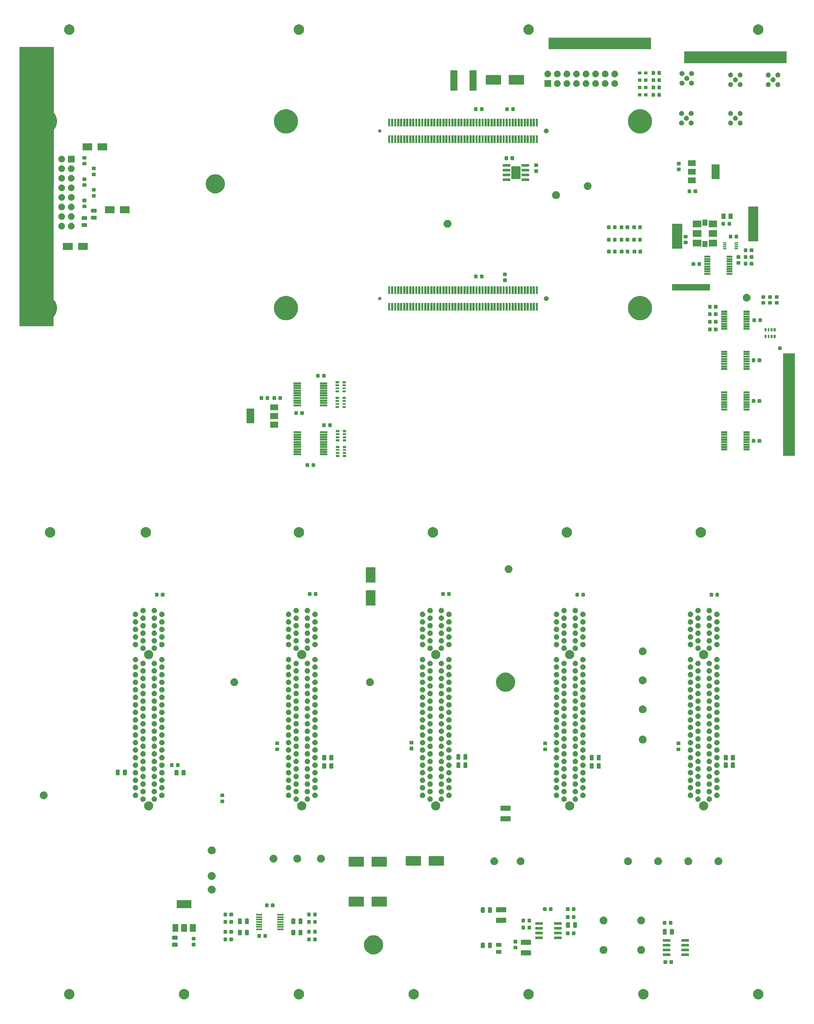
<source format=gbr>
G04 #@! TF.GenerationSoftware,KiCad,Pcbnew,(5.1.5)-3*
G04 #@! TF.CreationDate,2020-07-24T15:48:24-04:00*
G04 #@! TF.ProjectId,main_board,6d61696e-5f62-46f6-9172-642e6b696361,rev?*
G04 #@! TF.SameCoordinates,Original*
G04 #@! TF.FileFunction,Soldermask,Top*
G04 #@! TF.FilePolarity,Negative*
%FSLAX46Y46*%
G04 Gerber Fmt 4.6, Leading zero omitted, Abs format (unit mm)*
G04 Created by KiCad (PCBNEW (5.1.5)-3) date 2020-07-24 15:48:24*
%MOMM*%
%LPD*%
G04 APERTURE LIST*
%ADD10C,0.100000*%
G04 APERTURE END LIST*
D10*
G36*
X38950000Y-109500000D02*
G01*
X30000000Y-109500000D01*
X30000000Y-35500000D01*
X39050000Y-35500000D01*
X38950000Y-109500000D01*
G37*
X38950000Y-109500000D02*
X30000000Y-109500000D01*
X30000000Y-35500000D01*
X39050000Y-35500000D01*
X38950000Y-109500000D01*
G36*
X197500000Y-36000000D02*
G01*
X170400000Y-36000000D01*
X170400000Y-33000000D01*
X197500000Y-33000000D01*
X197500000Y-36000000D01*
G37*
X197500000Y-36000000D02*
X170400000Y-36000000D01*
X170400000Y-33000000D01*
X197500000Y-33000000D01*
X197500000Y-36000000D01*
G36*
X233500000Y-39700000D02*
G01*
X206400000Y-39700000D01*
X206400000Y-36700000D01*
X233500000Y-36700000D01*
X233500000Y-39700000D01*
G37*
X233500000Y-39700000D02*
X206400000Y-39700000D01*
X206400000Y-36700000D01*
X233500000Y-36700000D01*
X233500000Y-39700000D01*
G36*
X205800000Y-88900000D02*
G01*
X203200000Y-88900000D01*
X203200000Y-82400000D01*
X205800000Y-82400000D01*
X205800000Y-88900000D01*
G37*
X205800000Y-88900000D02*
X203200000Y-88900000D01*
X203200000Y-82400000D01*
X205800000Y-82400000D01*
X205800000Y-88900000D01*
G36*
X213200000Y-100000000D02*
G01*
X203200000Y-100000000D01*
X203200000Y-98400000D01*
X213200000Y-98400000D01*
X213200000Y-100000000D01*
G37*
X213200000Y-100000000D02*
X203200000Y-100000000D01*
X203200000Y-98400000D01*
X213200000Y-98400000D01*
X213200000Y-100000000D01*
G36*
X226000000Y-87000000D02*
G01*
X223400000Y-87000000D01*
X223400000Y-77800000D01*
X226000000Y-77800000D01*
X226000000Y-87000000D01*
G37*
X226000000Y-87000000D02*
X223400000Y-87000000D01*
X223400000Y-77800000D01*
X226000000Y-77800000D01*
X226000000Y-87000000D01*
G36*
X235700000Y-143900000D02*
G01*
X232700000Y-143900000D01*
X232700000Y-116800000D01*
X235700000Y-116800000D01*
X235700000Y-143900000D01*
G37*
X235700000Y-143900000D02*
X232700000Y-143900000D01*
X232700000Y-116800000D01*
X235700000Y-116800000D01*
X235700000Y-143900000D01*
G36*
X226464894Y-285420244D02*
G01*
X226717512Y-285524881D01*
X226944864Y-285676793D01*
X227138207Y-285870136D01*
X227290119Y-286097488D01*
X227394756Y-286350106D01*
X227448100Y-286618284D01*
X227448100Y-286891716D01*
X227394756Y-287159894D01*
X227290119Y-287412512D01*
X227138207Y-287639864D01*
X226944864Y-287833207D01*
X226717512Y-287985119D01*
X226464894Y-288089756D01*
X226196716Y-288143100D01*
X225923284Y-288143100D01*
X225655106Y-288089756D01*
X225402488Y-287985119D01*
X225175136Y-287833207D01*
X224981793Y-287639864D01*
X224829881Y-287412512D01*
X224725244Y-287159894D01*
X224671900Y-286891716D01*
X224671900Y-286618284D01*
X224725244Y-286350106D01*
X224829881Y-286097488D01*
X224981793Y-285870136D01*
X225175136Y-285676793D01*
X225402488Y-285524881D01*
X225655106Y-285420244D01*
X225923284Y-285366900D01*
X226196716Y-285366900D01*
X226464894Y-285420244D01*
G37*
G36*
X195984894Y-285420244D02*
G01*
X196237512Y-285524881D01*
X196464864Y-285676793D01*
X196658207Y-285870136D01*
X196810119Y-286097488D01*
X196914756Y-286350106D01*
X196968100Y-286618284D01*
X196968100Y-286891716D01*
X196914756Y-287159894D01*
X196810119Y-287412512D01*
X196658207Y-287639864D01*
X196464864Y-287833207D01*
X196237512Y-287985119D01*
X195984894Y-288089756D01*
X195716716Y-288143100D01*
X195443284Y-288143100D01*
X195175106Y-288089756D01*
X194922488Y-287985119D01*
X194695136Y-287833207D01*
X194501793Y-287639864D01*
X194349881Y-287412512D01*
X194245244Y-287159894D01*
X194191900Y-286891716D01*
X194191900Y-286618284D01*
X194245244Y-286350106D01*
X194349881Y-286097488D01*
X194501793Y-285870136D01*
X194695136Y-285676793D01*
X194922488Y-285524881D01*
X195175106Y-285420244D01*
X195443284Y-285366900D01*
X195716716Y-285366900D01*
X195984894Y-285420244D01*
G37*
G36*
X43584894Y-285420244D02*
G01*
X43837512Y-285524881D01*
X44064864Y-285676793D01*
X44258207Y-285870136D01*
X44410119Y-286097488D01*
X44514756Y-286350106D01*
X44568100Y-286618284D01*
X44568100Y-286891716D01*
X44514756Y-287159894D01*
X44410119Y-287412512D01*
X44258207Y-287639864D01*
X44064864Y-287833207D01*
X43837512Y-287985119D01*
X43584894Y-288089756D01*
X43316716Y-288143100D01*
X43043284Y-288143100D01*
X42775106Y-288089756D01*
X42522488Y-287985119D01*
X42295136Y-287833207D01*
X42101793Y-287639864D01*
X41949881Y-287412512D01*
X41845244Y-287159894D01*
X41791900Y-286891716D01*
X41791900Y-286618284D01*
X41845244Y-286350106D01*
X41949881Y-286097488D01*
X42101793Y-285870136D01*
X42295136Y-285676793D01*
X42522488Y-285524881D01*
X42775106Y-285420244D01*
X43043284Y-285366900D01*
X43316716Y-285366900D01*
X43584894Y-285420244D01*
G37*
G36*
X74064894Y-285420244D02*
G01*
X74317512Y-285524881D01*
X74544864Y-285676793D01*
X74738207Y-285870136D01*
X74890119Y-286097488D01*
X74994756Y-286350106D01*
X75048100Y-286618284D01*
X75048100Y-286891716D01*
X74994756Y-287159894D01*
X74890119Y-287412512D01*
X74738207Y-287639864D01*
X74544864Y-287833207D01*
X74317512Y-287985119D01*
X74064894Y-288089756D01*
X73796716Y-288143100D01*
X73523284Y-288143100D01*
X73255106Y-288089756D01*
X73002488Y-287985119D01*
X72775136Y-287833207D01*
X72581793Y-287639864D01*
X72429881Y-287412512D01*
X72325244Y-287159894D01*
X72271900Y-286891716D01*
X72271900Y-286618284D01*
X72325244Y-286350106D01*
X72429881Y-286097488D01*
X72581793Y-285870136D01*
X72775136Y-285676793D01*
X73002488Y-285524881D01*
X73255106Y-285420244D01*
X73523284Y-285366900D01*
X73796716Y-285366900D01*
X74064894Y-285420244D01*
G37*
G36*
X135024894Y-285420244D02*
G01*
X135277512Y-285524881D01*
X135504864Y-285676793D01*
X135698207Y-285870136D01*
X135850119Y-286097488D01*
X135954756Y-286350106D01*
X136008100Y-286618284D01*
X136008100Y-286891716D01*
X135954756Y-287159894D01*
X135850119Y-287412512D01*
X135698207Y-287639864D01*
X135504864Y-287833207D01*
X135277512Y-287985119D01*
X135024894Y-288089756D01*
X134756716Y-288143100D01*
X134483284Y-288143100D01*
X134215106Y-288089756D01*
X133962488Y-287985119D01*
X133735136Y-287833207D01*
X133541793Y-287639864D01*
X133389881Y-287412512D01*
X133285244Y-287159894D01*
X133231900Y-286891716D01*
X133231900Y-286618284D01*
X133285244Y-286350106D01*
X133389881Y-286097488D01*
X133541793Y-285870136D01*
X133735136Y-285676793D01*
X133962488Y-285524881D01*
X134215106Y-285420244D01*
X134483284Y-285366900D01*
X134756716Y-285366900D01*
X135024894Y-285420244D01*
G37*
G36*
X165504894Y-285420244D02*
G01*
X165757512Y-285524881D01*
X165984864Y-285676793D01*
X166178207Y-285870136D01*
X166330119Y-286097488D01*
X166434756Y-286350106D01*
X166488100Y-286618284D01*
X166488100Y-286891716D01*
X166434756Y-287159894D01*
X166330119Y-287412512D01*
X166178207Y-287639864D01*
X165984864Y-287833207D01*
X165757512Y-287985119D01*
X165504894Y-288089756D01*
X165236716Y-288143100D01*
X164963284Y-288143100D01*
X164695106Y-288089756D01*
X164442488Y-287985119D01*
X164215136Y-287833207D01*
X164021793Y-287639864D01*
X163869881Y-287412512D01*
X163765244Y-287159894D01*
X163711900Y-286891716D01*
X163711900Y-286618284D01*
X163765244Y-286350106D01*
X163869881Y-286097488D01*
X164021793Y-285870136D01*
X164215136Y-285676793D01*
X164442488Y-285524881D01*
X164695106Y-285420244D01*
X164963284Y-285366900D01*
X165236716Y-285366900D01*
X165504894Y-285420244D01*
G37*
G36*
X104544894Y-285420244D02*
G01*
X104797512Y-285524881D01*
X105024864Y-285676793D01*
X105218207Y-285870136D01*
X105370119Y-286097488D01*
X105474756Y-286350106D01*
X105528100Y-286618284D01*
X105528100Y-286891716D01*
X105474756Y-287159894D01*
X105370119Y-287412512D01*
X105218207Y-287639864D01*
X105024864Y-287833207D01*
X104797512Y-287985119D01*
X104544894Y-288089756D01*
X104276716Y-288143100D01*
X104003284Y-288143100D01*
X103735106Y-288089756D01*
X103482488Y-287985119D01*
X103255136Y-287833207D01*
X103061793Y-287639864D01*
X102909881Y-287412512D01*
X102805244Y-287159894D01*
X102751900Y-286891716D01*
X102751900Y-286618284D01*
X102805244Y-286350106D01*
X102909881Y-286097488D01*
X103061793Y-285870136D01*
X103255136Y-285676793D01*
X103482488Y-285524881D01*
X103735106Y-285420244D01*
X104003284Y-285366900D01*
X104276716Y-285366900D01*
X104544894Y-285420244D01*
G37*
G36*
X201717089Y-277691222D02*
G01*
X201756886Y-277703294D01*
X201793566Y-277722900D01*
X201825716Y-277749284D01*
X201852100Y-277781434D01*
X201871706Y-277818114D01*
X201883778Y-277857911D01*
X201888100Y-277901791D01*
X201888100Y-278498209D01*
X201883778Y-278542089D01*
X201871706Y-278581886D01*
X201852100Y-278618566D01*
X201825716Y-278650716D01*
X201793566Y-278677100D01*
X201756886Y-278696706D01*
X201717089Y-278708778D01*
X201673209Y-278713100D01*
X201151791Y-278713100D01*
X201107911Y-278708778D01*
X201068114Y-278696706D01*
X201031434Y-278677100D01*
X200999284Y-278650716D01*
X200972900Y-278618566D01*
X200953294Y-278581886D01*
X200941222Y-278542089D01*
X200936900Y-278498209D01*
X200936900Y-277901791D01*
X200941222Y-277857911D01*
X200953294Y-277818114D01*
X200972900Y-277781434D01*
X200999284Y-277749284D01*
X201031434Y-277722900D01*
X201068114Y-277703294D01*
X201107911Y-277691222D01*
X201151791Y-277686900D01*
X201673209Y-277686900D01*
X201717089Y-277691222D01*
G37*
G36*
X203292089Y-277691222D02*
G01*
X203331886Y-277703294D01*
X203368566Y-277722900D01*
X203400716Y-277749284D01*
X203427100Y-277781434D01*
X203446706Y-277818114D01*
X203458778Y-277857911D01*
X203463100Y-277901791D01*
X203463100Y-278498209D01*
X203458778Y-278542089D01*
X203446706Y-278581886D01*
X203427100Y-278618566D01*
X203400716Y-278650716D01*
X203368566Y-278677100D01*
X203331886Y-278696706D01*
X203292089Y-278708778D01*
X203248209Y-278713100D01*
X202726791Y-278713100D01*
X202682911Y-278708778D01*
X202643114Y-278696706D01*
X202606434Y-278677100D01*
X202574284Y-278650716D01*
X202547900Y-278618566D01*
X202528294Y-278581886D01*
X202516222Y-278542089D01*
X202511900Y-278498209D01*
X202511900Y-277901791D01*
X202516222Y-277857911D01*
X202528294Y-277818114D01*
X202547900Y-277781434D01*
X202574284Y-277749284D01*
X202606434Y-277722900D01*
X202643114Y-277703294D01*
X202682911Y-277691222D01*
X202726791Y-277686900D01*
X203248209Y-277686900D01*
X203292089Y-277691222D01*
G37*
G36*
X202622426Y-275969901D02*
G01*
X202649326Y-275978061D01*
X202674123Y-275991315D01*
X202695852Y-276009148D01*
X202713685Y-276030877D01*
X202726939Y-276055674D01*
X202735099Y-276082574D01*
X202738100Y-276113041D01*
X202738100Y-276496959D01*
X202735099Y-276527426D01*
X202726939Y-276554326D01*
X202713685Y-276579123D01*
X202695852Y-276600852D01*
X202674123Y-276618685D01*
X202649326Y-276631939D01*
X202622426Y-276640099D01*
X202591959Y-276643100D01*
X200858041Y-276643100D01*
X200827574Y-276640099D01*
X200800674Y-276631939D01*
X200775877Y-276618685D01*
X200754148Y-276600852D01*
X200736315Y-276579123D01*
X200723061Y-276554326D01*
X200714901Y-276527426D01*
X200711900Y-276496959D01*
X200711900Y-276113041D01*
X200714901Y-276082574D01*
X200723061Y-276055674D01*
X200736315Y-276030877D01*
X200754148Y-276009148D01*
X200775877Y-275991315D01*
X200800674Y-275978061D01*
X200827574Y-275969901D01*
X200858041Y-275966900D01*
X202591959Y-275966900D01*
X202622426Y-275969901D01*
G37*
G36*
X207572426Y-275969901D02*
G01*
X207599326Y-275978061D01*
X207624123Y-275991315D01*
X207645852Y-276009148D01*
X207663685Y-276030877D01*
X207676939Y-276055674D01*
X207685099Y-276082574D01*
X207688100Y-276113041D01*
X207688100Y-276496959D01*
X207685099Y-276527426D01*
X207676939Y-276554326D01*
X207663685Y-276579123D01*
X207645852Y-276600852D01*
X207624123Y-276618685D01*
X207599326Y-276631939D01*
X207572426Y-276640099D01*
X207541959Y-276643100D01*
X205808041Y-276643100D01*
X205777574Y-276640099D01*
X205750674Y-276631939D01*
X205725877Y-276618685D01*
X205704148Y-276600852D01*
X205686315Y-276579123D01*
X205673061Y-276554326D01*
X205664901Y-276527426D01*
X205661900Y-276496959D01*
X205661900Y-276113041D01*
X205664901Y-276082574D01*
X205673061Y-276055674D01*
X205686315Y-276030877D01*
X205704148Y-276009148D01*
X205725877Y-275991315D01*
X205750674Y-275978061D01*
X205777574Y-275969901D01*
X205808041Y-275966900D01*
X207541959Y-275966900D01*
X207572426Y-275969901D01*
G37*
G36*
X165574088Y-275141651D02*
G01*
X165618086Y-275154998D01*
X165658631Y-275176670D01*
X165694167Y-275205833D01*
X165723330Y-275241369D01*
X165745002Y-275281914D01*
X165758349Y-275325912D01*
X165763100Y-275374151D01*
X165763100Y-276225849D01*
X165758349Y-276274088D01*
X165745002Y-276318086D01*
X165723330Y-276358631D01*
X165694167Y-276394167D01*
X165658631Y-276423330D01*
X165618086Y-276445002D01*
X165574088Y-276458349D01*
X165525849Y-276463100D01*
X163274151Y-276463100D01*
X163225912Y-276458349D01*
X163181914Y-276445002D01*
X163141369Y-276423330D01*
X163105833Y-276394167D01*
X163076670Y-276358631D01*
X163054998Y-276318086D01*
X163041651Y-276274088D01*
X163036900Y-276225849D01*
X163036900Y-275374151D01*
X163041651Y-275325912D01*
X163054998Y-275281914D01*
X163076670Y-275241369D01*
X163105833Y-275205833D01*
X163141369Y-275176670D01*
X163181914Y-275154998D01*
X163225912Y-275141651D01*
X163274151Y-275136900D01*
X165525849Y-275136900D01*
X165574088Y-275141651D01*
G37*
G36*
X124690337Y-271209438D02*
G01*
X125152242Y-271400764D01*
X125454863Y-271602970D01*
X125567945Y-271678529D01*
X125921471Y-272032055D01*
X125932264Y-272048208D01*
X126199236Y-272447758D01*
X126390562Y-272909663D01*
X126488100Y-273400019D01*
X126488100Y-273899981D01*
X126390562Y-274390337D01*
X126199236Y-274852242D01*
X125982459Y-275176670D01*
X125928500Y-275257426D01*
X125921470Y-275267946D01*
X125567946Y-275621470D01*
X125152242Y-275899236D01*
X124709622Y-276082574D01*
X124690337Y-276090562D01*
X124199981Y-276188100D01*
X123700019Y-276188100D01*
X123209663Y-276090562D01*
X123190378Y-276082574D01*
X122747758Y-275899236D01*
X122332054Y-275621470D01*
X121978530Y-275267946D01*
X121971501Y-275257426D01*
X121917541Y-275176670D01*
X121700764Y-274852242D01*
X121509438Y-274390337D01*
X121411900Y-273899981D01*
X121411900Y-273400019D01*
X121509438Y-272909663D01*
X121700764Y-272447758D01*
X121967736Y-272048208D01*
X121978529Y-272032055D01*
X122332055Y-271678529D01*
X122445137Y-271602970D01*
X122747758Y-271400764D01*
X123209663Y-271209438D01*
X123700019Y-271111900D01*
X124199981Y-271111900D01*
X124690337Y-271209438D01*
G37*
G36*
X157746963Y-275016702D02*
G01*
X157791457Y-275030199D01*
X157832455Y-275052113D01*
X157868393Y-275081607D01*
X157897887Y-275117545D01*
X157919801Y-275158543D01*
X157933298Y-275203037D01*
X157938100Y-275251792D01*
X157938100Y-275823208D01*
X157933298Y-275871963D01*
X157919801Y-275916457D01*
X157897887Y-275957455D01*
X157868393Y-275993393D01*
X157832455Y-276022887D01*
X157791457Y-276044801D01*
X157746963Y-276058298D01*
X157698208Y-276063100D01*
X156701792Y-276063100D01*
X156653037Y-276058298D01*
X156608543Y-276044801D01*
X156567545Y-276022887D01*
X156531607Y-275993393D01*
X156502113Y-275957455D01*
X156480199Y-275916457D01*
X156466702Y-275871963D01*
X156461900Y-275823208D01*
X156461900Y-275251792D01*
X156466702Y-275203037D01*
X156480199Y-275158543D01*
X156502113Y-275117545D01*
X156531607Y-275081607D01*
X156567545Y-275052113D01*
X156608543Y-275030199D01*
X156653037Y-275016702D01*
X156701792Y-275011900D01*
X157698208Y-275011900D01*
X157746963Y-275016702D01*
G37*
G36*
X185302803Y-274001794D02*
G01*
X185491725Y-274080047D01*
X185661752Y-274193656D01*
X185806344Y-274338248D01*
X185919953Y-274508275D01*
X185998206Y-274697197D01*
X186038100Y-274897756D01*
X186038100Y-275102244D01*
X185998206Y-275302803D01*
X185919953Y-275491725D01*
X185806344Y-275661752D01*
X185661752Y-275806344D01*
X185491725Y-275919953D01*
X185302803Y-275998206D01*
X185102244Y-276038100D01*
X184897756Y-276038100D01*
X184697197Y-275998206D01*
X184508275Y-275919953D01*
X184338248Y-275806344D01*
X184193656Y-275661752D01*
X184080047Y-275491725D01*
X184001794Y-275302803D01*
X183961900Y-275102244D01*
X183961900Y-274897756D01*
X184001794Y-274697197D01*
X184080047Y-274508275D01*
X184193656Y-274338248D01*
X184338248Y-274193656D01*
X184508275Y-274080047D01*
X184697197Y-274001794D01*
X184897756Y-273961900D01*
X185102244Y-273961900D01*
X185302803Y-274001794D01*
G37*
G36*
X195302803Y-274001794D02*
G01*
X195491725Y-274080047D01*
X195661752Y-274193656D01*
X195806344Y-274338248D01*
X195919953Y-274508275D01*
X195998206Y-274697197D01*
X196038100Y-274897756D01*
X196038100Y-275102244D01*
X195998206Y-275302803D01*
X195919953Y-275491725D01*
X195806344Y-275661752D01*
X195661752Y-275806344D01*
X195491725Y-275919953D01*
X195302803Y-275998206D01*
X195102244Y-276038100D01*
X194897756Y-276038100D01*
X194697197Y-275998206D01*
X194508275Y-275919953D01*
X194338248Y-275806344D01*
X194193656Y-275661752D01*
X194080047Y-275491725D01*
X194001794Y-275302803D01*
X193961900Y-275102244D01*
X193961900Y-274897756D01*
X194001794Y-274697197D01*
X194080047Y-274508275D01*
X194193656Y-274338248D01*
X194338248Y-274193656D01*
X194508275Y-274080047D01*
X194697197Y-274001794D01*
X194897756Y-273961900D01*
X195102244Y-273961900D01*
X195302803Y-274001794D01*
G37*
G36*
X207572426Y-274699901D02*
G01*
X207599326Y-274708061D01*
X207624123Y-274721315D01*
X207645852Y-274739148D01*
X207663685Y-274760877D01*
X207676939Y-274785674D01*
X207685099Y-274812574D01*
X207688100Y-274843041D01*
X207688100Y-275226959D01*
X207685099Y-275257426D01*
X207676939Y-275284326D01*
X207663685Y-275309123D01*
X207645852Y-275330852D01*
X207624123Y-275348685D01*
X207599326Y-275361939D01*
X207572426Y-275370099D01*
X207541959Y-275373100D01*
X205808041Y-275373100D01*
X205777574Y-275370099D01*
X205750674Y-275361939D01*
X205725877Y-275348685D01*
X205704148Y-275330852D01*
X205686315Y-275309123D01*
X205673061Y-275284326D01*
X205664901Y-275257426D01*
X205661900Y-275226959D01*
X205661900Y-274843041D01*
X205664901Y-274812574D01*
X205673061Y-274785674D01*
X205686315Y-274760877D01*
X205704148Y-274739148D01*
X205725877Y-274721315D01*
X205750674Y-274708061D01*
X205777574Y-274699901D01*
X205808041Y-274696900D01*
X207541959Y-274696900D01*
X207572426Y-274699901D01*
G37*
G36*
X202622426Y-274699901D02*
G01*
X202649326Y-274708061D01*
X202674123Y-274721315D01*
X202695852Y-274739148D01*
X202713685Y-274760877D01*
X202726939Y-274785674D01*
X202735099Y-274812574D01*
X202738100Y-274843041D01*
X202738100Y-275226959D01*
X202735099Y-275257426D01*
X202726939Y-275284326D01*
X202713685Y-275309123D01*
X202695852Y-275330852D01*
X202674123Y-275348685D01*
X202649326Y-275361939D01*
X202622426Y-275370099D01*
X202591959Y-275373100D01*
X200858041Y-275373100D01*
X200827574Y-275370099D01*
X200800674Y-275361939D01*
X200775877Y-275348685D01*
X200754148Y-275330852D01*
X200736315Y-275309123D01*
X200723061Y-275284326D01*
X200714901Y-275257426D01*
X200711900Y-275226959D01*
X200711900Y-274843041D01*
X200714901Y-274812574D01*
X200723061Y-274785674D01*
X200736315Y-274760877D01*
X200754148Y-274739148D01*
X200775877Y-274721315D01*
X200800674Y-274708061D01*
X200827574Y-274699901D01*
X200858041Y-274696900D01*
X202591959Y-274696900D01*
X202622426Y-274699901D01*
G37*
G36*
X161942089Y-273916222D02*
G01*
X161981886Y-273928294D01*
X162018566Y-273947900D01*
X162050716Y-273974284D01*
X162077100Y-274006434D01*
X162096706Y-274043114D01*
X162108778Y-274082911D01*
X162113100Y-274126791D01*
X162113100Y-274648209D01*
X162108778Y-274692089D01*
X162096706Y-274731886D01*
X162077100Y-274768566D01*
X162050716Y-274800716D01*
X162018566Y-274827100D01*
X161981886Y-274846706D01*
X161942089Y-274858778D01*
X161898209Y-274863100D01*
X161301791Y-274863100D01*
X161257911Y-274858778D01*
X161218114Y-274846706D01*
X161181434Y-274827100D01*
X161149284Y-274800716D01*
X161122900Y-274768566D01*
X161103294Y-274731886D01*
X161091222Y-274692089D01*
X161086900Y-274648209D01*
X161086900Y-274126791D01*
X161091222Y-274082911D01*
X161103294Y-274043114D01*
X161122900Y-274006434D01*
X161149284Y-273974284D01*
X161181434Y-273947900D01*
X161218114Y-273928294D01*
X161257911Y-273916222D01*
X161301791Y-273911900D01*
X161898209Y-273911900D01*
X161942089Y-273916222D01*
G37*
G36*
X153296963Y-273066702D02*
G01*
X153341457Y-273080199D01*
X153382455Y-273102113D01*
X153418393Y-273131607D01*
X153447887Y-273167545D01*
X153469801Y-273208543D01*
X153483298Y-273253037D01*
X153488100Y-273301792D01*
X153488100Y-274298208D01*
X153483298Y-274346963D01*
X153469801Y-274391457D01*
X153447887Y-274432455D01*
X153418393Y-274468393D01*
X153382455Y-274497887D01*
X153341457Y-274519801D01*
X153296963Y-274533298D01*
X153248208Y-274538100D01*
X152676792Y-274538100D01*
X152628037Y-274533298D01*
X152583543Y-274519801D01*
X152542545Y-274497887D01*
X152506607Y-274468393D01*
X152477113Y-274432455D01*
X152455199Y-274391457D01*
X152441702Y-274346963D01*
X152436900Y-274298208D01*
X152436900Y-273301792D01*
X152441702Y-273253037D01*
X152455199Y-273208543D01*
X152477113Y-273167545D01*
X152506607Y-273131607D01*
X152542545Y-273102113D01*
X152583543Y-273080199D01*
X152628037Y-273066702D01*
X152676792Y-273061900D01*
X153248208Y-273061900D01*
X153296963Y-273066702D01*
G37*
G36*
X155171963Y-273066702D02*
G01*
X155216457Y-273080199D01*
X155257455Y-273102113D01*
X155293393Y-273131607D01*
X155322887Y-273167545D01*
X155344801Y-273208543D01*
X155358298Y-273253037D01*
X155363100Y-273301792D01*
X155363100Y-274298208D01*
X155358298Y-274346963D01*
X155344801Y-274391457D01*
X155322887Y-274432455D01*
X155293393Y-274468393D01*
X155257455Y-274497887D01*
X155216457Y-274519801D01*
X155171963Y-274533298D01*
X155123208Y-274538100D01*
X154551792Y-274538100D01*
X154503037Y-274533298D01*
X154458543Y-274519801D01*
X154417545Y-274497887D01*
X154381607Y-274468393D01*
X154352113Y-274432455D01*
X154330199Y-274391457D01*
X154316702Y-274346963D01*
X154311900Y-274298208D01*
X154311900Y-273301792D01*
X154316702Y-273253037D01*
X154330199Y-273208543D01*
X154352113Y-273167545D01*
X154381607Y-273131607D01*
X154417545Y-273102113D01*
X154458543Y-273080199D01*
X154503037Y-273066702D01*
X154551792Y-273061900D01*
X155123208Y-273061900D01*
X155171963Y-273066702D01*
G37*
G36*
X157746963Y-273141702D02*
G01*
X157791457Y-273155199D01*
X157832455Y-273177113D01*
X157868393Y-273206607D01*
X157897887Y-273242545D01*
X157919801Y-273283543D01*
X157933298Y-273328037D01*
X157938100Y-273376792D01*
X157938100Y-273948208D01*
X157933298Y-273996963D01*
X157919801Y-274041457D01*
X157897887Y-274082455D01*
X157868393Y-274118393D01*
X157832455Y-274147887D01*
X157791457Y-274169801D01*
X157746963Y-274183298D01*
X157698208Y-274188100D01*
X156701792Y-274188100D01*
X156653037Y-274183298D01*
X156608543Y-274169801D01*
X156567545Y-274147887D01*
X156531607Y-274118393D01*
X156502113Y-274082455D01*
X156480199Y-274041457D01*
X156466702Y-273996963D01*
X156461900Y-273948208D01*
X156461900Y-273376792D01*
X156466702Y-273328037D01*
X156480199Y-273283543D01*
X156502113Y-273242545D01*
X156531607Y-273206607D01*
X156567545Y-273177113D01*
X156608543Y-273155199D01*
X156653037Y-273141702D01*
X156701792Y-273136900D01*
X157698208Y-273136900D01*
X157746963Y-273141702D01*
G37*
G36*
X71766963Y-273116702D02*
G01*
X71811457Y-273130199D01*
X71852455Y-273152113D01*
X71888393Y-273181607D01*
X71917887Y-273217545D01*
X71939801Y-273258543D01*
X71953298Y-273303037D01*
X71958100Y-273351792D01*
X71958100Y-273923208D01*
X71953298Y-273971963D01*
X71939801Y-274016457D01*
X71917887Y-274057455D01*
X71888393Y-274093393D01*
X71852455Y-274122887D01*
X71811457Y-274144801D01*
X71766963Y-274158298D01*
X71718208Y-274163100D01*
X70721792Y-274163100D01*
X70673037Y-274158298D01*
X70628543Y-274144801D01*
X70587545Y-274122887D01*
X70551607Y-274093393D01*
X70522113Y-274057455D01*
X70500199Y-274016457D01*
X70486702Y-273971963D01*
X70481900Y-273923208D01*
X70481900Y-273351792D01*
X70486702Y-273303037D01*
X70500199Y-273258543D01*
X70522113Y-273217545D01*
X70551607Y-273181607D01*
X70587545Y-273152113D01*
X70628543Y-273130199D01*
X70673037Y-273116702D01*
X70721792Y-273111900D01*
X71718208Y-273111900D01*
X71766963Y-273116702D01*
G37*
G36*
X207572426Y-273429901D02*
G01*
X207599326Y-273438061D01*
X207624123Y-273451315D01*
X207645852Y-273469148D01*
X207663685Y-273490877D01*
X207676939Y-273515674D01*
X207685099Y-273542574D01*
X207688100Y-273573041D01*
X207688100Y-273956959D01*
X207685099Y-273987426D01*
X207676939Y-274014326D01*
X207663685Y-274039123D01*
X207645852Y-274060852D01*
X207624123Y-274078685D01*
X207599326Y-274091939D01*
X207572426Y-274100099D01*
X207541959Y-274103100D01*
X205808041Y-274103100D01*
X205777574Y-274100099D01*
X205750674Y-274091939D01*
X205725877Y-274078685D01*
X205704148Y-274060852D01*
X205686315Y-274039123D01*
X205673061Y-274014326D01*
X205664901Y-273987426D01*
X205661900Y-273956959D01*
X205661900Y-273573041D01*
X205664901Y-273542574D01*
X205673061Y-273515674D01*
X205686315Y-273490877D01*
X205704148Y-273469148D01*
X205725877Y-273451315D01*
X205750674Y-273438061D01*
X205777574Y-273429901D01*
X205808041Y-273426900D01*
X207541959Y-273426900D01*
X207572426Y-273429901D01*
G37*
G36*
X202622426Y-273429901D02*
G01*
X202649326Y-273438061D01*
X202674123Y-273451315D01*
X202695852Y-273469148D01*
X202713685Y-273490877D01*
X202726939Y-273515674D01*
X202735099Y-273542574D01*
X202738100Y-273573041D01*
X202738100Y-273956959D01*
X202735099Y-273987426D01*
X202726939Y-274014326D01*
X202713685Y-274039123D01*
X202695852Y-274060852D01*
X202674123Y-274078685D01*
X202649326Y-274091939D01*
X202622426Y-274100099D01*
X202591959Y-274103100D01*
X200858041Y-274103100D01*
X200827574Y-274100099D01*
X200800674Y-274091939D01*
X200775877Y-274078685D01*
X200754148Y-274060852D01*
X200736315Y-274039123D01*
X200723061Y-274014326D01*
X200714901Y-273987426D01*
X200711900Y-273956959D01*
X200711900Y-273573041D01*
X200714901Y-273542574D01*
X200723061Y-273515674D01*
X200736315Y-273490877D01*
X200754148Y-273469148D01*
X200775877Y-273451315D01*
X200800674Y-273438061D01*
X200827574Y-273429901D01*
X200858041Y-273426900D01*
X202591959Y-273426900D01*
X202622426Y-273429901D01*
G37*
G36*
X76542089Y-273116222D02*
G01*
X76581886Y-273128294D01*
X76618566Y-273147900D01*
X76650716Y-273174284D01*
X76677100Y-273206434D01*
X76696706Y-273243114D01*
X76708778Y-273282911D01*
X76713100Y-273326791D01*
X76713100Y-273848209D01*
X76708778Y-273892089D01*
X76696706Y-273931886D01*
X76677100Y-273968566D01*
X76650716Y-274000716D01*
X76618566Y-274027100D01*
X76581886Y-274046706D01*
X76542089Y-274058778D01*
X76498209Y-274063100D01*
X75901791Y-274063100D01*
X75857911Y-274058778D01*
X75818114Y-274046706D01*
X75781434Y-274027100D01*
X75749284Y-274000716D01*
X75722900Y-273968566D01*
X75703294Y-273931886D01*
X75691222Y-273892089D01*
X75686900Y-273848209D01*
X75686900Y-273326791D01*
X75691222Y-273282911D01*
X75703294Y-273243114D01*
X75722900Y-273206434D01*
X75749284Y-273174284D01*
X75781434Y-273147900D01*
X75818114Y-273128294D01*
X75857911Y-273116222D01*
X75901791Y-273111900D01*
X76498209Y-273111900D01*
X76542089Y-273116222D01*
G37*
G36*
X165574088Y-272341651D02*
G01*
X165618086Y-272354998D01*
X165658631Y-272376670D01*
X165694167Y-272405833D01*
X165723330Y-272441369D01*
X165745002Y-272481914D01*
X165758349Y-272525912D01*
X165763100Y-272574151D01*
X165763100Y-273425849D01*
X165758349Y-273474088D01*
X165745002Y-273518086D01*
X165723330Y-273558631D01*
X165694167Y-273594167D01*
X165658631Y-273623330D01*
X165618086Y-273645002D01*
X165574088Y-273658349D01*
X165525849Y-273663100D01*
X163274151Y-273663100D01*
X163225912Y-273658349D01*
X163181914Y-273645002D01*
X163141369Y-273623330D01*
X163105833Y-273594167D01*
X163076670Y-273558631D01*
X163054998Y-273518086D01*
X163041651Y-273474088D01*
X163036900Y-273425849D01*
X163036900Y-272574151D01*
X163041651Y-272525912D01*
X163054998Y-272481914D01*
X163076670Y-272441369D01*
X163105833Y-272405833D01*
X163141369Y-272376670D01*
X163181914Y-272354998D01*
X163225912Y-272341651D01*
X163274151Y-272336900D01*
X165525849Y-272336900D01*
X165574088Y-272341651D01*
G37*
G36*
X161942089Y-272341222D02*
G01*
X161981886Y-272353294D01*
X162018566Y-272372900D01*
X162050716Y-272399284D01*
X162077100Y-272431434D01*
X162096706Y-272468114D01*
X162108778Y-272507911D01*
X162113100Y-272551791D01*
X162113100Y-273073209D01*
X162108778Y-273117089D01*
X162096706Y-273156886D01*
X162077100Y-273193566D01*
X162050716Y-273225716D01*
X162018566Y-273252100D01*
X161981886Y-273271706D01*
X161942089Y-273283778D01*
X161898209Y-273288100D01*
X161301791Y-273288100D01*
X161257911Y-273283778D01*
X161218114Y-273271706D01*
X161181434Y-273252100D01*
X161149284Y-273225716D01*
X161122900Y-273193566D01*
X161103294Y-273156886D01*
X161091222Y-273117089D01*
X161086900Y-273073209D01*
X161086900Y-272551791D01*
X161091222Y-272507911D01*
X161103294Y-272468114D01*
X161122900Y-272431434D01*
X161149284Y-272399284D01*
X161181434Y-272372900D01*
X161218114Y-272353294D01*
X161257911Y-272341222D01*
X161301791Y-272336900D01*
X161898209Y-272336900D01*
X161942089Y-272341222D01*
G37*
G36*
X207572426Y-272159901D02*
G01*
X207599326Y-272168061D01*
X207624123Y-272181315D01*
X207645852Y-272199148D01*
X207663685Y-272220877D01*
X207676939Y-272245674D01*
X207685099Y-272272574D01*
X207688100Y-272303041D01*
X207688100Y-272686959D01*
X207685099Y-272717426D01*
X207676939Y-272744326D01*
X207663685Y-272769123D01*
X207645852Y-272790852D01*
X207624123Y-272808685D01*
X207599326Y-272821939D01*
X207572426Y-272830099D01*
X207541959Y-272833100D01*
X205808041Y-272833100D01*
X205777574Y-272830099D01*
X205750674Y-272821939D01*
X205725877Y-272808685D01*
X205704148Y-272790852D01*
X205686315Y-272769123D01*
X205673061Y-272744326D01*
X205664901Y-272717426D01*
X205661900Y-272686959D01*
X205661900Y-272303041D01*
X205664901Y-272272574D01*
X205673061Y-272245674D01*
X205686315Y-272220877D01*
X205704148Y-272199148D01*
X205725877Y-272181315D01*
X205750674Y-272168061D01*
X205777574Y-272159901D01*
X205808041Y-272156900D01*
X207541959Y-272156900D01*
X207572426Y-272159901D01*
G37*
G36*
X202622426Y-272159901D02*
G01*
X202649326Y-272168061D01*
X202674123Y-272181315D01*
X202695852Y-272199148D01*
X202713685Y-272220877D01*
X202726939Y-272245674D01*
X202735099Y-272272574D01*
X202738100Y-272303041D01*
X202738100Y-272686959D01*
X202735099Y-272717426D01*
X202726939Y-272744326D01*
X202713685Y-272769123D01*
X202695852Y-272790852D01*
X202674123Y-272808685D01*
X202649326Y-272821939D01*
X202622426Y-272830099D01*
X202591959Y-272833100D01*
X200858041Y-272833100D01*
X200827574Y-272830099D01*
X200800674Y-272821939D01*
X200775877Y-272808685D01*
X200754148Y-272790852D01*
X200736315Y-272769123D01*
X200723061Y-272744326D01*
X200714901Y-272717426D01*
X200711900Y-272686959D01*
X200711900Y-272303041D01*
X200714901Y-272272574D01*
X200723061Y-272245674D01*
X200736315Y-272220877D01*
X200754148Y-272199148D01*
X200775877Y-272181315D01*
X200800674Y-272168061D01*
X200827574Y-272159901D01*
X200858041Y-272156900D01*
X202591959Y-272156900D01*
X202622426Y-272159901D01*
G37*
G36*
X84917089Y-271691222D02*
G01*
X84956886Y-271703294D01*
X84993566Y-271722900D01*
X85025716Y-271749284D01*
X85052100Y-271781434D01*
X85071706Y-271818114D01*
X85083778Y-271857911D01*
X85088100Y-271901791D01*
X85088100Y-272498209D01*
X85083778Y-272542089D01*
X85071706Y-272581886D01*
X85052100Y-272618566D01*
X85025716Y-272650716D01*
X84993566Y-272677100D01*
X84956886Y-272696706D01*
X84917089Y-272708778D01*
X84873209Y-272713100D01*
X84351791Y-272713100D01*
X84307911Y-272708778D01*
X84268114Y-272696706D01*
X84231434Y-272677100D01*
X84199284Y-272650716D01*
X84172900Y-272618566D01*
X84153294Y-272581886D01*
X84141222Y-272542089D01*
X84136900Y-272498209D01*
X84136900Y-271901791D01*
X84141222Y-271857911D01*
X84153294Y-271818114D01*
X84172900Y-271781434D01*
X84199284Y-271749284D01*
X84231434Y-271722900D01*
X84268114Y-271703294D01*
X84307911Y-271691222D01*
X84351791Y-271686900D01*
X84873209Y-271686900D01*
X84917089Y-271691222D01*
G37*
G36*
X108692089Y-271691222D02*
G01*
X108731886Y-271703294D01*
X108768566Y-271722900D01*
X108800716Y-271749284D01*
X108827100Y-271781434D01*
X108846706Y-271818114D01*
X108858778Y-271857911D01*
X108863100Y-271901791D01*
X108863100Y-272498209D01*
X108858778Y-272542089D01*
X108846706Y-272581886D01*
X108827100Y-272618566D01*
X108800716Y-272650716D01*
X108768566Y-272677100D01*
X108731886Y-272696706D01*
X108692089Y-272708778D01*
X108648209Y-272713100D01*
X108126791Y-272713100D01*
X108082911Y-272708778D01*
X108043114Y-272696706D01*
X108006434Y-272677100D01*
X107974284Y-272650716D01*
X107947900Y-272618566D01*
X107928294Y-272581886D01*
X107916222Y-272542089D01*
X107911900Y-272498209D01*
X107911900Y-271901791D01*
X107916222Y-271857911D01*
X107928294Y-271818114D01*
X107947900Y-271781434D01*
X107974284Y-271749284D01*
X108006434Y-271722900D01*
X108043114Y-271703294D01*
X108082911Y-271691222D01*
X108126791Y-271686900D01*
X108648209Y-271686900D01*
X108692089Y-271691222D01*
G37*
G36*
X86492089Y-271691222D02*
G01*
X86531886Y-271703294D01*
X86568566Y-271722900D01*
X86600716Y-271749284D01*
X86627100Y-271781434D01*
X86646706Y-271818114D01*
X86658778Y-271857911D01*
X86663100Y-271901791D01*
X86663100Y-272498209D01*
X86658778Y-272542089D01*
X86646706Y-272581886D01*
X86627100Y-272618566D01*
X86600716Y-272650716D01*
X86568566Y-272677100D01*
X86531886Y-272696706D01*
X86492089Y-272708778D01*
X86448209Y-272713100D01*
X85926791Y-272713100D01*
X85882911Y-272708778D01*
X85843114Y-272696706D01*
X85806434Y-272677100D01*
X85774284Y-272650716D01*
X85747900Y-272618566D01*
X85728294Y-272581886D01*
X85716222Y-272542089D01*
X85711900Y-272498209D01*
X85711900Y-271901791D01*
X85716222Y-271857911D01*
X85728294Y-271818114D01*
X85747900Y-271781434D01*
X85774284Y-271749284D01*
X85806434Y-271722900D01*
X85843114Y-271703294D01*
X85882911Y-271691222D01*
X85926791Y-271686900D01*
X86448209Y-271686900D01*
X86492089Y-271691222D01*
G37*
G36*
X107117089Y-271691222D02*
G01*
X107156886Y-271703294D01*
X107193566Y-271722900D01*
X107225716Y-271749284D01*
X107252100Y-271781434D01*
X107271706Y-271818114D01*
X107283778Y-271857911D01*
X107288100Y-271901791D01*
X107288100Y-272498209D01*
X107283778Y-272542089D01*
X107271706Y-272581886D01*
X107252100Y-272618566D01*
X107225716Y-272650716D01*
X107193566Y-272677100D01*
X107156886Y-272696706D01*
X107117089Y-272708778D01*
X107073209Y-272713100D01*
X106551791Y-272713100D01*
X106507911Y-272708778D01*
X106468114Y-272696706D01*
X106431434Y-272677100D01*
X106399284Y-272650716D01*
X106372900Y-272618566D01*
X106353294Y-272581886D01*
X106341222Y-272542089D01*
X106336900Y-272498209D01*
X106336900Y-271901791D01*
X106341222Y-271857911D01*
X106353294Y-271818114D01*
X106372900Y-271781434D01*
X106399284Y-271749284D01*
X106431434Y-271722900D01*
X106468114Y-271703294D01*
X106507911Y-271691222D01*
X106551791Y-271686900D01*
X107073209Y-271686900D01*
X107117089Y-271691222D01*
G37*
G36*
X76542089Y-271541222D02*
G01*
X76581886Y-271553294D01*
X76618566Y-271572900D01*
X76650716Y-271599284D01*
X76677100Y-271631434D01*
X76696706Y-271668114D01*
X76708778Y-271707911D01*
X76713100Y-271751791D01*
X76713100Y-272273209D01*
X76708778Y-272317089D01*
X76696706Y-272356886D01*
X76677100Y-272393566D01*
X76650716Y-272425716D01*
X76618566Y-272452100D01*
X76581886Y-272471706D01*
X76542089Y-272483778D01*
X76498209Y-272488100D01*
X75901791Y-272488100D01*
X75857911Y-272483778D01*
X75818114Y-272471706D01*
X75781434Y-272452100D01*
X75749284Y-272425716D01*
X75722900Y-272393566D01*
X75703294Y-272356886D01*
X75691222Y-272317089D01*
X75686900Y-272273209D01*
X75686900Y-271751791D01*
X75691222Y-271707911D01*
X75703294Y-271668114D01*
X75722900Y-271631434D01*
X75749284Y-271599284D01*
X75781434Y-271572900D01*
X75818114Y-271553294D01*
X75857911Y-271541222D01*
X75901791Y-271536900D01*
X76498209Y-271536900D01*
X76542089Y-271541222D01*
G37*
G36*
X71766963Y-271241702D02*
G01*
X71811457Y-271255199D01*
X71852455Y-271277113D01*
X71888393Y-271306607D01*
X71917887Y-271342545D01*
X71939801Y-271383543D01*
X71953298Y-271428037D01*
X71958100Y-271476792D01*
X71958100Y-272048208D01*
X71953298Y-272096963D01*
X71939801Y-272141457D01*
X71917887Y-272182455D01*
X71888393Y-272218393D01*
X71852455Y-272247887D01*
X71811457Y-272269801D01*
X71766963Y-272283298D01*
X71718208Y-272288100D01*
X70721792Y-272288100D01*
X70673037Y-272283298D01*
X70628543Y-272269801D01*
X70587545Y-272247887D01*
X70551607Y-272218393D01*
X70522113Y-272182455D01*
X70500199Y-272141457D01*
X70486702Y-272096963D01*
X70481900Y-272048208D01*
X70481900Y-271476792D01*
X70486702Y-271428037D01*
X70500199Y-271383543D01*
X70522113Y-271342545D01*
X70551607Y-271306607D01*
X70587545Y-271277113D01*
X70628543Y-271255199D01*
X70673037Y-271241702D01*
X70721792Y-271236900D01*
X71718208Y-271236900D01*
X71766963Y-271241702D01*
G37*
G36*
X168822426Y-271469901D02*
G01*
X168849326Y-271478061D01*
X168874123Y-271491315D01*
X168895852Y-271509148D01*
X168913685Y-271530877D01*
X168926939Y-271555674D01*
X168935099Y-271582574D01*
X168938100Y-271613041D01*
X168938100Y-271996959D01*
X168935099Y-272027426D01*
X168926939Y-272054326D01*
X168913685Y-272079123D01*
X168895852Y-272100852D01*
X168874123Y-272118685D01*
X168849326Y-272131939D01*
X168822426Y-272140099D01*
X168791959Y-272143100D01*
X167058041Y-272143100D01*
X167027574Y-272140099D01*
X167000674Y-272131939D01*
X166975877Y-272118685D01*
X166954148Y-272100852D01*
X166936315Y-272079123D01*
X166923061Y-272054326D01*
X166914901Y-272027426D01*
X166911900Y-271996959D01*
X166911900Y-271613041D01*
X166914901Y-271582574D01*
X166923061Y-271555674D01*
X166936315Y-271530877D01*
X166954148Y-271509148D01*
X166975877Y-271491315D01*
X167000674Y-271478061D01*
X167027574Y-271469901D01*
X167058041Y-271466900D01*
X168791959Y-271466900D01*
X168822426Y-271469901D01*
G37*
G36*
X173772426Y-271469901D02*
G01*
X173799326Y-271478061D01*
X173824123Y-271491315D01*
X173845852Y-271509148D01*
X173863685Y-271530877D01*
X173876939Y-271555674D01*
X173885099Y-271582574D01*
X173888100Y-271613041D01*
X173888100Y-271996959D01*
X173885099Y-272027426D01*
X173876939Y-272054326D01*
X173863685Y-272079123D01*
X173845852Y-272100852D01*
X173824123Y-272118685D01*
X173799326Y-272131939D01*
X173772426Y-272140099D01*
X173741959Y-272143100D01*
X172008041Y-272143100D01*
X171977574Y-272140099D01*
X171950674Y-272131939D01*
X171925877Y-272118685D01*
X171904148Y-272100852D01*
X171886315Y-272079123D01*
X171873061Y-272054326D01*
X171864901Y-272027426D01*
X171861900Y-271996959D01*
X171861900Y-271613041D01*
X171864901Y-271582574D01*
X171873061Y-271555674D01*
X171886315Y-271530877D01*
X171904148Y-271509148D01*
X171925877Y-271491315D01*
X171950674Y-271478061D01*
X171977574Y-271469901D01*
X172008041Y-271466900D01*
X173741959Y-271466900D01*
X173772426Y-271469901D01*
G37*
G36*
X95492089Y-270791222D02*
G01*
X95531886Y-270803294D01*
X95568566Y-270822900D01*
X95600716Y-270849284D01*
X95627100Y-270881434D01*
X95646706Y-270918114D01*
X95658778Y-270957911D01*
X95663100Y-271001791D01*
X95663100Y-271598209D01*
X95658778Y-271642089D01*
X95646706Y-271681886D01*
X95627100Y-271718566D01*
X95600716Y-271750716D01*
X95568566Y-271777100D01*
X95531886Y-271796706D01*
X95492089Y-271808778D01*
X95448209Y-271813100D01*
X94926791Y-271813100D01*
X94882911Y-271808778D01*
X94843114Y-271796706D01*
X94806434Y-271777100D01*
X94774284Y-271750716D01*
X94747900Y-271718566D01*
X94728294Y-271681886D01*
X94716222Y-271642089D01*
X94711900Y-271598209D01*
X94711900Y-271001791D01*
X94716222Y-270957911D01*
X94728294Y-270918114D01*
X94747900Y-270881434D01*
X94774284Y-270849284D01*
X94806434Y-270822900D01*
X94843114Y-270803294D01*
X94882911Y-270791222D01*
X94926791Y-270786900D01*
X95448209Y-270786900D01*
X95492089Y-270791222D01*
G37*
G36*
X93917089Y-270791222D02*
G01*
X93956886Y-270803294D01*
X93993566Y-270822900D01*
X94025716Y-270849284D01*
X94052100Y-270881434D01*
X94071706Y-270918114D01*
X94083778Y-270957911D01*
X94088100Y-271001791D01*
X94088100Y-271598209D01*
X94083778Y-271642089D01*
X94071706Y-271681886D01*
X94052100Y-271718566D01*
X94025716Y-271750716D01*
X93993566Y-271777100D01*
X93956886Y-271796706D01*
X93917089Y-271808778D01*
X93873209Y-271813100D01*
X93351791Y-271813100D01*
X93307911Y-271808778D01*
X93268114Y-271796706D01*
X93231434Y-271777100D01*
X93199284Y-271750716D01*
X93172900Y-271718566D01*
X93153294Y-271681886D01*
X93141222Y-271642089D01*
X93136900Y-271598209D01*
X93136900Y-271001791D01*
X93141222Y-270957911D01*
X93153294Y-270918114D01*
X93172900Y-270881434D01*
X93199284Y-270849284D01*
X93231434Y-270822900D01*
X93268114Y-270803294D01*
X93307911Y-270791222D01*
X93351791Y-270786900D01*
X93873209Y-270786900D01*
X93917089Y-270791222D01*
G37*
G36*
X88796963Y-269666702D02*
G01*
X88841457Y-269680199D01*
X88882455Y-269702113D01*
X88918393Y-269731607D01*
X88947887Y-269767545D01*
X88969801Y-269808543D01*
X88983298Y-269853037D01*
X88988100Y-269901792D01*
X88988100Y-270898208D01*
X88983298Y-270946963D01*
X88969801Y-270991457D01*
X88947887Y-271032455D01*
X88918393Y-271068393D01*
X88882455Y-271097887D01*
X88841457Y-271119801D01*
X88796963Y-271133298D01*
X88748208Y-271138100D01*
X88176792Y-271138100D01*
X88128037Y-271133298D01*
X88083543Y-271119801D01*
X88042545Y-271097887D01*
X88006607Y-271068393D01*
X87977113Y-271032455D01*
X87955199Y-270991457D01*
X87941702Y-270946963D01*
X87936900Y-270898208D01*
X87936900Y-269901792D01*
X87941702Y-269853037D01*
X87955199Y-269808543D01*
X87977113Y-269767545D01*
X88006607Y-269731607D01*
X88042545Y-269702113D01*
X88083543Y-269680199D01*
X88128037Y-269666702D01*
X88176792Y-269661900D01*
X88748208Y-269661900D01*
X88796963Y-269666702D01*
G37*
G36*
X90671963Y-269666702D02*
G01*
X90716457Y-269680199D01*
X90757455Y-269702113D01*
X90793393Y-269731607D01*
X90822887Y-269767545D01*
X90844801Y-269808543D01*
X90858298Y-269853037D01*
X90863100Y-269901792D01*
X90863100Y-270898208D01*
X90858298Y-270946963D01*
X90844801Y-270991457D01*
X90822887Y-271032455D01*
X90793393Y-271068393D01*
X90757455Y-271097887D01*
X90716457Y-271119801D01*
X90671963Y-271133298D01*
X90623208Y-271138100D01*
X90051792Y-271138100D01*
X90003037Y-271133298D01*
X89958543Y-271119801D01*
X89917545Y-271097887D01*
X89881607Y-271068393D01*
X89852113Y-271032455D01*
X89830199Y-270991457D01*
X89816702Y-270946963D01*
X89811900Y-270898208D01*
X89811900Y-269901792D01*
X89816702Y-269853037D01*
X89830199Y-269808543D01*
X89852113Y-269767545D01*
X89881607Y-269731607D01*
X89917545Y-269702113D01*
X89958543Y-269680199D01*
X90003037Y-269666702D01*
X90051792Y-269661900D01*
X90623208Y-269661900D01*
X90671963Y-269666702D01*
G37*
G36*
X104871963Y-269666702D02*
G01*
X104916457Y-269680199D01*
X104957455Y-269702113D01*
X104993393Y-269731607D01*
X105022887Y-269767545D01*
X105044801Y-269808543D01*
X105058298Y-269853037D01*
X105063100Y-269901792D01*
X105063100Y-270898208D01*
X105058298Y-270946963D01*
X105044801Y-270991457D01*
X105022887Y-271032455D01*
X104993393Y-271068393D01*
X104957455Y-271097887D01*
X104916457Y-271119801D01*
X104871963Y-271133298D01*
X104823208Y-271138100D01*
X104251792Y-271138100D01*
X104203037Y-271133298D01*
X104158543Y-271119801D01*
X104117545Y-271097887D01*
X104081607Y-271068393D01*
X104052113Y-271032455D01*
X104030199Y-270991457D01*
X104016702Y-270946963D01*
X104011900Y-270898208D01*
X104011900Y-269901792D01*
X104016702Y-269853037D01*
X104030199Y-269808543D01*
X104052113Y-269767545D01*
X104081607Y-269731607D01*
X104117545Y-269702113D01*
X104158543Y-269680199D01*
X104203037Y-269666702D01*
X104251792Y-269661900D01*
X104823208Y-269661900D01*
X104871963Y-269666702D01*
G37*
G36*
X102996963Y-269666702D02*
G01*
X103041457Y-269680199D01*
X103082455Y-269702113D01*
X103118393Y-269731607D01*
X103147887Y-269767545D01*
X103169801Y-269808543D01*
X103183298Y-269853037D01*
X103188100Y-269901792D01*
X103188100Y-270898208D01*
X103183298Y-270946963D01*
X103169801Y-270991457D01*
X103147887Y-271032455D01*
X103118393Y-271068393D01*
X103082455Y-271097887D01*
X103041457Y-271119801D01*
X102996963Y-271133298D01*
X102948208Y-271138100D01*
X102376792Y-271138100D01*
X102328037Y-271133298D01*
X102283543Y-271119801D01*
X102242545Y-271097887D01*
X102206607Y-271068393D01*
X102177113Y-271032455D01*
X102155199Y-270991457D01*
X102141702Y-270946963D01*
X102136900Y-270898208D01*
X102136900Y-269901792D01*
X102141702Y-269853037D01*
X102155199Y-269808543D01*
X102177113Y-269767545D01*
X102206607Y-269731607D01*
X102242545Y-269702113D01*
X102283543Y-269680199D01*
X102328037Y-269666702D01*
X102376792Y-269661900D01*
X102948208Y-269661900D01*
X102996963Y-269666702D01*
G37*
G36*
X175817089Y-270091222D02*
G01*
X175856886Y-270103294D01*
X175893566Y-270122900D01*
X175925716Y-270149284D01*
X175952100Y-270181434D01*
X175971706Y-270218114D01*
X175983778Y-270257911D01*
X175988100Y-270301791D01*
X175988100Y-270898209D01*
X175983778Y-270942089D01*
X175971706Y-270981886D01*
X175952100Y-271018566D01*
X175925716Y-271050716D01*
X175893566Y-271077100D01*
X175856886Y-271096706D01*
X175817089Y-271108778D01*
X175773209Y-271113100D01*
X175251791Y-271113100D01*
X175207911Y-271108778D01*
X175168114Y-271096706D01*
X175131434Y-271077100D01*
X175099284Y-271050716D01*
X175072900Y-271018566D01*
X175053294Y-270981886D01*
X175041222Y-270942089D01*
X175036900Y-270898209D01*
X175036900Y-270301791D01*
X175041222Y-270257911D01*
X175053294Y-270218114D01*
X175072900Y-270181434D01*
X175099284Y-270149284D01*
X175131434Y-270122900D01*
X175168114Y-270103294D01*
X175207911Y-270091222D01*
X175251791Y-270086900D01*
X175773209Y-270086900D01*
X175817089Y-270091222D01*
G37*
G36*
X177392089Y-270091222D02*
G01*
X177431886Y-270103294D01*
X177468566Y-270122900D01*
X177500716Y-270149284D01*
X177527100Y-270181434D01*
X177546706Y-270218114D01*
X177558778Y-270257911D01*
X177563100Y-270301791D01*
X177563100Y-270898209D01*
X177558778Y-270942089D01*
X177546706Y-270981886D01*
X177527100Y-271018566D01*
X177500716Y-271050716D01*
X177468566Y-271077100D01*
X177431886Y-271096706D01*
X177392089Y-271108778D01*
X177348209Y-271113100D01*
X176826791Y-271113100D01*
X176782911Y-271108778D01*
X176743114Y-271096706D01*
X176706434Y-271077100D01*
X176674284Y-271050716D01*
X176647900Y-271018566D01*
X176628294Y-270981886D01*
X176616222Y-270942089D01*
X176611900Y-270898209D01*
X176611900Y-270301791D01*
X176616222Y-270257911D01*
X176628294Y-270218114D01*
X176647900Y-270181434D01*
X176674284Y-270149284D01*
X176706434Y-270122900D01*
X176743114Y-270103294D01*
X176782911Y-270091222D01*
X176826791Y-270086900D01*
X177348209Y-270086900D01*
X177392089Y-270091222D01*
G37*
G36*
X201596963Y-269466702D02*
G01*
X201641457Y-269480199D01*
X201682455Y-269502113D01*
X201718393Y-269531607D01*
X201747887Y-269567545D01*
X201769801Y-269608543D01*
X201783298Y-269653037D01*
X201788100Y-269701792D01*
X201788100Y-270698208D01*
X201783298Y-270746963D01*
X201769801Y-270791457D01*
X201747887Y-270832455D01*
X201718393Y-270868393D01*
X201682455Y-270897887D01*
X201641457Y-270919801D01*
X201596963Y-270933298D01*
X201548208Y-270938100D01*
X200976792Y-270938100D01*
X200928037Y-270933298D01*
X200883543Y-270919801D01*
X200842545Y-270897887D01*
X200806607Y-270868393D01*
X200777113Y-270832455D01*
X200755199Y-270791457D01*
X200741702Y-270746963D01*
X200736900Y-270698208D01*
X200736900Y-269701792D01*
X200741702Y-269653037D01*
X200755199Y-269608543D01*
X200777113Y-269567545D01*
X200806607Y-269531607D01*
X200842545Y-269502113D01*
X200883543Y-269480199D01*
X200928037Y-269466702D01*
X200976792Y-269461900D01*
X201548208Y-269461900D01*
X201596963Y-269466702D01*
G37*
G36*
X203471963Y-269466702D02*
G01*
X203516457Y-269480199D01*
X203557455Y-269502113D01*
X203593393Y-269531607D01*
X203622887Y-269567545D01*
X203644801Y-269608543D01*
X203658298Y-269653037D01*
X203663100Y-269701792D01*
X203663100Y-270698208D01*
X203658298Y-270746963D01*
X203644801Y-270791457D01*
X203622887Y-270832455D01*
X203593393Y-270868393D01*
X203557455Y-270897887D01*
X203516457Y-270919801D01*
X203471963Y-270933298D01*
X203423208Y-270938100D01*
X202851792Y-270938100D01*
X202803037Y-270933298D01*
X202758543Y-270919801D01*
X202717545Y-270897887D01*
X202681607Y-270868393D01*
X202652113Y-270832455D01*
X202630199Y-270791457D01*
X202616702Y-270746963D01*
X202611900Y-270698208D01*
X202611900Y-269701792D01*
X202616702Y-269653037D01*
X202630199Y-269608543D01*
X202652113Y-269567545D01*
X202681607Y-269531607D01*
X202717545Y-269502113D01*
X202758543Y-269480199D01*
X202803037Y-269466702D01*
X202851792Y-269461900D01*
X203423208Y-269461900D01*
X203471963Y-269466702D01*
G37*
G36*
X168822426Y-270199901D02*
G01*
X168849326Y-270208061D01*
X168874123Y-270221315D01*
X168895852Y-270239148D01*
X168913685Y-270260877D01*
X168926939Y-270285674D01*
X168935099Y-270312574D01*
X168938100Y-270343041D01*
X168938100Y-270726959D01*
X168935099Y-270757426D01*
X168926939Y-270784326D01*
X168913685Y-270809123D01*
X168895852Y-270830852D01*
X168874123Y-270848685D01*
X168849326Y-270861939D01*
X168822426Y-270870099D01*
X168791959Y-270873100D01*
X167058041Y-270873100D01*
X167027574Y-270870099D01*
X167000674Y-270861939D01*
X166975877Y-270848685D01*
X166954148Y-270830852D01*
X166936315Y-270809123D01*
X166923061Y-270784326D01*
X166914901Y-270757426D01*
X166911900Y-270726959D01*
X166911900Y-270343041D01*
X166914901Y-270312574D01*
X166923061Y-270285674D01*
X166936315Y-270260877D01*
X166954148Y-270239148D01*
X166975877Y-270221315D01*
X167000674Y-270208061D01*
X167027574Y-270199901D01*
X167058041Y-270196900D01*
X168791959Y-270196900D01*
X168822426Y-270199901D01*
G37*
G36*
X173772426Y-270199901D02*
G01*
X173799326Y-270208061D01*
X173824123Y-270221315D01*
X173845852Y-270239148D01*
X173863685Y-270260877D01*
X173876939Y-270285674D01*
X173885099Y-270312574D01*
X173888100Y-270343041D01*
X173888100Y-270726959D01*
X173885099Y-270757426D01*
X173876939Y-270784326D01*
X173863685Y-270809123D01*
X173845852Y-270830852D01*
X173824123Y-270848685D01*
X173799326Y-270861939D01*
X173772426Y-270870099D01*
X173741959Y-270873100D01*
X172008041Y-270873100D01*
X171977574Y-270870099D01*
X171950674Y-270861939D01*
X171925877Y-270848685D01*
X171904148Y-270830852D01*
X171886315Y-270809123D01*
X171873061Y-270784326D01*
X171864901Y-270757426D01*
X171861900Y-270726959D01*
X171861900Y-270343041D01*
X171864901Y-270312574D01*
X171873061Y-270285674D01*
X171886315Y-270260877D01*
X171904148Y-270239148D01*
X171925877Y-270221315D01*
X171950674Y-270208061D01*
X171977574Y-270199901D01*
X172008041Y-270196900D01*
X173741959Y-270196900D01*
X173772426Y-270199901D01*
G37*
G36*
X86492089Y-269691222D02*
G01*
X86531886Y-269703294D01*
X86568566Y-269722900D01*
X86600716Y-269749284D01*
X86627100Y-269781434D01*
X86646706Y-269818114D01*
X86658778Y-269857911D01*
X86663100Y-269901791D01*
X86663100Y-270498209D01*
X86658778Y-270542089D01*
X86646706Y-270581886D01*
X86627100Y-270618566D01*
X86600716Y-270650716D01*
X86568566Y-270677100D01*
X86531886Y-270696706D01*
X86492089Y-270708778D01*
X86448209Y-270713100D01*
X85926791Y-270713100D01*
X85882911Y-270708778D01*
X85843114Y-270696706D01*
X85806434Y-270677100D01*
X85774284Y-270650716D01*
X85747900Y-270618566D01*
X85728294Y-270581886D01*
X85716222Y-270542089D01*
X85711900Y-270498209D01*
X85711900Y-269901791D01*
X85716222Y-269857911D01*
X85728294Y-269818114D01*
X85747900Y-269781434D01*
X85774284Y-269749284D01*
X85806434Y-269722900D01*
X85843114Y-269703294D01*
X85882911Y-269691222D01*
X85926791Y-269686900D01*
X86448209Y-269686900D01*
X86492089Y-269691222D01*
G37*
G36*
X84917089Y-269691222D02*
G01*
X84956886Y-269703294D01*
X84993566Y-269722900D01*
X85025716Y-269749284D01*
X85052100Y-269781434D01*
X85071706Y-269818114D01*
X85083778Y-269857911D01*
X85088100Y-269901791D01*
X85088100Y-270498209D01*
X85083778Y-270542089D01*
X85071706Y-270581886D01*
X85052100Y-270618566D01*
X85025716Y-270650716D01*
X84993566Y-270677100D01*
X84956886Y-270696706D01*
X84917089Y-270708778D01*
X84873209Y-270713100D01*
X84351791Y-270713100D01*
X84307911Y-270708778D01*
X84268114Y-270696706D01*
X84231434Y-270677100D01*
X84199284Y-270650716D01*
X84172900Y-270618566D01*
X84153294Y-270581886D01*
X84141222Y-270542089D01*
X84136900Y-270498209D01*
X84136900Y-269901791D01*
X84141222Y-269857911D01*
X84153294Y-269818114D01*
X84172900Y-269781434D01*
X84199284Y-269749284D01*
X84231434Y-269722900D01*
X84268114Y-269703294D01*
X84307911Y-269691222D01*
X84351791Y-269686900D01*
X84873209Y-269686900D01*
X84917089Y-269691222D01*
G37*
G36*
X108692089Y-269691222D02*
G01*
X108731886Y-269703294D01*
X108768566Y-269722900D01*
X108800716Y-269749284D01*
X108827100Y-269781434D01*
X108846706Y-269818114D01*
X108858778Y-269857911D01*
X108863100Y-269901791D01*
X108863100Y-270498209D01*
X108858778Y-270542089D01*
X108846706Y-270581886D01*
X108827100Y-270618566D01*
X108800716Y-270650716D01*
X108768566Y-270677100D01*
X108731886Y-270696706D01*
X108692089Y-270708778D01*
X108648209Y-270713100D01*
X108126791Y-270713100D01*
X108082911Y-270708778D01*
X108043114Y-270696706D01*
X108006434Y-270677100D01*
X107974284Y-270650716D01*
X107947900Y-270618566D01*
X107928294Y-270581886D01*
X107916222Y-270542089D01*
X107911900Y-270498209D01*
X107911900Y-269901791D01*
X107916222Y-269857911D01*
X107928294Y-269818114D01*
X107947900Y-269781434D01*
X107974284Y-269749284D01*
X108006434Y-269722900D01*
X108043114Y-269703294D01*
X108082911Y-269691222D01*
X108126791Y-269686900D01*
X108648209Y-269686900D01*
X108692089Y-269691222D01*
G37*
G36*
X107117089Y-269691222D02*
G01*
X107156886Y-269703294D01*
X107193566Y-269722900D01*
X107225716Y-269749284D01*
X107252100Y-269781434D01*
X107271706Y-269818114D01*
X107283778Y-269857911D01*
X107288100Y-269901791D01*
X107288100Y-270498209D01*
X107283778Y-270542089D01*
X107271706Y-270581886D01*
X107252100Y-270618566D01*
X107225716Y-270650716D01*
X107193566Y-270677100D01*
X107156886Y-270696706D01*
X107117089Y-270708778D01*
X107073209Y-270713100D01*
X106551791Y-270713100D01*
X106507911Y-270708778D01*
X106468114Y-270696706D01*
X106431434Y-270677100D01*
X106399284Y-270650716D01*
X106372900Y-270618566D01*
X106353294Y-270581886D01*
X106341222Y-270542089D01*
X106336900Y-270498209D01*
X106336900Y-269901791D01*
X106341222Y-269857911D01*
X106353294Y-269818114D01*
X106372900Y-269781434D01*
X106399284Y-269749284D01*
X106431434Y-269722900D01*
X106468114Y-269703294D01*
X106507911Y-269691222D01*
X106551791Y-269686900D01*
X107073209Y-269686900D01*
X107117089Y-269691222D01*
G37*
G36*
X72158100Y-270218100D02*
G01*
X70581900Y-270218100D01*
X70581900Y-268141900D01*
X72158100Y-268141900D01*
X72158100Y-270218100D01*
G37*
G36*
X76758100Y-270218100D02*
G01*
X75181900Y-270218100D01*
X75181900Y-268141900D01*
X76758100Y-268141900D01*
X76758100Y-270218100D01*
G37*
G36*
X74458100Y-270218100D02*
G01*
X72881900Y-270218100D01*
X72881900Y-268141900D01*
X74458100Y-268141900D01*
X74458100Y-270218100D01*
G37*
G36*
X94438100Y-269763100D02*
G01*
X92761900Y-269763100D01*
X92761900Y-269336900D01*
X94438100Y-269336900D01*
X94438100Y-269763100D01*
G37*
G36*
X100038100Y-269763100D02*
G01*
X98361900Y-269763100D01*
X98361900Y-269336900D01*
X100038100Y-269336900D01*
X100038100Y-269763100D01*
G37*
G36*
X165592089Y-268591222D02*
G01*
X165631886Y-268603294D01*
X165668566Y-268622900D01*
X165700716Y-268649284D01*
X165727100Y-268681434D01*
X165746706Y-268718114D01*
X165758778Y-268757911D01*
X165763100Y-268801791D01*
X165763100Y-269398209D01*
X165758778Y-269442089D01*
X165746706Y-269481886D01*
X165727100Y-269518566D01*
X165700716Y-269550716D01*
X165668566Y-269577100D01*
X165631886Y-269596706D01*
X165592089Y-269608778D01*
X165548209Y-269613100D01*
X165026791Y-269613100D01*
X164982911Y-269608778D01*
X164943114Y-269596706D01*
X164906434Y-269577100D01*
X164874284Y-269550716D01*
X164847900Y-269518566D01*
X164828294Y-269481886D01*
X164816222Y-269442089D01*
X164811900Y-269398209D01*
X164811900Y-268801791D01*
X164816222Y-268757911D01*
X164828294Y-268718114D01*
X164847900Y-268681434D01*
X164874284Y-268649284D01*
X164906434Y-268622900D01*
X164943114Y-268603294D01*
X164982911Y-268591222D01*
X165026791Y-268586900D01*
X165548209Y-268586900D01*
X165592089Y-268591222D01*
G37*
G36*
X164017089Y-268591222D02*
G01*
X164056886Y-268603294D01*
X164093566Y-268622900D01*
X164125716Y-268649284D01*
X164152100Y-268681434D01*
X164171706Y-268718114D01*
X164183778Y-268757911D01*
X164188100Y-268801791D01*
X164188100Y-269398209D01*
X164183778Y-269442089D01*
X164171706Y-269481886D01*
X164152100Y-269518566D01*
X164125716Y-269550716D01*
X164093566Y-269577100D01*
X164056886Y-269596706D01*
X164017089Y-269608778D01*
X163973209Y-269613100D01*
X163451791Y-269613100D01*
X163407911Y-269608778D01*
X163368114Y-269596706D01*
X163331434Y-269577100D01*
X163299284Y-269550716D01*
X163272900Y-269518566D01*
X163253294Y-269481886D01*
X163241222Y-269442089D01*
X163236900Y-269398209D01*
X163236900Y-268801791D01*
X163241222Y-268757911D01*
X163253294Y-268718114D01*
X163272900Y-268681434D01*
X163299284Y-268649284D01*
X163331434Y-268622900D01*
X163368114Y-268603294D01*
X163407911Y-268591222D01*
X163451791Y-268586900D01*
X163973209Y-268586900D01*
X164017089Y-268591222D01*
G37*
G36*
X168822426Y-268929901D02*
G01*
X168849326Y-268938061D01*
X168874123Y-268951315D01*
X168895852Y-268969148D01*
X168913685Y-268990877D01*
X168926939Y-269015674D01*
X168935099Y-269042574D01*
X168938100Y-269073041D01*
X168938100Y-269456959D01*
X168935099Y-269487426D01*
X168926939Y-269514326D01*
X168913685Y-269539123D01*
X168895852Y-269560852D01*
X168874123Y-269578685D01*
X168849326Y-269591939D01*
X168822426Y-269600099D01*
X168791959Y-269603100D01*
X167058041Y-269603100D01*
X167027574Y-269600099D01*
X167000674Y-269591939D01*
X166975877Y-269578685D01*
X166954148Y-269560852D01*
X166936315Y-269539123D01*
X166923061Y-269514326D01*
X166914901Y-269487426D01*
X166911900Y-269456959D01*
X166911900Y-269073041D01*
X166914901Y-269042574D01*
X166923061Y-269015674D01*
X166936315Y-268990877D01*
X166954148Y-268969148D01*
X166975877Y-268951315D01*
X167000674Y-268938061D01*
X167027574Y-268929901D01*
X167058041Y-268926900D01*
X168791959Y-268926900D01*
X168822426Y-268929901D01*
G37*
G36*
X173772426Y-268929901D02*
G01*
X173799326Y-268938061D01*
X173824123Y-268951315D01*
X173845852Y-268969148D01*
X173863685Y-268990877D01*
X173876939Y-269015674D01*
X173885099Y-269042574D01*
X173888100Y-269073041D01*
X173888100Y-269456959D01*
X173885099Y-269487426D01*
X173876939Y-269514326D01*
X173863685Y-269539123D01*
X173845852Y-269560852D01*
X173824123Y-269578685D01*
X173799326Y-269591939D01*
X173772426Y-269600099D01*
X173741959Y-269603100D01*
X172008041Y-269603100D01*
X171977574Y-269600099D01*
X171950674Y-269591939D01*
X171925877Y-269578685D01*
X171904148Y-269560852D01*
X171886315Y-269539123D01*
X171873061Y-269514326D01*
X171864901Y-269487426D01*
X171861900Y-269456959D01*
X171861900Y-269073041D01*
X171864901Y-269042574D01*
X171873061Y-269015674D01*
X171886315Y-268990877D01*
X171904148Y-268969148D01*
X171925877Y-268951315D01*
X171950674Y-268938061D01*
X171977574Y-268929901D01*
X172008041Y-268926900D01*
X173741959Y-268926900D01*
X173772426Y-268929901D01*
G37*
G36*
X177771963Y-267666702D02*
G01*
X177816457Y-267680199D01*
X177857455Y-267702113D01*
X177893393Y-267731607D01*
X177922887Y-267767545D01*
X177944801Y-267808543D01*
X177958298Y-267853037D01*
X177963100Y-267901792D01*
X177963100Y-268898208D01*
X177958298Y-268946963D01*
X177944801Y-268991457D01*
X177922887Y-269032455D01*
X177893393Y-269068393D01*
X177857455Y-269097887D01*
X177816457Y-269119801D01*
X177771963Y-269133298D01*
X177723208Y-269138100D01*
X177151792Y-269138100D01*
X177103037Y-269133298D01*
X177058543Y-269119801D01*
X177017545Y-269097887D01*
X176981607Y-269068393D01*
X176952113Y-269032455D01*
X176930199Y-268991457D01*
X176916702Y-268946963D01*
X176911900Y-268898208D01*
X176911900Y-267901792D01*
X176916702Y-267853037D01*
X176930199Y-267808543D01*
X176952113Y-267767545D01*
X176981607Y-267731607D01*
X177017545Y-267702113D01*
X177058543Y-267680199D01*
X177103037Y-267666702D01*
X177151792Y-267661900D01*
X177723208Y-267661900D01*
X177771963Y-267666702D01*
G37*
G36*
X175896963Y-267666702D02*
G01*
X175941457Y-267680199D01*
X175982455Y-267702113D01*
X176018393Y-267731607D01*
X176047887Y-267767545D01*
X176069801Y-267808543D01*
X176083298Y-267853037D01*
X176088100Y-267901792D01*
X176088100Y-268898208D01*
X176083298Y-268946963D01*
X176069801Y-268991457D01*
X176047887Y-269032455D01*
X176018393Y-269068393D01*
X175982455Y-269097887D01*
X175941457Y-269119801D01*
X175896963Y-269133298D01*
X175848208Y-269138100D01*
X175276792Y-269138100D01*
X175228037Y-269133298D01*
X175183543Y-269119801D01*
X175142545Y-269097887D01*
X175106607Y-269068393D01*
X175077113Y-269032455D01*
X175055199Y-268991457D01*
X175041702Y-268946963D01*
X175036900Y-268898208D01*
X175036900Y-267901792D01*
X175041702Y-267853037D01*
X175055199Y-267808543D01*
X175077113Y-267767545D01*
X175106607Y-267731607D01*
X175142545Y-267702113D01*
X175183543Y-267680199D01*
X175228037Y-267666702D01*
X175276792Y-267661900D01*
X175848208Y-267661900D01*
X175896963Y-267666702D01*
G37*
G36*
X94438100Y-269113100D02*
G01*
X92761900Y-269113100D01*
X92761900Y-268686900D01*
X94438100Y-268686900D01*
X94438100Y-269113100D01*
G37*
G36*
X100038100Y-269113100D02*
G01*
X98361900Y-269113100D01*
X98361900Y-268686900D01*
X100038100Y-268686900D01*
X100038100Y-269113100D01*
G37*
G36*
X94438100Y-268463100D02*
G01*
X92761900Y-268463100D01*
X92761900Y-268036900D01*
X94438100Y-268036900D01*
X94438100Y-268463100D01*
G37*
G36*
X100038100Y-268463100D02*
G01*
X98361900Y-268463100D01*
X98361900Y-268036900D01*
X100038100Y-268036900D01*
X100038100Y-268463100D01*
G37*
G36*
X173772426Y-267659901D02*
G01*
X173799326Y-267668061D01*
X173824123Y-267681315D01*
X173845852Y-267699148D01*
X173863685Y-267720877D01*
X173876939Y-267745674D01*
X173885099Y-267772574D01*
X173888100Y-267803041D01*
X173888100Y-268186959D01*
X173885099Y-268217426D01*
X173876939Y-268244326D01*
X173863685Y-268269123D01*
X173845852Y-268290852D01*
X173824123Y-268308685D01*
X173799326Y-268321939D01*
X173772426Y-268330099D01*
X173741959Y-268333100D01*
X172008041Y-268333100D01*
X171977574Y-268330099D01*
X171950674Y-268321939D01*
X171925877Y-268308685D01*
X171904148Y-268290852D01*
X171886315Y-268269123D01*
X171873061Y-268244326D01*
X171864901Y-268217426D01*
X171861900Y-268186959D01*
X171861900Y-267803041D01*
X171864901Y-267772574D01*
X171873061Y-267745674D01*
X171886315Y-267720877D01*
X171904148Y-267699148D01*
X171925877Y-267681315D01*
X171950674Y-267668061D01*
X171977574Y-267659901D01*
X172008041Y-267656900D01*
X173741959Y-267656900D01*
X173772426Y-267659901D01*
G37*
G36*
X168822426Y-267659901D02*
G01*
X168849326Y-267668061D01*
X168874123Y-267681315D01*
X168895852Y-267699148D01*
X168913685Y-267720877D01*
X168926939Y-267745674D01*
X168935099Y-267772574D01*
X168938100Y-267803041D01*
X168938100Y-268186959D01*
X168935099Y-268217426D01*
X168926939Y-268244326D01*
X168913685Y-268269123D01*
X168895852Y-268290852D01*
X168874123Y-268308685D01*
X168849326Y-268321939D01*
X168822426Y-268330099D01*
X168791959Y-268333100D01*
X167058041Y-268333100D01*
X167027574Y-268330099D01*
X167000674Y-268321939D01*
X166975877Y-268308685D01*
X166954148Y-268290852D01*
X166936315Y-268269123D01*
X166923061Y-268244326D01*
X166914901Y-268217426D01*
X166911900Y-268186959D01*
X166911900Y-267803041D01*
X166914901Y-267772574D01*
X166923061Y-267745674D01*
X166936315Y-267720877D01*
X166954148Y-267699148D01*
X166975877Y-267681315D01*
X167000674Y-267668061D01*
X167027574Y-267659901D01*
X167058041Y-267656900D01*
X168791959Y-267656900D01*
X168822426Y-267659901D01*
G37*
G36*
X203092089Y-267291222D02*
G01*
X203131886Y-267303294D01*
X203168566Y-267322900D01*
X203200716Y-267349284D01*
X203227100Y-267381434D01*
X203246706Y-267418114D01*
X203258778Y-267457911D01*
X203263100Y-267501791D01*
X203263100Y-268098209D01*
X203258778Y-268142089D01*
X203246706Y-268181886D01*
X203227100Y-268218566D01*
X203200716Y-268250716D01*
X203168566Y-268277100D01*
X203131886Y-268296706D01*
X203092089Y-268308778D01*
X203048209Y-268313100D01*
X202526791Y-268313100D01*
X202482911Y-268308778D01*
X202443114Y-268296706D01*
X202406434Y-268277100D01*
X202374284Y-268250716D01*
X202347900Y-268218566D01*
X202328294Y-268181886D01*
X202316222Y-268142089D01*
X202311900Y-268098209D01*
X202311900Y-267501791D01*
X202316222Y-267457911D01*
X202328294Y-267418114D01*
X202347900Y-267381434D01*
X202374284Y-267349284D01*
X202406434Y-267322900D01*
X202443114Y-267303294D01*
X202482911Y-267291222D01*
X202526791Y-267286900D01*
X203048209Y-267286900D01*
X203092089Y-267291222D01*
G37*
G36*
X201517089Y-267291222D02*
G01*
X201556886Y-267303294D01*
X201593566Y-267322900D01*
X201625716Y-267349284D01*
X201652100Y-267381434D01*
X201671706Y-267418114D01*
X201683778Y-267457911D01*
X201688100Y-267501791D01*
X201688100Y-268098209D01*
X201683778Y-268142089D01*
X201671706Y-268181886D01*
X201652100Y-268218566D01*
X201625716Y-268250716D01*
X201593566Y-268277100D01*
X201556886Y-268296706D01*
X201517089Y-268308778D01*
X201473209Y-268313100D01*
X200951791Y-268313100D01*
X200907911Y-268308778D01*
X200868114Y-268296706D01*
X200831434Y-268277100D01*
X200799284Y-268250716D01*
X200772900Y-268218566D01*
X200753294Y-268181886D01*
X200741222Y-268142089D01*
X200736900Y-268098209D01*
X200736900Y-267501791D01*
X200741222Y-267457911D01*
X200753294Y-267418114D01*
X200772900Y-267381434D01*
X200799284Y-267349284D01*
X200831434Y-267322900D01*
X200868114Y-267303294D01*
X200907911Y-267291222D01*
X200951791Y-267286900D01*
X201473209Y-267286900D01*
X201517089Y-267291222D01*
G37*
G36*
X185302803Y-266201794D02*
G01*
X185491725Y-266280047D01*
X185661752Y-266393656D01*
X185806344Y-266538248D01*
X185919953Y-266708275D01*
X185998206Y-266897197D01*
X186038100Y-267097756D01*
X186038100Y-267302244D01*
X185998206Y-267502803D01*
X185919953Y-267691725D01*
X185806344Y-267861752D01*
X185661752Y-268006344D01*
X185491725Y-268119953D01*
X185302803Y-268198206D01*
X185102244Y-268238100D01*
X184897756Y-268238100D01*
X184697197Y-268198206D01*
X184508275Y-268119953D01*
X184338248Y-268006344D01*
X184193656Y-267861752D01*
X184080047Y-267691725D01*
X184001794Y-267502803D01*
X183961900Y-267302244D01*
X183961900Y-267097756D01*
X184001794Y-266897197D01*
X184080047Y-266708275D01*
X184193656Y-266538248D01*
X184338248Y-266393656D01*
X184508275Y-266280047D01*
X184697197Y-266201794D01*
X184897756Y-266161900D01*
X185102244Y-266161900D01*
X185302803Y-266201794D01*
G37*
G36*
X195302803Y-266201794D02*
G01*
X195491725Y-266280047D01*
X195661752Y-266393656D01*
X195806344Y-266538248D01*
X195919953Y-266708275D01*
X195998206Y-266897197D01*
X196038100Y-267097756D01*
X196038100Y-267302244D01*
X195998206Y-267502803D01*
X195919953Y-267691725D01*
X195806344Y-267861752D01*
X195661752Y-268006344D01*
X195491725Y-268119953D01*
X195302803Y-268198206D01*
X195102244Y-268238100D01*
X194897756Y-268238100D01*
X194697197Y-268198206D01*
X194508275Y-268119953D01*
X194338248Y-268006344D01*
X194193656Y-267861752D01*
X194080047Y-267691725D01*
X194001794Y-267502803D01*
X193961900Y-267302244D01*
X193961900Y-267097756D01*
X194001794Y-266897197D01*
X194080047Y-266708275D01*
X194193656Y-266538248D01*
X194338248Y-266393656D01*
X194508275Y-266280047D01*
X194697197Y-266201794D01*
X194897756Y-266161900D01*
X195102244Y-266161900D01*
X195302803Y-266201794D01*
G37*
G36*
X90671963Y-266666702D02*
G01*
X90716457Y-266680199D01*
X90757455Y-266702113D01*
X90793393Y-266731607D01*
X90822887Y-266767545D01*
X90844801Y-266808543D01*
X90858298Y-266853037D01*
X90863100Y-266901792D01*
X90863100Y-267898208D01*
X90858298Y-267946963D01*
X90844801Y-267991457D01*
X90822887Y-268032455D01*
X90793393Y-268068393D01*
X90757455Y-268097887D01*
X90716457Y-268119801D01*
X90671963Y-268133298D01*
X90623208Y-268138100D01*
X90051792Y-268138100D01*
X90003037Y-268133298D01*
X89958543Y-268119801D01*
X89917545Y-268097887D01*
X89881607Y-268068393D01*
X89852113Y-268032455D01*
X89830199Y-267991457D01*
X89816702Y-267946963D01*
X89811900Y-267898208D01*
X89811900Y-266901792D01*
X89816702Y-266853037D01*
X89830199Y-266808543D01*
X89852113Y-266767545D01*
X89881607Y-266731607D01*
X89917545Y-266702113D01*
X89958543Y-266680199D01*
X90003037Y-266666702D01*
X90051792Y-266661900D01*
X90623208Y-266661900D01*
X90671963Y-266666702D01*
G37*
G36*
X102996963Y-266666702D02*
G01*
X103041457Y-266680199D01*
X103082455Y-266702113D01*
X103118393Y-266731607D01*
X103147887Y-266767545D01*
X103169801Y-266808543D01*
X103183298Y-266853037D01*
X103188100Y-266901792D01*
X103188100Y-267898208D01*
X103183298Y-267946963D01*
X103169801Y-267991457D01*
X103147887Y-268032455D01*
X103118393Y-268068393D01*
X103082455Y-268097887D01*
X103041457Y-268119801D01*
X102996963Y-268133298D01*
X102948208Y-268138100D01*
X102376792Y-268138100D01*
X102328037Y-268133298D01*
X102283543Y-268119801D01*
X102242545Y-268097887D01*
X102206607Y-268068393D01*
X102177113Y-268032455D01*
X102155199Y-267991457D01*
X102141702Y-267946963D01*
X102136900Y-267898208D01*
X102136900Y-266901792D01*
X102141702Y-266853037D01*
X102155199Y-266808543D01*
X102177113Y-266767545D01*
X102206607Y-266731607D01*
X102242545Y-266702113D01*
X102283543Y-266680199D01*
X102328037Y-266666702D01*
X102376792Y-266661900D01*
X102948208Y-266661900D01*
X102996963Y-266666702D01*
G37*
G36*
X88796963Y-266666702D02*
G01*
X88841457Y-266680199D01*
X88882455Y-266702113D01*
X88918393Y-266731607D01*
X88947887Y-266767545D01*
X88969801Y-266808543D01*
X88983298Y-266853037D01*
X88988100Y-266901792D01*
X88988100Y-267898208D01*
X88983298Y-267946963D01*
X88969801Y-267991457D01*
X88947887Y-268032455D01*
X88918393Y-268068393D01*
X88882455Y-268097887D01*
X88841457Y-268119801D01*
X88796963Y-268133298D01*
X88748208Y-268138100D01*
X88176792Y-268138100D01*
X88128037Y-268133298D01*
X88083543Y-268119801D01*
X88042545Y-268097887D01*
X88006607Y-268068393D01*
X87977113Y-268032455D01*
X87955199Y-267991457D01*
X87941702Y-267946963D01*
X87936900Y-267898208D01*
X87936900Y-266901792D01*
X87941702Y-266853037D01*
X87955199Y-266808543D01*
X87977113Y-266767545D01*
X88006607Y-266731607D01*
X88042545Y-266702113D01*
X88083543Y-266680199D01*
X88128037Y-266666702D01*
X88176792Y-266661900D01*
X88748208Y-266661900D01*
X88796963Y-266666702D01*
G37*
G36*
X104871963Y-266666702D02*
G01*
X104916457Y-266680199D01*
X104957455Y-266702113D01*
X104993393Y-266731607D01*
X105022887Y-266767545D01*
X105044801Y-266808543D01*
X105058298Y-266853037D01*
X105063100Y-266901792D01*
X105063100Y-267898208D01*
X105058298Y-267946963D01*
X105044801Y-267991457D01*
X105022887Y-268032455D01*
X104993393Y-268068393D01*
X104957455Y-268097887D01*
X104916457Y-268119801D01*
X104871963Y-268133298D01*
X104823208Y-268138100D01*
X104251792Y-268138100D01*
X104203037Y-268133298D01*
X104158543Y-268119801D01*
X104117545Y-268097887D01*
X104081607Y-268068393D01*
X104052113Y-268032455D01*
X104030199Y-267991457D01*
X104016702Y-267946963D01*
X104011900Y-267898208D01*
X104011900Y-266901792D01*
X104016702Y-266853037D01*
X104030199Y-266808543D01*
X104052113Y-266767545D01*
X104081607Y-266731607D01*
X104117545Y-266702113D01*
X104158543Y-266680199D01*
X104203037Y-266666702D01*
X104251792Y-266661900D01*
X104823208Y-266661900D01*
X104871963Y-266666702D01*
G37*
G36*
X84917089Y-267091222D02*
G01*
X84956886Y-267103294D01*
X84993566Y-267122900D01*
X85025716Y-267149284D01*
X85052100Y-267181434D01*
X85071706Y-267218114D01*
X85083778Y-267257911D01*
X85088100Y-267301791D01*
X85088100Y-267898209D01*
X85083778Y-267942089D01*
X85071706Y-267981886D01*
X85052100Y-268018566D01*
X85025716Y-268050716D01*
X84993566Y-268077100D01*
X84956886Y-268096706D01*
X84917089Y-268108778D01*
X84873209Y-268113100D01*
X84351791Y-268113100D01*
X84307911Y-268108778D01*
X84268114Y-268096706D01*
X84231434Y-268077100D01*
X84199284Y-268050716D01*
X84172900Y-268018566D01*
X84153294Y-267981886D01*
X84141222Y-267942089D01*
X84136900Y-267898209D01*
X84136900Y-267301791D01*
X84141222Y-267257911D01*
X84153294Y-267218114D01*
X84172900Y-267181434D01*
X84199284Y-267149284D01*
X84231434Y-267122900D01*
X84268114Y-267103294D01*
X84307911Y-267091222D01*
X84351791Y-267086900D01*
X84873209Y-267086900D01*
X84917089Y-267091222D01*
G37*
G36*
X86492089Y-267091222D02*
G01*
X86531886Y-267103294D01*
X86568566Y-267122900D01*
X86600716Y-267149284D01*
X86627100Y-267181434D01*
X86646706Y-267218114D01*
X86658778Y-267257911D01*
X86663100Y-267301791D01*
X86663100Y-267898209D01*
X86658778Y-267942089D01*
X86646706Y-267981886D01*
X86627100Y-268018566D01*
X86600716Y-268050716D01*
X86568566Y-268077100D01*
X86531886Y-268096706D01*
X86492089Y-268108778D01*
X86448209Y-268113100D01*
X85926791Y-268113100D01*
X85882911Y-268108778D01*
X85843114Y-268096706D01*
X85806434Y-268077100D01*
X85774284Y-268050716D01*
X85747900Y-268018566D01*
X85728294Y-267981886D01*
X85716222Y-267942089D01*
X85711900Y-267898209D01*
X85711900Y-267301791D01*
X85716222Y-267257911D01*
X85728294Y-267218114D01*
X85747900Y-267181434D01*
X85774284Y-267149284D01*
X85806434Y-267122900D01*
X85843114Y-267103294D01*
X85882911Y-267091222D01*
X85926791Y-267086900D01*
X86448209Y-267086900D01*
X86492089Y-267091222D01*
G37*
G36*
X107117089Y-267091222D02*
G01*
X107156886Y-267103294D01*
X107193566Y-267122900D01*
X107225716Y-267149284D01*
X107252100Y-267181434D01*
X107271706Y-267218114D01*
X107283778Y-267257911D01*
X107288100Y-267301791D01*
X107288100Y-267898209D01*
X107283778Y-267942089D01*
X107271706Y-267981886D01*
X107252100Y-268018566D01*
X107225716Y-268050716D01*
X107193566Y-268077100D01*
X107156886Y-268096706D01*
X107117089Y-268108778D01*
X107073209Y-268113100D01*
X106551791Y-268113100D01*
X106507911Y-268108778D01*
X106468114Y-268096706D01*
X106431434Y-268077100D01*
X106399284Y-268050716D01*
X106372900Y-268018566D01*
X106353294Y-267981886D01*
X106341222Y-267942089D01*
X106336900Y-267898209D01*
X106336900Y-267301791D01*
X106341222Y-267257911D01*
X106353294Y-267218114D01*
X106372900Y-267181434D01*
X106399284Y-267149284D01*
X106431434Y-267122900D01*
X106468114Y-267103294D01*
X106507911Y-267091222D01*
X106551791Y-267086900D01*
X107073209Y-267086900D01*
X107117089Y-267091222D01*
G37*
G36*
X108692089Y-267091222D02*
G01*
X108731886Y-267103294D01*
X108768566Y-267122900D01*
X108800716Y-267149284D01*
X108827100Y-267181434D01*
X108846706Y-267218114D01*
X108858778Y-267257911D01*
X108863100Y-267301791D01*
X108863100Y-267898209D01*
X108858778Y-267942089D01*
X108846706Y-267981886D01*
X108827100Y-268018566D01*
X108800716Y-268050716D01*
X108768566Y-268077100D01*
X108731886Y-268096706D01*
X108692089Y-268108778D01*
X108648209Y-268113100D01*
X108126791Y-268113100D01*
X108082911Y-268108778D01*
X108043114Y-268096706D01*
X108006434Y-268077100D01*
X107974284Y-268050716D01*
X107947900Y-268018566D01*
X107928294Y-267981886D01*
X107916222Y-267942089D01*
X107911900Y-267898209D01*
X107911900Y-267301791D01*
X107916222Y-267257911D01*
X107928294Y-267218114D01*
X107947900Y-267181434D01*
X107974284Y-267149284D01*
X108006434Y-267122900D01*
X108043114Y-267103294D01*
X108082911Y-267091222D01*
X108126791Y-267086900D01*
X108648209Y-267086900D01*
X108692089Y-267091222D01*
G37*
G36*
X100038100Y-267813100D02*
G01*
X98361900Y-267813100D01*
X98361900Y-267386900D01*
X100038100Y-267386900D01*
X100038100Y-267813100D01*
G37*
G36*
X159004088Y-266491651D02*
G01*
X159048086Y-266504998D01*
X159088631Y-266526670D01*
X159124167Y-266555833D01*
X159153330Y-266591369D01*
X159175002Y-266631914D01*
X159188349Y-266675912D01*
X159193100Y-266724151D01*
X159193100Y-267575849D01*
X159188349Y-267624088D01*
X159175002Y-267668086D01*
X159153330Y-267708631D01*
X159124167Y-267744167D01*
X159088631Y-267773330D01*
X159048086Y-267795002D01*
X159004088Y-267808349D01*
X158955849Y-267813100D01*
X156704151Y-267813100D01*
X156655912Y-267808349D01*
X156611914Y-267795002D01*
X156571369Y-267773330D01*
X156535833Y-267744167D01*
X156506670Y-267708631D01*
X156484998Y-267668086D01*
X156471651Y-267624088D01*
X156466900Y-267575849D01*
X156466900Y-266724151D01*
X156471651Y-266675912D01*
X156484998Y-266631914D01*
X156506670Y-266591369D01*
X156535833Y-266555833D01*
X156571369Y-266526670D01*
X156611914Y-266504998D01*
X156655912Y-266491651D01*
X156704151Y-266486900D01*
X158955849Y-266486900D01*
X159004088Y-266491651D01*
G37*
G36*
X94438100Y-267813100D02*
G01*
X92761900Y-267813100D01*
X92761900Y-267386900D01*
X94438100Y-267386900D01*
X94438100Y-267813100D01*
G37*
G36*
X164017089Y-266691222D02*
G01*
X164056886Y-266703294D01*
X164093566Y-266722900D01*
X164125716Y-266749284D01*
X164152100Y-266781434D01*
X164171706Y-266818114D01*
X164183778Y-266857911D01*
X164188100Y-266901791D01*
X164188100Y-267498209D01*
X164183778Y-267542089D01*
X164171706Y-267581886D01*
X164152100Y-267618566D01*
X164125716Y-267650716D01*
X164093566Y-267677100D01*
X164056886Y-267696706D01*
X164017089Y-267708778D01*
X163973209Y-267713100D01*
X163451791Y-267713100D01*
X163407911Y-267708778D01*
X163368114Y-267696706D01*
X163331434Y-267677100D01*
X163299284Y-267650716D01*
X163272900Y-267618566D01*
X163253294Y-267581886D01*
X163241222Y-267542089D01*
X163236900Y-267498209D01*
X163236900Y-266901791D01*
X163241222Y-266857911D01*
X163253294Y-266818114D01*
X163272900Y-266781434D01*
X163299284Y-266749284D01*
X163331434Y-266722900D01*
X163368114Y-266703294D01*
X163407911Y-266691222D01*
X163451791Y-266686900D01*
X163973209Y-266686900D01*
X164017089Y-266691222D01*
G37*
G36*
X165592089Y-266691222D02*
G01*
X165631886Y-266703294D01*
X165668566Y-266722900D01*
X165700716Y-266749284D01*
X165727100Y-266781434D01*
X165746706Y-266818114D01*
X165758778Y-266857911D01*
X165763100Y-266901791D01*
X165763100Y-267498209D01*
X165758778Y-267542089D01*
X165746706Y-267581886D01*
X165727100Y-267618566D01*
X165700716Y-267650716D01*
X165668566Y-267677100D01*
X165631886Y-267696706D01*
X165592089Y-267708778D01*
X165548209Y-267713100D01*
X165026791Y-267713100D01*
X164982911Y-267708778D01*
X164943114Y-267696706D01*
X164906434Y-267677100D01*
X164874284Y-267650716D01*
X164847900Y-267618566D01*
X164828294Y-267581886D01*
X164816222Y-267542089D01*
X164811900Y-267498209D01*
X164811900Y-266901791D01*
X164816222Y-266857911D01*
X164828294Y-266818114D01*
X164847900Y-266781434D01*
X164874284Y-266749284D01*
X164906434Y-266722900D01*
X164943114Y-266703294D01*
X164982911Y-266691222D01*
X165026791Y-266686900D01*
X165548209Y-266686900D01*
X165592089Y-266691222D01*
G37*
G36*
X94438100Y-267163100D02*
G01*
X92761900Y-267163100D01*
X92761900Y-266736900D01*
X94438100Y-266736900D01*
X94438100Y-267163100D01*
G37*
G36*
X100038100Y-267163100D02*
G01*
X98361900Y-267163100D01*
X98361900Y-266736900D01*
X100038100Y-266736900D01*
X100038100Y-267163100D01*
G37*
G36*
X175817089Y-265791222D02*
G01*
X175856886Y-265803294D01*
X175893566Y-265822900D01*
X175925716Y-265849284D01*
X175952100Y-265881434D01*
X175971706Y-265918114D01*
X175983778Y-265957911D01*
X175988100Y-266001791D01*
X175988100Y-266598209D01*
X175983778Y-266642089D01*
X175971706Y-266681886D01*
X175952100Y-266718566D01*
X175925716Y-266750716D01*
X175893566Y-266777100D01*
X175856886Y-266796706D01*
X175817089Y-266808778D01*
X175773209Y-266813100D01*
X175251791Y-266813100D01*
X175207911Y-266808778D01*
X175168114Y-266796706D01*
X175131434Y-266777100D01*
X175099284Y-266750716D01*
X175072900Y-266718566D01*
X175053294Y-266681886D01*
X175041222Y-266642089D01*
X175036900Y-266598209D01*
X175036900Y-266001791D01*
X175041222Y-265957911D01*
X175053294Y-265918114D01*
X175072900Y-265881434D01*
X175099284Y-265849284D01*
X175131434Y-265822900D01*
X175168114Y-265803294D01*
X175207911Y-265791222D01*
X175251791Y-265786900D01*
X175773209Y-265786900D01*
X175817089Y-265791222D01*
G37*
G36*
X177392089Y-265791222D02*
G01*
X177431886Y-265803294D01*
X177468566Y-265822900D01*
X177500716Y-265849284D01*
X177527100Y-265881434D01*
X177546706Y-265918114D01*
X177558778Y-265957911D01*
X177563100Y-266001791D01*
X177563100Y-266598209D01*
X177558778Y-266642089D01*
X177546706Y-266681886D01*
X177527100Y-266718566D01*
X177500716Y-266750716D01*
X177468566Y-266777100D01*
X177431886Y-266796706D01*
X177392089Y-266808778D01*
X177348209Y-266813100D01*
X176826791Y-266813100D01*
X176782911Y-266808778D01*
X176743114Y-266796706D01*
X176706434Y-266777100D01*
X176674284Y-266750716D01*
X176647900Y-266718566D01*
X176628294Y-266681886D01*
X176616222Y-266642089D01*
X176611900Y-266598209D01*
X176611900Y-266001791D01*
X176616222Y-265957911D01*
X176628294Y-265918114D01*
X176647900Y-265881434D01*
X176674284Y-265849284D01*
X176706434Y-265822900D01*
X176743114Y-265803294D01*
X176782911Y-265791222D01*
X176826791Y-265786900D01*
X177348209Y-265786900D01*
X177392089Y-265791222D01*
G37*
G36*
X100038100Y-266513100D02*
G01*
X98361900Y-266513100D01*
X98361900Y-266086900D01*
X100038100Y-266086900D01*
X100038100Y-266513100D01*
G37*
G36*
X94438100Y-266513100D02*
G01*
X92761900Y-266513100D01*
X92761900Y-266086900D01*
X94438100Y-266086900D01*
X94438100Y-266513100D01*
G37*
G36*
X107117089Y-265091222D02*
G01*
X107156886Y-265103294D01*
X107193566Y-265122900D01*
X107225716Y-265149284D01*
X107252100Y-265181434D01*
X107271706Y-265218114D01*
X107283778Y-265257911D01*
X107288100Y-265301791D01*
X107288100Y-265898209D01*
X107283778Y-265942089D01*
X107271706Y-265981886D01*
X107252100Y-266018566D01*
X107225716Y-266050716D01*
X107193566Y-266077100D01*
X107156886Y-266096706D01*
X107117089Y-266108778D01*
X107073209Y-266113100D01*
X106551791Y-266113100D01*
X106507911Y-266108778D01*
X106468114Y-266096706D01*
X106431434Y-266077100D01*
X106399284Y-266050716D01*
X106372900Y-266018566D01*
X106353294Y-265981886D01*
X106341222Y-265942089D01*
X106336900Y-265898209D01*
X106336900Y-265301791D01*
X106341222Y-265257911D01*
X106353294Y-265218114D01*
X106372900Y-265181434D01*
X106399284Y-265149284D01*
X106431434Y-265122900D01*
X106468114Y-265103294D01*
X106507911Y-265091222D01*
X106551791Y-265086900D01*
X107073209Y-265086900D01*
X107117089Y-265091222D01*
G37*
G36*
X108692089Y-265091222D02*
G01*
X108731886Y-265103294D01*
X108768566Y-265122900D01*
X108800716Y-265149284D01*
X108827100Y-265181434D01*
X108846706Y-265218114D01*
X108858778Y-265257911D01*
X108863100Y-265301791D01*
X108863100Y-265898209D01*
X108858778Y-265942089D01*
X108846706Y-265981886D01*
X108827100Y-266018566D01*
X108800716Y-266050716D01*
X108768566Y-266077100D01*
X108731886Y-266096706D01*
X108692089Y-266108778D01*
X108648209Y-266113100D01*
X108126791Y-266113100D01*
X108082911Y-266108778D01*
X108043114Y-266096706D01*
X108006434Y-266077100D01*
X107974284Y-266050716D01*
X107947900Y-266018566D01*
X107928294Y-265981886D01*
X107916222Y-265942089D01*
X107911900Y-265898209D01*
X107911900Y-265301791D01*
X107916222Y-265257911D01*
X107928294Y-265218114D01*
X107947900Y-265181434D01*
X107974284Y-265149284D01*
X108006434Y-265122900D01*
X108043114Y-265103294D01*
X108082911Y-265091222D01*
X108126791Y-265086900D01*
X108648209Y-265086900D01*
X108692089Y-265091222D01*
G37*
G36*
X86492089Y-265091222D02*
G01*
X86531886Y-265103294D01*
X86568566Y-265122900D01*
X86600716Y-265149284D01*
X86627100Y-265181434D01*
X86646706Y-265218114D01*
X86658778Y-265257911D01*
X86663100Y-265301791D01*
X86663100Y-265898209D01*
X86658778Y-265942089D01*
X86646706Y-265981886D01*
X86627100Y-266018566D01*
X86600716Y-266050716D01*
X86568566Y-266077100D01*
X86531886Y-266096706D01*
X86492089Y-266108778D01*
X86448209Y-266113100D01*
X85926791Y-266113100D01*
X85882911Y-266108778D01*
X85843114Y-266096706D01*
X85806434Y-266077100D01*
X85774284Y-266050716D01*
X85747900Y-266018566D01*
X85728294Y-265981886D01*
X85716222Y-265942089D01*
X85711900Y-265898209D01*
X85711900Y-265301791D01*
X85716222Y-265257911D01*
X85728294Y-265218114D01*
X85747900Y-265181434D01*
X85774284Y-265149284D01*
X85806434Y-265122900D01*
X85843114Y-265103294D01*
X85882911Y-265091222D01*
X85926791Y-265086900D01*
X86448209Y-265086900D01*
X86492089Y-265091222D01*
G37*
G36*
X84917089Y-265091222D02*
G01*
X84956886Y-265103294D01*
X84993566Y-265122900D01*
X85025716Y-265149284D01*
X85052100Y-265181434D01*
X85071706Y-265218114D01*
X85083778Y-265257911D01*
X85088100Y-265301791D01*
X85088100Y-265898209D01*
X85083778Y-265942089D01*
X85071706Y-265981886D01*
X85052100Y-266018566D01*
X85025716Y-266050716D01*
X84993566Y-266077100D01*
X84956886Y-266096706D01*
X84917089Y-266108778D01*
X84873209Y-266113100D01*
X84351791Y-266113100D01*
X84307911Y-266108778D01*
X84268114Y-266096706D01*
X84231434Y-266077100D01*
X84199284Y-266050716D01*
X84172900Y-266018566D01*
X84153294Y-265981886D01*
X84141222Y-265942089D01*
X84136900Y-265898209D01*
X84136900Y-265301791D01*
X84141222Y-265257911D01*
X84153294Y-265218114D01*
X84172900Y-265181434D01*
X84199284Y-265149284D01*
X84231434Y-265122900D01*
X84268114Y-265103294D01*
X84307911Y-265091222D01*
X84351791Y-265086900D01*
X84873209Y-265086900D01*
X84917089Y-265091222D01*
G37*
G36*
X100038100Y-265863100D02*
G01*
X98361900Y-265863100D01*
X98361900Y-265436900D01*
X100038100Y-265436900D01*
X100038100Y-265863100D01*
G37*
G36*
X94438100Y-265863100D02*
G01*
X92761900Y-265863100D01*
X92761900Y-265436900D01*
X94438100Y-265436900D01*
X94438100Y-265863100D01*
G37*
G36*
X155171963Y-263686702D02*
G01*
X155216457Y-263700199D01*
X155257455Y-263722113D01*
X155293393Y-263751607D01*
X155322887Y-263787545D01*
X155344801Y-263828543D01*
X155358298Y-263873037D01*
X155363100Y-263921792D01*
X155363100Y-264918208D01*
X155358298Y-264966963D01*
X155344801Y-265011457D01*
X155322887Y-265052455D01*
X155293393Y-265088393D01*
X155257455Y-265117887D01*
X155216457Y-265139801D01*
X155171963Y-265153298D01*
X155123208Y-265158100D01*
X154551792Y-265158100D01*
X154503037Y-265153298D01*
X154458543Y-265139801D01*
X154417545Y-265117887D01*
X154381607Y-265088393D01*
X154352113Y-265052455D01*
X154330199Y-265011457D01*
X154316702Y-264966963D01*
X154311900Y-264918208D01*
X154311900Y-263921792D01*
X154316702Y-263873037D01*
X154330199Y-263828543D01*
X154352113Y-263787545D01*
X154381607Y-263751607D01*
X154417545Y-263722113D01*
X154458543Y-263700199D01*
X154503037Y-263686702D01*
X154551792Y-263681900D01*
X155123208Y-263681900D01*
X155171963Y-263686702D01*
G37*
G36*
X153296963Y-263686702D02*
G01*
X153341457Y-263700199D01*
X153382455Y-263722113D01*
X153418393Y-263751607D01*
X153447887Y-263787545D01*
X153469801Y-263828543D01*
X153483298Y-263873037D01*
X153488100Y-263921792D01*
X153488100Y-264918208D01*
X153483298Y-264966963D01*
X153469801Y-265011457D01*
X153447887Y-265052455D01*
X153418393Y-265088393D01*
X153382455Y-265117887D01*
X153341457Y-265139801D01*
X153296963Y-265153298D01*
X153248208Y-265158100D01*
X152676792Y-265158100D01*
X152628037Y-265153298D01*
X152583543Y-265139801D01*
X152542545Y-265117887D01*
X152506607Y-265088393D01*
X152477113Y-265052455D01*
X152455199Y-265011457D01*
X152441702Y-264966963D01*
X152436900Y-264918208D01*
X152436900Y-263921792D01*
X152441702Y-263873037D01*
X152455199Y-263828543D01*
X152477113Y-263787545D01*
X152506607Y-263751607D01*
X152542545Y-263722113D01*
X152583543Y-263700199D01*
X152628037Y-263686702D01*
X152676792Y-263681900D01*
X153248208Y-263681900D01*
X153296963Y-263686702D01*
G37*
G36*
X159004088Y-263691651D02*
G01*
X159048086Y-263704998D01*
X159088631Y-263726670D01*
X159124167Y-263755833D01*
X159153330Y-263791369D01*
X159175002Y-263831914D01*
X159188349Y-263875912D01*
X159193100Y-263924151D01*
X159193100Y-264775849D01*
X159188349Y-264824088D01*
X159175002Y-264868086D01*
X159153330Y-264908631D01*
X159124167Y-264944167D01*
X159088631Y-264973330D01*
X159048086Y-264995002D01*
X159004088Y-265008349D01*
X158955849Y-265013100D01*
X156704151Y-265013100D01*
X156655912Y-265008349D01*
X156611914Y-264995002D01*
X156571369Y-264973330D01*
X156535833Y-264944167D01*
X156506670Y-264908631D01*
X156484998Y-264868086D01*
X156471651Y-264824088D01*
X156466900Y-264775849D01*
X156466900Y-263924151D01*
X156471651Y-263875912D01*
X156484998Y-263831914D01*
X156506670Y-263791369D01*
X156535833Y-263755833D01*
X156571369Y-263726670D01*
X156611914Y-263704998D01*
X156655912Y-263691651D01*
X156704151Y-263686900D01*
X158955849Y-263686900D01*
X159004088Y-263691651D01*
G37*
G36*
X177392089Y-263691222D02*
G01*
X177431886Y-263703294D01*
X177468566Y-263722900D01*
X177500716Y-263749284D01*
X177527100Y-263781434D01*
X177546706Y-263818114D01*
X177558778Y-263857911D01*
X177563100Y-263901791D01*
X177563100Y-264498209D01*
X177558778Y-264542089D01*
X177546706Y-264581886D01*
X177527100Y-264618566D01*
X177500716Y-264650716D01*
X177468566Y-264677100D01*
X177431886Y-264696706D01*
X177392089Y-264708778D01*
X177348209Y-264713100D01*
X176826791Y-264713100D01*
X176782911Y-264708778D01*
X176743114Y-264696706D01*
X176706434Y-264677100D01*
X176674284Y-264650716D01*
X176647900Y-264618566D01*
X176628294Y-264581886D01*
X176616222Y-264542089D01*
X176611900Y-264498209D01*
X176611900Y-263901791D01*
X176616222Y-263857911D01*
X176628294Y-263818114D01*
X176647900Y-263781434D01*
X176674284Y-263749284D01*
X176706434Y-263722900D01*
X176743114Y-263703294D01*
X176782911Y-263691222D01*
X176826791Y-263686900D01*
X177348209Y-263686900D01*
X177392089Y-263691222D01*
G37*
G36*
X175817089Y-263691222D02*
G01*
X175856886Y-263703294D01*
X175893566Y-263722900D01*
X175925716Y-263749284D01*
X175952100Y-263781434D01*
X175971706Y-263818114D01*
X175983778Y-263857911D01*
X175988100Y-263901791D01*
X175988100Y-264498209D01*
X175983778Y-264542089D01*
X175971706Y-264581886D01*
X175952100Y-264618566D01*
X175925716Y-264650716D01*
X175893566Y-264677100D01*
X175856886Y-264696706D01*
X175817089Y-264708778D01*
X175773209Y-264713100D01*
X175251791Y-264713100D01*
X175207911Y-264708778D01*
X175168114Y-264696706D01*
X175131434Y-264677100D01*
X175099284Y-264650716D01*
X175072900Y-264618566D01*
X175053294Y-264581886D01*
X175041222Y-264542089D01*
X175036900Y-264498209D01*
X175036900Y-263901791D01*
X175041222Y-263857911D01*
X175053294Y-263818114D01*
X175072900Y-263781434D01*
X175099284Y-263749284D01*
X175131434Y-263722900D01*
X175168114Y-263703294D01*
X175207911Y-263691222D01*
X175251791Y-263686900D01*
X175773209Y-263686900D01*
X175817089Y-263691222D01*
G37*
G36*
X171292089Y-263691222D02*
G01*
X171331886Y-263703294D01*
X171368566Y-263722900D01*
X171400716Y-263749284D01*
X171427100Y-263781434D01*
X171446706Y-263818114D01*
X171458778Y-263857911D01*
X171463100Y-263901791D01*
X171463100Y-264498209D01*
X171458778Y-264542089D01*
X171446706Y-264581886D01*
X171427100Y-264618566D01*
X171400716Y-264650716D01*
X171368566Y-264677100D01*
X171331886Y-264696706D01*
X171292089Y-264708778D01*
X171248209Y-264713100D01*
X170726791Y-264713100D01*
X170682911Y-264708778D01*
X170643114Y-264696706D01*
X170606434Y-264677100D01*
X170574284Y-264650716D01*
X170547900Y-264618566D01*
X170528294Y-264581886D01*
X170516222Y-264542089D01*
X170511900Y-264498209D01*
X170511900Y-263901791D01*
X170516222Y-263857911D01*
X170528294Y-263818114D01*
X170547900Y-263781434D01*
X170574284Y-263749284D01*
X170606434Y-263722900D01*
X170643114Y-263703294D01*
X170682911Y-263691222D01*
X170726791Y-263686900D01*
X171248209Y-263686900D01*
X171292089Y-263691222D01*
G37*
G36*
X169717089Y-263691222D02*
G01*
X169756886Y-263703294D01*
X169793566Y-263722900D01*
X169825716Y-263749284D01*
X169852100Y-263781434D01*
X169871706Y-263818114D01*
X169883778Y-263857911D01*
X169888100Y-263901791D01*
X169888100Y-264498209D01*
X169883778Y-264542089D01*
X169871706Y-264581886D01*
X169852100Y-264618566D01*
X169825716Y-264650716D01*
X169793566Y-264677100D01*
X169756886Y-264696706D01*
X169717089Y-264708778D01*
X169673209Y-264713100D01*
X169151791Y-264713100D01*
X169107911Y-264708778D01*
X169068114Y-264696706D01*
X169031434Y-264677100D01*
X168999284Y-264650716D01*
X168972900Y-264618566D01*
X168953294Y-264581886D01*
X168941222Y-264542089D01*
X168936900Y-264498209D01*
X168936900Y-263901791D01*
X168941222Y-263857911D01*
X168953294Y-263818114D01*
X168972900Y-263781434D01*
X168999284Y-263749284D01*
X169031434Y-263722900D01*
X169068114Y-263703294D01*
X169107911Y-263691222D01*
X169151791Y-263686900D01*
X169673209Y-263686900D01*
X169717089Y-263691222D01*
G37*
G36*
X75608100Y-263918100D02*
G01*
X71731900Y-263918100D01*
X71731900Y-261841900D01*
X75608100Y-261841900D01*
X75608100Y-263918100D01*
G37*
G36*
X97492089Y-262691222D02*
G01*
X97531886Y-262703294D01*
X97568566Y-262722900D01*
X97600716Y-262749284D01*
X97627100Y-262781434D01*
X97646706Y-262818114D01*
X97658778Y-262857911D01*
X97663100Y-262901791D01*
X97663100Y-263498209D01*
X97658778Y-263542089D01*
X97646706Y-263581886D01*
X97627100Y-263618566D01*
X97600716Y-263650716D01*
X97568566Y-263677100D01*
X97531886Y-263696706D01*
X97492089Y-263708778D01*
X97448209Y-263713100D01*
X96926791Y-263713100D01*
X96882911Y-263708778D01*
X96843114Y-263696706D01*
X96806434Y-263677100D01*
X96774284Y-263650716D01*
X96747900Y-263618566D01*
X96728294Y-263581886D01*
X96716222Y-263542089D01*
X96711900Y-263498209D01*
X96711900Y-262901791D01*
X96716222Y-262857911D01*
X96728294Y-262818114D01*
X96747900Y-262781434D01*
X96774284Y-262749284D01*
X96806434Y-262722900D01*
X96843114Y-262703294D01*
X96882911Y-262691222D01*
X96926791Y-262686900D01*
X97448209Y-262686900D01*
X97492089Y-262691222D01*
G37*
G36*
X95917089Y-262691222D02*
G01*
X95956886Y-262703294D01*
X95993566Y-262722900D01*
X96025716Y-262749284D01*
X96052100Y-262781434D01*
X96071706Y-262818114D01*
X96083778Y-262857911D01*
X96088100Y-262901791D01*
X96088100Y-263498209D01*
X96083778Y-263542089D01*
X96071706Y-263581886D01*
X96052100Y-263618566D01*
X96025716Y-263650716D01*
X95993566Y-263677100D01*
X95956886Y-263696706D01*
X95917089Y-263708778D01*
X95873209Y-263713100D01*
X95351791Y-263713100D01*
X95307911Y-263708778D01*
X95268114Y-263696706D01*
X95231434Y-263677100D01*
X95199284Y-263650716D01*
X95172900Y-263618566D01*
X95153294Y-263581886D01*
X95141222Y-263542089D01*
X95136900Y-263498209D01*
X95136900Y-262901791D01*
X95141222Y-262857911D01*
X95153294Y-262818114D01*
X95172900Y-262781434D01*
X95199284Y-262749284D01*
X95231434Y-262722900D01*
X95268114Y-262703294D01*
X95307911Y-262691222D01*
X95351791Y-262686900D01*
X95873209Y-262686900D01*
X95917089Y-262691222D01*
G37*
G36*
X121213399Y-260916309D02*
G01*
X121254064Y-260928645D01*
X121291528Y-260948670D01*
X121324374Y-260975626D01*
X121351330Y-261008472D01*
X121371355Y-261045936D01*
X121383691Y-261086601D01*
X121388100Y-261131371D01*
X121388100Y-263268629D01*
X121383691Y-263313399D01*
X121371355Y-263354064D01*
X121351330Y-263391528D01*
X121324374Y-263424374D01*
X121291528Y-263451330D01*
X121254064Y-263471355D01*
X121213399Y-263483691D01*
X121168629Y-263488100D01*
X117531371Y-263488100D01*
X117486601Y-263483691D01*
X117445936Y-263471355D01*
X117408472Y-263451330D01*
X117375626Y-263424374D01*
X117348670Y-263391528D01*
X117328645Y-263354064D01*
X117316309Y-263313399D01*
X117311900Y-263268629D01*
X117311900Y-261131371D01*
X117316309Y-261086601D01*
X117328645Y-261045936D01*
X117348670Y-261008472D01*
X117375626Y-260975626D01*
X117408472Y-260948670D01*
X117445936Y-260928645D01*
X117486601Y-260916309D01*
X117531371Y-260911900D01*
X121168629Y-260911900D01*
X121213399Y-260916309D01*
G37*
G36*
X127313399Y-260916309D02*
G01*
X127354064Y-260928645D01*
X127391528Y-260948670D01*
X127424374Y-260975626D01*
X127451330Y-261008472D01*
X127471355Y-261045936D01*
X127483691Y-261086601D01*
X127488100Y-261131371D01*
X127488100Y-263268629D01*
X127483691Y-263313399D01*
X127471355Y-263354064D01*
X127451330Y-263391528D01*
X127424374Y-263424374D01*
X127391528Y-263451330D01*
X127354064Y-263471355D01*
X127313399Y-263483691D01*
X127268629Y-263488100D01*
X123631371Y-263488100D01*
X123586601Y-263483691D01*
X123545936Y-263471355D01*
X123508472Y-263451330D01*
X123475626Y-263424374D01*
X123448670Y-263391528D01*
X123428645Y-263354064D01*
X123416309Y-263313399D01*
X123411900Y-263268629D01*
X123411900Y-261131371D01*
X123416309Y-261086601D01*
X123428645Y-261045936D01*
X123448670Y-261008472D01*
X123475626Y-260975626D01*
X123508472Y-260948670D01*
X123545936Y-260928645D01*
X123586601Y-260916309D01*
X123631371Y-260911900D01*
X127268629Y-260911900D01*
X127313399Y-260916309D01*
G37*
G36*
X81302803Y-258001794D02*
G01*
X81491725Y-258080047D01*
X81661752Y-258193656D01*
X81806344Y-258338248D01*
X81919953Y-258508275D01*
X81998206Y-258697197D01*
X82038100Y-258897756D01*
X82038100Y-259102244D01*
X81998206Y-259302803D01*
X81919953Y-259491725D01*
X81806344Y-259661752D01*
X81661752Y-259806344D01*
X81491725Y-259919953D01*
X81302803Y-259998206D01*
X81102244Y-260038100D01*
X80897756Y-260038100D01*
X80697197Y-259998206D01*
X80508275Y-259919953D01*
X80338248Y-259806344D01*
X80193656Y-259661752D01*
X80080047Y-259491725D01*
X80001794Y-259302803D01*
X79961900Y-259102244D01*
X79961900Y-258897756D01*
X80001794Y-258697197D01*
X80080047Y-258508275D01*
X80193656Y-258338248D01*
X80338248Y-258193656D01*
X80508275Y-258080047D01*
X80697197Y-258001794D01*
X80897756Y-257961900D01*
X81102244Y-257961900D01*
X81302803Y-258001794D01*
G37*
G36*
X81302803Y-254401794D02*
G01*
X81491725Y-254480047D01*
X81661752Y-254593656D01*
X81806344Y-254738248D01*
X81919953Y-254908275D01*
X81998206Y-255097197D01*
X82038100Y-255297756D01*
X82038100Y-255502244D01*
X81998206Y-255702803D01*
X81919953Y-255891725D01*
X81806344Y-256061752D01*
X81661752Y-256206344D01*
X81491725Y-256319953D01*
X81302803Y-256398206D01*
X81102244Y-256438100D01*
X80897756Y-256438100D01*
X80697197Y-256398206D01*
X80508275Y-256319953D01*
X80338248Y-256206344D01*
X80193656Y-256061752D01*
X80080047Y-255891725D01*
X80001794Y-255702803D01*
X79961900Y-255502244D01*
X79961900Y-255297756D01*
X80001794Y-255097197D01*
X80080047Y-254908275D01*
X80193656Y-254738248D01*
X80338248Y-254593656D01*
X80508275Y-254480047D01*
X80697197Y-254401794D01*
X80897756Y-254361900D01*
X81102244Y-254361900D01*
X81302803Y-254401794D01*
G37*
G36*
X121213399Y-250316309D02*
G01*
X121254064Y-250328645D01*
X121291528Y-250348670D01*
X121324374Y-250375626D01*
X121351330Y-250408472D01*
X121371355Y-250445936D01*
X121383691Y-250486601D01*
X121388100Y-250531371D01*
X121388100Y-252668629D01*
X121383691Y-252713399D01*
X121371355Y-252754064D01*
X121351330Y-252791528D01*
X121324374Y-252824374D01*
X121291528Y-252851330D01*
X121254064Y-252871355D01*
X121213399Y-252883691D01*
X121168629Y-252888100D01*
X117531371Y-252888100D01*
X117486601Y-252883691D01*
X117445936Y-252871355D01*
X117408472Y-252851330D01*
X117375626Y-252824374D01*
X117348670Y-252791528D01*
X117328645Y-252754064D01*
X117316309Y-252713399D01*
X117311900Y-252668629D01*
X117311900Y-250531371D01*
X117316309Y-250486601D01*
X117328645Y-250445936D01*
X117348670Y-250408472D01*
X117375626Y-250375626D01*
X117408472Y-250348670D01*
X117445936Y-250328645D01*
X117486601Y-250316309D01*
X117531371Y-250311900D01*
X121168629Y-250311900D01*
X121213399Y-250316309D01*
G37*
G36*
X127313399Y-250316309D02*
G01*
X127354064Y-250328645D01*
X127391528Y-250348670D01*
X127424374Y-250375626D01*
X127451330Y-250408472D01*
X127471355Y-250445936D01*
X127483691Y-250486601D01*
X127488100Y-250531371D01*
X127488100Y-252668629D01*
X127483691Y-252713399D01*
X127471355Y-252754064D01*
X127451330Y-252791528D01*
X127424374Y-252824374D01*
X127391528Y-252851330D01*
X127354064Y-252871355D01*
X127313399Y-252883691D01*
X127268629Y-252888100D01*
X123631371Y-252888100D01*
X123586601Y-252883691D01*
X123545936Y-252871355D01*
X123508472Y-252851330D01*
X123475626Y-252824374D01*
X123448670Y-252791528D01*
X123428645Y-252754064D01*
X123416309Y-252713399D01*
X123411900Y-252668629D01*
X123411900Y-250531371D01*
X123416309Y-250486601D01*
X123428645Y-250445936D01*
X123448670Y-250408472D01*
X123475626Y-250375626D01*
X123508472Y-250348670D01*
X123545936Y-250328645D01*
X123586601Y-250316309D01*
X123631371Y-250311900D01*
X127268629Y-250311900D01*
X127313399Y-250316309D01*
G37*
G36*
X136413399Y-250116309D02*
G01*
X136454064Y-250128645D01*
X136491528Y-250148670D01*
X136524374Y-250175626D01*
X136551330Y-250208472D01*
X136571355Y-250245936D01*
X136583691Y-250286601D01*
X136588100Y-250331371D01*
X136588100Y-252468629D01*
X136583691Y-252513399D01*
X136571355Y-252554064D01*
X136551330Y-252591528D01*
X136524374Y-252624374D01*
X136491528Y-252651330D01*
X136454064Y-252671355D01*
X136413399Y-252683691D01*
X136368629Y-252688100D01*
X132731371Y-252688100D01*
X132686601Y-252683691D01*
X132645936Y-252671355D01*
X132608472Y-252651330D01*
X132575626Y-252624374D01*
X132548670Y-252591528D01*
X132528645Y-252554064D01*
X132516309Y-252513399D01*
X132511900Y-252468629D01*
X132511900Y-250331371D01*
X132516309Y-250286601D01*
X132528645Y-250245936D01*
X132548670Y-250208472D01*
X132575626Y-250175626D01*
X132608472Y-250148670D01*
X132645936Y-250128645D01*
X132686601Y-250116309D01*
X132731371Y-250111900D01*
X136368629Y-250111900D01*
X136413399Y-250116309D01*
G37*
G36*
X142513399Y-250116309D02*
G01*
X142554064Y-250128645D01*
X142591528Y-250148670D01*
X142624374Y-250175626D01*
X142651330Y-250208472D01*
X142671355Y-250245936D01*
X142683691Y-250286601D01*
X142688100Y-250331371D01*
X142688100Y-252468629D01*
X142683691Y-252513399D01*
X142671355Y-252554064D01*
X142651330Y-252591528D01*
X142624374Y-252624374D01*
X142591528Y-252651330D01*
X142554064Y-252671355D01*
X142513399Y-252683691D01*
X142468629Y-252688100D01*
X138831371Y-252688100D01*
X138786601Y-252683691D01*
X138745936Y-252671355D01*
X138708472Y-252651330D01*
X138675626Y-252624374D01*
X138648670Y-252591528D01*
X138628645Y-252554064D01*
X138616309Y-252513399D01*
X138611900Y-252468629D01*
X138611900Y-250331371D01*
X138616309Y-250286601D01*
X138628645Y-250245936D01*
X138648670Y-250208472D01*
X138675626Y-250175626D01*
X138708472Y-250148670D01*
X138745936Y-250128645D01*
X138786601Y-250116309D01*
X138831371Y-250111900D01*
X142468629Y-250111900D01*
X142513399Y-250116309D01*
G37*
G36*
X199802803Y-250501794D02*
G01*
X199991725Y-250580047D01*
X200161752Y-250693656D01*
X200306344Y-250838248D01*
X200419953Y-251008275D01*
X200498206Y-251197197D01*
X200538100Y-251397756D01*
X200538100Y-251602244D01*
X200498206Y-251802803D01*
X200419953Y-251991725D01*
X200306344Y-252161752D01*
X200161752Y-252306344D01*
X199991725Y-252419953D01*
X199802803Y-252498206D01*
X199602244Y-252538100D01*
X199397756Y-252538100D01*
X199197197Y-252498206D01*
X199008275Y-252419953D01*
X198838248Y-252306344D01*
X198693656Y-252161752D01*
X198580047Y-251991725D01*
X198501794Y-251802803D01*
X198461900Y-251602244D01*
X198461900Y-251397756D01*
X198501794Y-251197197D01*
X198580047Y-251008275D01*
X198693656Y-250838248D01*
X198838248Y-250693656D01*
X199008275Y-250580047D01*
X199197197Y-250501794D01*
X199397756Y-250461900D01*
X199602244Y-250461900D01*
X199802803Y-250501794D01*
G37*
G36*
X191802803Y-250501794D02*
G01*
X191991725Y-250580047D01*
X192161752Y-250693656D01*
X192306344Y-250838248D01*
X192419953Y-251008275D01*
X192498206Y-251197197D01*
X192538100Y-251397756D01*
X192538100Y-251602244D01*
X192498206Y-251802803D01*
X192419953Y-251991725D01*
X192306344Y-252161752D01*
X192161752Y-252306344D01*
X191991725Y-252419953D01*
X191802803Y-252498206D01*
X191602244Y-252538100D01*
X191397756Y-252538100D01*
X191197197Y-252498206D01*
X191008275Y-252419953D01*
X190838248Y-252306344D01*
X190693656Y-252161752D01*
X190580047Y-251991725D01*
X190501794Y-251802803D01*
X190461900Y-251602244D01*
X190461900Y-251397756D01*
X190501794Y-251197197D01*
X190580047Y-251008275D01*
X190693656Y-250838248D01*
X190838248Y-250693656D01*
X191008275Y-250580047D01*
X191197197Y-250501794D01*
X191397756Y-250461900D01*
X191602244Y-250461900D01*
X191802803Y-250501794D01*
G37*
G36*
X207802803Y-250501794D02*
G01*
X207991725Y-250580047D01*
X208161752Y-250693656D01*
X208306344Y-250838248D01*
X208419953Y-251008275D01*
X208498206Y-251197197D01*
X208538100Y-251397756D01*
X208538100Y-251602244D01*
X208498206Y-251802803D01*
X208419953Y-251991725D01*
X208306344Y-252161752D01*
X208161752Y-252306344D01*
X207991725Y-252419953D01*
X207802803Y-252498206D01*
X207602244Y-252538100D01*
X207397756Y-252538100D01*
X207197197Y-252498206D01*
X207008275Y-252419953D01*
X206838248Y-252306344D01*
X206693656Y-252161752D01*
X206580047Y-251991725D01*
X206501794Y-251802803D01*
X206461900Y-251602244D01*
X206461900Y-251397756D01*
X206501794Y-251197197D01*
X206580047Y-251008275D01*
X206693656Y-250838248D01*
X206838248Y-250693656D01*
X207008275Y-250580047D01*
X207197197Y-250501794D01*
X207397756Y-250461900D01*
X207602244Y-250461900D01*
X207802803Y-250501794D01*
G37*
G36*
X156302803Y-250501794D02*
G01*
X156491725Y-250580047D01*
X156661752Y-250693656D01*
X156806344Y-250838248D01*
X156919953Y-251008275D01*
X156998206Y-251197197D01*
X157038100Y-251397756D01*
X157038100Y-251602244D01*
X156998206Y-251802803D01*
X156919953Y-251991725D01*
X156806344Y-252161752D01*
X156661752Y-252306344D01*
X156491725Y-252419953D01*
X156302803Y-252498206D01*
X156102244Y-252538100D01*
X155897756Y-252538100D01*
X155697197Y-252498206D01*
X155508275Y-252419953D01*
X155338248Y-252306344D01*
X155193656Y-252161752D01*
X155080047Y-251991725D01*
X155001794Y-251802803D01*
X154961900Y-251602244D01*
X154961900Y-251397756D01*
X155001794Y-251197197D01*
X155080047Y-251008275D01*
X155193656Y-250838248D01*
X155338248Y-250693656D01*
X155508275Y-250580047D01*
X155697197Y-250501794D01*
X155897756Y-250461900D01*
X156102244Y-250461900D01*
X156302803Y-250501794D01*
G37*
G36*
X163302803Y-250501794D02*
G01*
X163491725Y-250580047D01*
X163661752Y-250693656D01*
X163806344Y-250838248D01*
X163919953Y-251008275D01*
X163998206Y-251197197D01*
X164038100Y-251397756D01*
X164038100Y-251602244D01*
X163998206Y-251802803D01*
X163919953Y-251991725D01*
X163806344Y-252161752D01*
X163661752Y-252306344D01*
X163491725Y-252419953D01*
X163302803Y-252498206D01*
X163102244Y-252538100D01*
X162897756Y-252538100D01*
X162697197Y-252498206D01*
X162508275Y-252419953D01*
X162338248Y-252306344D01*
X162193656Y-252161752D01*
X162080047Y-251991725D01*
X162001794Y-251802803D01*
X161961900Y-251602244D01*
X161961900Y-251397756D01*
X162001794Y-251197197D01*
X162080047Y-251008275D01*
X162193656Y-250838248D01*
X162338248Y-250693656D01*
X162508275Y-250580047D01*
X162697197Y-250501794D01*
X162897756Y-250461900D01*
X163102244Y-250461900D01*
X163302803Y-250501794D01*
G37*
G36*
X215802803Y-250501794D02*
G01*
X215991725Y-250580047D01*
X216161752Y-250693656D01*
X216306344Y-250838248D01*
X216419953Y-251008275D01*
X216498206Y-251197197D01*
X216538100Y-251397756D01*
X216538100Y-251602244D01*
X216498206Y-251802803D01*
X216419953Y-251991725D01*
X216306344Y-252161752D01*
X216161752Y-252306344D01*
X215991725Y-252419953D01*
X215802803Y-252498206D01*
X215602244Y-252538100D01*
X215397756Y-252538100D01*
X215197197Y-252498206D01*
X215008275Y-252419953D01*
X214838248Y-252306344D01*
X214693656Y-252161752D01*
X214580047Y-251991725D01*
X214501794Y-251802803D01*
X214461900Y-251602244D01*
X214461900Y-251397756D01*
X214501794Y-251197197D01*
X214580047Y-251008275D01*
X214693656Y-250838248D01*
X214838248Y-250693656D01*
X215008275Y-250580047D01*
X215197197Y-250501794D01*
X215397756Y-250461900D01*
X215602244Y-250461900D01*
X215802803Y-250501794D01*
G37*
G36*
X104002803Y-249801794D02*
G01*
X104191725Y-249880047D01*
X104361752Y-249993656D01*
X104506344Y-250138248D01*
X104619953Y-250308275D01*
X104698206Y-250497197D01*
X104738100Y-250697756D01*
X104738100Y-250902244D01*
X104698206Y-251102803D01*
X104619953Y-251291725D01*
X104506344Y-251461752D01*
X104361752Y-251606344D01*
X104191725Y-251719953D01*
X104002803Y-251798206D01*
X103802244Y-251838100D01*
X103597756Y-251838100D01*
X103397197Y-251798206D01*
X103208275Y-251719953D01*
X103038248Y-251606344D01*
X102893656Y-251461752D01*
X102780047Y-251291725D01*
X102701794Y-251102803D01*
X102661900Y-250902244D01*
X102661900Y-250697756D01*
X102701794Y-250497197D01*
X102780047Y-250308275D01*
X102893656Y-250138248D01*
X103038248Y-249993656D01*
X103208275Y-249880047D01*
X103397197Y-249801794D01*
X103597756Y-249761900D01*
X103802244Y-249761900D01*
X104002803Y-249801794D01*
G37*
G36*
X97702803Y-249801794D02*
G01*
X97891725Y-249880047D01*
X98061752Y-249993656D01*
X98206344Y-250138248D01*
X98319953Y-250308275D01*
X98398206Y-250497197D01*
X98438100Y-250697756D01*
X98438100Y-250902244D01*
X98398206Y-251102803D01*
X98319953Y-251291725D01*
X98206344Y-251461752D01*
X98061752Y-251606344D01*
X97891725Y-251719953D01*
X97702803Y-251798206D01*
X97502244Y-251838100D01*
X97297756Y-251838100D01*
X97097197Y-251798206D01*
X96908275Y-251719953D01*
X96738248Y-251606344D01*
X96593656Y-251461752D01*
X96480047Y-251291725D01*
X96401794Y-251102803D01*
X96361900Y-250902244D01*
X96361900Y-250697756D01*
X96401794Y-250497197D01*
X96480047Y-250308275D01*
X96593656Y-250138248D01*
X96738248Y-249993656D01*
X96908275Y-249880047D01*
X97097197Y-249801794D01*
X97297756Y-249761900D01*
X97502244Y-249761900D01*
X97702803Y-249801794D01*
G37*
G36*
X110302803Y-249801794D02*
G01*
X110491725Y-249880047D01*
X110661752Y-249993656D01*
X110806344Y-250138248D01*
X110919953Y-250308275D01*
X110998206Y-250497197D01*
X111038100Y-250697756D01*
X111038100Y-250902244D01*
X110998206Y-251102803D01*
X110919953Y-251291725D01*
X110806344Y-251461752D01*
X110661752Y-251606344D01*
X110491725Y-251719953D01*
X110302803Y-251798206D01*
X110102244Y-251838100D01*
X109897756Y-251838100D01*
X109697197Y-251798206D01*
X109508275Y-251719953D01*
X109338248Y-251606344D01*
X109193656Y-251461752D01*
X109080047Y-251291725D01*
X109001794Y-251102803D01*
X108961900Y-250902244D01*
X108961900Y-250697756D01*
X109001794Y-250497197D01*
X109080047Y-250308275D01*
X109193656Y-250138248D01*
X109338248Y-249993656D01*
X109508275Y-249880047D01*
X109697197Y-249801794D01*
X109897756Y-249761900D01*
X110102244Y-249761900D01*
X110302803Y-249801794D01*
G37*
G36*
X81302803Y-247601794D02*
G01*
X81491725Y-247680047D01*
X81661752Y-247793656D01*
X81806344Y-247938248D01*
X81919953Y-248108275D01*
X81998206Y-248297197D01*
X82038100Y-248497756D01*
X82038100Y-248702244D01*
X81998206Y-248902803D01*
X81919953Y-249091725D01*
X81806344Y-249261752D01*
X81661752Y-249406344D01*
X81491725Y-249519953D01*
X81302803Y-249598206D01*
X81102244Y-249638100D01*
X80897756Y-249638100D01*
X80697197Y-249598206D01*
X80508275Y-249519953D01*
X80338248Y-249406344D01*
X80193656Y-249261752D01*
X80080047Y-249091725D01*
X80001794Y-248902803D01*
X79961900Y-248702244D01*
X79961900Y-248497756D01*
X80001794Y-248297197D01*
X80080047Y-248108275D01*
X80193656Y-247938248D01*
X80338248Y-247793656D01*
X80508275Y-247680047D01*
X80697197Y-247601794D01*
X80897756Y-247561900D01*
X81102244Y-247561900D01*
X81302803Y-247601794D01*
G37*
G36*
X160174088Y-239541651D02*
G01*
X160218086Y-239554998D01*
X160258631Y-239576670D01*
X160294167Y-239605833D01*
X160323330Y-239641369D01*
X160345002Y-239681914D01*
X160358349Y-239725912D01*
X160363100Y-239774151D01*
X160363100Y-240625849D01*
X160358349Y-240674088D01*
X160345002Y-240718086D01*
X160323330Y-240758631D01*
X160294167Y-240794167D01*
X160258631Y-240823330D01*
X160218086Y-240845002D01*
X160174088Y-240858349D01*
X160125849Y-240863100D01*
X157874151Y-240863100D01*
X157825912Y-240858349D01*
X157781914Y-240845002D01*
X157741369Y-240823330D01*
X157705833Y-240794167D01*
X157676670Y-240758631D01*
X157654998Y-240718086D01*
X157641651Y-240674088D01*
X157636900Y-240625849D01*
X157636900Y-239774151D01*
X157641651Y-239725912D01*
X157654998Y-239681914D01*
X157676670Y-239641369D01*
X157705833Y-239605833D01*
X157741369Y-239576670D01*
X157781914Y-239554998D01*
X157825912Y-239541651D01*
X157874151Y-239536900D01*
X160125849Y-239536900D01*
X160174088Y-239541651D01*
G37*
G36*
X160174088Y-236741651D02*
G01*
X160218086Y-236754998D01*
X160258631Y-236776670D01*
X160294167Y-236805833D01*
X160323330Y-236841369D01*
X160345002Y-236881914D01*
X160358349Y-236925912D01*
X160363100Y-236974151D01*
X160363100Y-237825849D01*
X160358349Y-237874088D01*
X160345002Y-237918086D01*
X160323330Y-237958631D01*
X160294167Y-237994167D01*
X160258631Y-238023330D01*
X160218086Y-238045002D01*
X160174088Y-238058349D01*
X160125849Y-238063100D01*
X157874151Y-238063100D01*
X157825912Y-238058349D01*
X157781914Y-238045002D01*
X157741369Y-238023330D01*
X157705833Y-237994167D01*
X157676670Y-237958631D01*
X157654998Y-237918086D01*
X157641651Y-237874088D01*
X157636900Y-237825849D01*
X157636900Y-236974151D01*
X157641651Y-236925912D01*
X157654998Y-236881914D01*
X157676670Y-236841369D01*
X157705833Y-236805833D01*
X157741369Y-236776670D01*
X157781914Y-236754998D01*
X157825912Y-236741651D01*
X157874151Y-236736900D01*
X160125849Y-236736900D01*
X160174088Y-236741651D01*
G37*
G36*
X105255848Y-235633518D02*
G01*
X105476618Y-235724964D01*
X105675306Y-235857723D01*
X105844277Y-236026694D01*
X105977036Y-236225382D01*
X106068482Y-236446152D01*
X106115100Y-236680520D01*
X106115100Y-236919480D01*
X106068482Y-237153848D01*
X105977036Y-237374618D01*
X105844277Y-237573306D01*
X105675306Y-237742277D01*
X105476618Y-237875036D01*
X105255848Y-237966482D01*
X105021480Y-238013100D01*
X104782520Y-238013100D01*
X104548152Y-237966482D01*
X104327382Y-237875036D01*
X104128694Y-237742277D01*
X103959723Y-237573306D01*
X103826964Y-237374618D01*
X103735518Y-237153848D01*
X103688900Y-236919480D01*
X103688900Y-236680520D01*
X103735518Y-236446152D01*
X103826964Y-236225382D01*
X103959723Y-236026694D01*
X104128694Y-235857723D01*
X104327382Y-235724964D01*
X104548152Y-235633518D01*
X104782520Y-235586900D01*
X105021480Y-235586900D01*
X105255848Y-235633518D01*
G37*
G36*
X176375848Y-235633518D02*
G01*
X176596618Y-235724964D01*
X176795306Y-235857723D01*
X176964277Y-236026694D01*
X177097036Y-236225382D01*
X177188482Y-236446152D01*
X177235100Y-236680520D01*
X177235100Y-236919480D01*
X177188482Y-237153848D01*
X177097036Y-237374618D01*
X176964277Y-237573306D01*
X176795306Y-237742277D01*
X176596618Y-237875036D01*
X176375848Y-237966482D01*
X176141480Y-238013100D01*
X175902520Y-238013100D01*
X175668152Y-237966482D01*
X175447382Y-237875036D01*
X175248694Y-237742277D01*
X175079723Y-237573306D01*
X174946964Y-237374618D01*
X174855518Y-237153848D01*
X174808900Y-236919480D01*
X174808900Y-236680520D01*
X174855518Y-236446152D01*
X174946964Y-236225382D01*
X175079723Y-236026694D01*
X175248694Y-235857723D01*
X175447382Y-235724964D01*
X175668152Y-235633518D01*
X175902520Y-235586900D01*
X176141480Y-235586900D01*
X176375848Y-235633518D01*
G37*
G36*
X211935848Y-235633518D02*
G01*
X212156618Y-235724964D01*
X212355306Y-235857723D01*
X212524277Y-236026694D01*
X212657036Y-236225382D01*
X212748482Y-236446152D01*
X212795100Y-236680520D01*
X212795100Y-236919480D01*
X212748482Y-237153848D01*
X212657036Y-237374618D01*
X212524277Y-237573306D01*
X212355306Y-237742277D01*
X212156618Y-237875036D01*
X211935848Y-237966482D01*
X211701480Y-238013100D01*
X211462520Y-238013100D01*
X211228152Y-237966482D01*
X211007382Y-237875036D01*
X210808694Y-237742277D01*
X210639723Y-237573306D01*
X210506964Y-237374618D01*
X210415518Y-237153848D01*
X210368900Y-236919480D01*
X210368900Y-236680520D01*
X210415518Y-236446152D01*
X210506964Y-236225382D01*
X210639723Y-236026694D01*
X210808694Y-235857723D01*
X211007382Y-235724964D01*
X211228152Y-235633518D01*
X211462520Y-235586900D01*
X211701480Y-235586900D01*
X211935848Y-235633518D01*
G37*
G36*
X64615848Y-235633518D02*
G01*
X64836618Y-235724964D01*
X65035306Y-235857723D01*
X65204277Y-236026694D01*
X65337036Y-236225382D01*
X65428482Y-236446152D01*
X65475100Y-236680520D01*
X65475100Y-236919480D01*
X65428482Y-237153848D01*
X65337036Y-237374618D01*
X65204277Y-237573306D01*
X65035306Y-237742277D01*
X64836618Y-237875036D01*
X64615848Y-237966482D01*
X64381480Y-238013100D01*
X64142520Y-238013100D01*
X63908152Y-237966482D01*
X63687382Y-237875036D01*
X63488694Y-237742277D01*
X63319723Y-237573306D01*
X63186964Y-237374618D01*
X63095518Y-237153848D01*
X63048900Y-236919480D01*
X63048900Y-236680520D01*
X63095518Y-236446152D01*
X63186964Y-236225382D01*
X63319723Y-236026694D01*
X63488694Y-235857723D01*
X63687382Y-235724964D01*
X63908152Y-235633518D01*
X64142520Y-235586900D01*
X64381480Y-235586900D01*
X64615848Y-235633518D01*
G37*
G36*
X140815848Y-235633518D02*
G01*
X141036618Y-235724964D01*
X141235306Y-235857723D01*
X141404277Y-236026694D01*
X141537036Y-236225382D01*
X141628482Y-236446152D01*
X141675100Y-236680520D01*
X141675100Y-236919480D01*
X141628482Y-237153848D01*
X141537036Y-237374618D01*
X141404277Y-237573306D01*
X141235306Y-237742277D01*
X141036618Y-237875036D01*
X140815848Y-237966482D01*
X140581480Y-238013100D01*
X140342520Y-238013100D01*
X140108152Y-237966482D01*
X139887382Y-237875036D01*
X139688694Y-237742277D01*
X139519723Y-237573306D01*
X139386964Y-237374618D01*
X139295518Y-237153848D01*
X139248900Y-236919480D01*
X139248900Y-236680520D01*
X139295518Y-236446152D01*
X139386964Y-236225382D01*
X139519723Y-236026694D01*
X139688694Y-235857723D01*
X139887382Y-235724964D01*
X140108152Y-235633518D01*
X140342520Y-235586900D01*
X140581480Y-235586900D01*
X140815848Y-235633518D01*
G37*
G36*
X84142089Y-235116222D02*
G01*
X84181886Y-235128294D01*
X84218566Y-235147900D01*
X84250716Y-235174284D01*
X84277100Y-235206434D01*
X84296706Y-235243114D01*
X84308778Y-235282911D01*
X84313100Y-235326791D01*
X84313100Y-235848209D01*
X84308778Y-235892089D01*
X84296706Y-235931886D01*
X84277100Y-235968566D01*
X84250716Y-236000716D01*
X84218566Y-236027100D01*
X84181886Y-236046706D01*
X84142089Y-236058778D01*
X84098209Y-236063100D01*
X83501791Y-236063100D01*
X83457911Y-236058778D01*
X83418114Y-236046706D01*
X83381434Y-236027100D01*
X83349284Y-236000716D01*
X83322900Y-235968566D01*
X83303294Y-235931886D01*
X83291222Y-235892089D01*
X83286900Y-235848209D01*
X83286900Y-235326791D01*
X83291222Y-235282911D01*
X83303294Y-235243114D01*
X83322900Y-235206434D01*
X83349284Y-235174284D01*
X83381434Y-235147900D01*
X83418114Y-235128294D01*
X83457911Y-235116222D01*
X83501791Y-235111900D01*
X84098209Y-235111900D01*
X84142089Y-235116222D01*
G37*
G36*
X210291754Y-234308535D02*
G01*
X210422621Y-234362742D01*
X210540401Y-234441440D01*
X210640560Y-234541599D01*
X210719258Y-234659379D01*
X210773465Y-234790246D01*
X210801100Y-234929175D01*
X210801100Y-235070825D01*
X210773465Y-235209754D01*
X210719258Y-235340621D01*
X210640560Y-235458401D01*
X210540401Y-235558560D01*
X210422621Y-235637258D01*
X210291754Y-235691465D01*
X210152825Y-235719100D01*
X210011175Y-235719100D01*
X209872246Y-235691465D01*
X209741379Y-235637258D01*
X209623599Y-235558560D01*
X209523440Y-235458401D01*
X209444742Y-235340621D01*
X209390535Y-235209754D01*
X209362900Y-235070825D01*
X209362900Y-234929175D01*
X209390535Y-234790246D01*
X209444742Y-234659379D01*
X209523440Y-234541599D01*
X209623599Y-234441440D01*
X209741379Y-234362742D01*
X209872246Y-234308535D01*
X210011175Y-234280900D01*
X210152825Y-234280900D01*
X210291754Y-234308535D01*
G37*
G36*
X65971754Y-234308535D02*
G01*
X66102621Y-234362742D01*
X66220401Y-234441440D01*
X66320560Y-234541599D01*
X66399258Y-234659379D01*
X66453465Y-234790246D01*
X66481100Y-234929175D01*
X66481100Y-235070825D01*
X66453465Y-235209754D01*
X66399258Y-235340621D01*
X66320560Y-235458401D01*
X66220401Y-235558560D01*
X66177987Y-235586900D01*
X66102621Y-235637258D01*
X65971754Y-235691465D01*
X65832825Y-235719100D01*
X65691175Y-235719100D01*
X65552246Y-235691465D01*
X65421379Y-235637258D01*
X65346013Y-235586900D01*
X65303599Y-235558560D01*
X65203440Y-235458401D01*
X65124742Y-235340621D01*
X65070535Y-235209754D01*
X65042900Y-235070825D01*
X65042900Y-234929175D01*
X65070535Y-234790246D01*
X65124742Y-234659379D01*
X65203440Y-234541599D01*
X65303599Y-234441440D01*
X65421379Y-234362742D01*
X65552246Y-234308535D01*
X65691175Y-234280900D01*
X65832825Y-234280900D01*
X65971754Y-234308535D01*
G37*
G36*
X213291754Y-234308535D02*
G01*
X213422621Y-234362742D01*
X213540401Y-234441440D01*
X213640560Y-234541599D01*
X213719258Y-234659379D01*
X213773465Y-234790246D01*
X213801100Y-234929175D01*
X213801100Y-235070825D01*
X213773465Y-235209754D01*
X213719258Y-235340621D01*
X213640560Y-235458401D01*
X213540401Y-235558560D01*
X213497987Y-235586900D01*
X213422621Y-235637258D01*
X213291754Y-235691465D01*
X213152825Y-235719100D01*
X213011175Y-235719100D01*
X212872246Y-235691465D01*
X212741379Y-235637258D01*
X212666013Y-235586900D01*
X212623599Y-235558560D01*
X212523440Y-235458401D01*
X212444742Y-235340621D01*
X212390535Y-235209754D01*
X212362900Y-235070825D01*
X212362900Y-234929175D01*
X212390535Y-234790246D01*
X212444742Y-234659379D01*
X212523440Y-234541599D01*
X212623599Y-234441440D01*
X212741379Y-234362742D01*
X212872246Y-234308535D01*
X213011175Y-234280900D01*
X213152825Y-234280900D01*
X213291754Y-234308535D01*
G37*
G36*
X177731754Y-234308535D02*
G01*
X177862621Y-234362742D01*
X177980401Y-234441440D01*
X178080560Y-234541599D01*
X178159258Y-234659379D01*
X178213465Y-234790246D01*
X178241100Y-234929175D01*
X178241100Y-235070825D01*
X178213465Y-235209754D01*
X178159258Y-235340621D01*
X178080560Y-235458401D01*
X177980401Y-235558560D01*
X177937987Y-235586900D01*
X177862621Y-235637258D01*
X177731754Y-235691465D01*
X177592825Y-235719100D01*
X177451175Y-235719100D01*
X177312246Y-235691465D01*
X177181379Y-235637258D01*
X177106013Y-235586900D01*
X177063599Y-235558560D01*
X176963440Y-235458401D01*
X176884742Y-235340621D01*
X176830535Y-235209754D01*
X176802900Y-235070825D01*
X176802900Y-234929175D01*
X176830535Y-234790246D01*
X176884742Y-234659379D01*
X176963440Y-234541599D01*
X177063599Y-234441440D01*
X177181379Y-234362742D01*
X177312246Y-234308535D01*
X177451175Y-234280900D01*
X177592825Y-234280900D01*
X177731754Y-234308535D01*
G37*
G36*
X103611754Y-234308535D02*
G01*
X103742621Y-234362742D01*
X103860401Y-234441440D01*
X103960560Y-234541599D01*
X104039258Y-234659379D01*
X104093465Y-234790246D01*
X104121100Y-234929175D01*
X104121100Y-235070825D01*
X104093465Y-235209754D01*
X104039258Y-235340621D01*
X103960560Y-235458401D01*
X103860401Y-235558560D01*
X103817987Y-235586900D01*
X103742621Y-235637258D01*
X103611754Y-235691465D01*
X103472825Y-235719100D01*
X103331175Y-235719100D01*
X103192246Y-235691465D01*
X103061379Y-235637258D01*
X102986013Y-235586900D01*
X102943599Y-235558560D01*
X102843440Y-235458401D01*
X102764742Y-235340621D01*
X102710535Y-235209754D01*
X102682900Y-235070825D01*
X102682900Y-234929175D01*
X102710535Y-234790246D01*
X102764742Y-234659379D01*
X102843440Y-234541599D01*
X102943599Y-234441440D01*
X103061379Y-234362742D01*
X103192246Y-234308535D01*
X103331175Y-234280900D01*
X103472825Y-234280900D01*
X103611754Y-234308535D01*
G37*
G36*
X106611754Y-234308535D02*
G01*
X106742621Y-234362742D01*
X106860401Y-234441440D01*
X106960560Y-234541599D01*
X107039258Y-234659379D01*
X107093465Y-234790246D01*
X107121100Y-234929175D01*
X107121100Y-235070825D01*
X107093465Y-235209754D01*
X107039258Y-235340621D01*
X106960560Y-235458401D01*
X106860401Y-235558560D01*
X106817987Y-235586900D01*
X106742621Y-235637258D01*
X106611754Y-235691465D01*
X106472825Y-235719100D01*
X106331175Y-235719100D01*
X106192246Y-235691465D01*
X106061379Y-235637258D01*
X105986013Y-235586900D01*
X105943599Y-235558560D01*
X105843440Y-235458401D01*
X105764742Y-235340621D01*
X105710535Y-235209754D01*
X105682900Y-235070825D01*
X105682900Y-234929175D01*
X105710535Y-234790246D01*
X105764742Y-234659379D01*
X105843440Y-234541599D01*
X105943599Y-234441440D01*
X106061379Y-234362742D01*
X106192246Y-234308535D01*
X106331175Y-234280900D01*
X106472825Y-234280900D01*
X106611754Y-234308535D01*
G37*
G36*
X62971754Y-234308535D02*
G01*
X63102621Y-234362742D01*
X63220401Y-234441440D01*
X63320560Y-234541599D01*
X63399258Y-234659379D01*
X63453465Y-234790246D01*
X63481100Y-234929175D01*
X63481100Y-235070825D01*
X63453465Y-235209754D01*
X63399258Y-235340621D01*
X63320560Y-235458401D01*
X63220401Y-235558560D01*
X63102621Y-235637258D01*
X62971754Y-235691465D01*
X62832825Y-235719100D01*
X62691175Y-235719100D01*
X62552246Y-235691465D01*
X62421379Y-235637258D01*
X62303599Y-235558560D01*
X62203440Y-235458401D01*
X62124742Y-235340621D01*
X62070535Y-235209754D01*
X62042900Y-235070825D01*
X62042900Y-234929175D01*
X62070535Y-234790246D01*
X62124742Y-234659379D01*
X62203440Y-234541599D01*
X62303599Y-234441440D01*
X62421379Y-234362742D01*
X62552246Y-234308535D01*
X62691175Y-234280900D01*
X62832825Y-234280900D01*
X62971754Y-234308535D01*
G37*
G36*
X139171754Y-234308535D02*
G01*
X139302621Y-234362742D01*
X139420401Y-234441440D01*
X139520560Y-234541599D01*
X139599258Y-234659379D01*
X139653465Y-234790246D01*
X139681100Y-234929175D01*
X139681100Y-235070825D01*
X139653465Y-235209754D01*
X139599258Y-235340621D01*
X139520560Y-235458401D01*
X139420401Y-235558560D01*
X139377987Y-235586900D01*
X139302621Y-235637258D01*
X139171754Y-235691465D01*
X139032825Y-235719100D01*
X138891175Y-235719100D01*
X138752246Y-235691465D01*
X138621379Y-235637258D01*
X138546013Y-235586900D01*
X138503599Y-235558560D01*
X138403440Y-235458401D01*
X138324742Y-235340621D01*
X138270535Y-235209754D01*
X138242900Y-235070825D01*
X138242900Y-234929175D01*
X138270535Y-234790246D01*
X138324742Y-234659379D01*
X138403440Y-234541599D01*
X138503599Y-234441440D01*
X138621379Y-234362742D01*
X138752246Y-234308535D01*
X138891175Y-234280900D01*
X139032825Y-234280900D01*
X139171754Y-234308535D01*
G37*
G36*
X142171754Y-234308535D02*
G01*
X142302621Y-234362742D01*
X142420401Y-234441440D01*
X142520560Y-234541599D01*
X142599258Y-234659379D01*
X142653465Y-234790246D01*
X142681100Y-234929175D01*
X142681100Y-235070825D01*
X142653465Y-235209754D01*
X142599258Y-235340621D01*
X142520560Y-235458401D01*
X142420401Y-235558560D01*
X142377987Y-235586900D01*
X142302621Y-235637258D01*
X142171754Y-235691465D01*
X142032825Y-235719100D01*
X141891175Y-235719100D01*
X141752246Y-235691465D01*
X141621379Y-235637258D01*
X141546013Y-235586900D01*
X141503599Y-235558560D01*
X141403440Y-235458401D01*
X141324742Y-235340621D01*
X141270535Y-235209754D01*
X141242900Y-235070825D01*
X141242900Y-234929175D01*
X141270535Y-234790246D01*
X141324742Y-234659379D01*
X141403440Y-234541599D01*
X141503599Y-234441440D01*
X141621379Y-234362742D01*
X141752246Y-234308535D01*
X141891175Y-234280900D01*
X142032825Y-234280900D01*
X142171754Y-234308535D01*
G37*
G36*
X174731754Y-234308535D02*
G01*
X174862621Y-234362742D01*
X174980401Y-234441440D01*
X175080560Y-234541599D01*
X175159258Y-234659379D01*
X175213465Y-234790246D01*
X175241100Y-234929175D01*
X175241100Y-235070825D01*
X175213465Y-235209754D01*
X175159258Y-235340621D01*
X175080560Y-235458401D01*
X174980401Y-235558560D01*
X174937987Y-235586900D01*
X174862621Y-235637258D01*
X174731754Y-235691465D01*
X174592825Y-235719100D01*
X174451175Y-235719100D01*
X174312246Y-235691465D01*
X174181379Y-235637258D01*
X174106013Y-235586900D01*
X174063599Y-235558560D01*
X173963440Y-235458401D01*
X173884742Y-235340621D01*
X173830535Y-235209754D01*
X173802900Y-235070825D01*
X173802900Y-234929175D01*
X173830535Y-234790246D01*
X173884742Y-234659379D01*
X173963440Y-234541599D01*
X174063599Y-234441440D01*
X174181379Y-234362742D01*
X174312246Y-234308535D01*
X174451175Y-234280900D01*
X174592825Y-234280900D01*
X174731754Y-234308535D01*
G37*
G36*
X36702803Y-233001794D02*
G01*
X36891725Y-233080047D01*
X37061752Y-233193656D01*
X37206344Y-233338248D01*
X37319953Y-233508275D01*
X37398206Y-233697197D01*
X37438100Y-233897756D01*
X37438100Y-234102244D01*
X37398206Y-234302803D01*
X37319953Y-234491725D01*
X37206344Y-234661752D01*
X37061752Y-234806344D01*
X36891725Y-234919953D01*
X36702803Y-234998206D01*
X36502244Y-235038100D01*
X36297756Y-235038100D01*
X36097197Y-234998206D01*
X35908275Y-234919953D01*
X35738248Y-234806344D01*
X35593656Y-234661752D01*
X35480047Y-234491725D01*
X35401794Y-234302803D01*
X35361900Y-234102244D01*
X35361900Y-233897756D01*
X35401794Y-233697197D01*
X35480047Y-233508275D01*
X35593656Y-233338248D01*
X35738248Y-233193656D01*
X35908275Y-233080047D01*
X36097197Y-233001794D01*
X36297756Y-232961900D01*
X36502244Y-232961900D01*
X36702803Y-233001794D01*
G37*
G36*
X137171754Y-233308535D02*
G01*
X137302621Y-233362742D01*
X137420401Y-233441440D01*
X137520560Y-233541599D01*
X137599258Y-233659379D01*
X137653465Y-233790246D01*
X137681100Y-233929175D01*
X137681100Y-234070825D01*
X137653465Y-234209754D01*
X137599258Y-234340621D01*
X137520560Y-234458401D01*
X137420401Y-234558560D01*
X137302621Y-234637258D01*
X137171754Y-234691465D01*
X137032825Y-234719100D01*
X136891175Y-234719100D01*
X136752246Y-234691465D01*
X136621379Y-234637258D01*
X136503599Y-234558560D01*
X136403440Y-234458401D01*
X136324742Y-234340621D01*
X136270535Y-234209754D01*
X136242900Y-234070825D01*
X136242900Y-233929175D01*
X136270535Y-233790246D01*
X136324742Y-233659379D01*
X136403440Y-233541599D01*
X136503599Y-233441440D01*
X136621379Y-233362742D01*
X136752246Y-233308535D01*
X136891175Y-233280900D01*
X137032825Y-233280900D01*
X137171754Y-233308535D01*
G37*
G36*
X67971754Y-233308535D02*
G01*
X68102621Y-233362742D01*
X68220401Y-233441440D01*
X68320560Y-233541599D01*
X68399258Y-233659379D01*
X68453465Y-233790246D01*
X68481100Y-233929175D01*
X68481100Y-234070825D01*
X68453465Y-234209754D01*
X68399258Y-234340621D01*
X68320560Y-234458401D01*
X68220401Y-234558560D01*
X68102621Y-234637258D01*
X67971754Y-234691465D01*
X67832825Y-234719100D01*
X67691175Y-234719100D01*
X67552246Y-234691465D01*
X67421379Y-234637258D01*
X67303599Y-234558560D01*
X67203440Y-234458401D01*
X67124742Y-234340621D01*
X67070535Y-234209754D01*
X67042900Y-234070825D01*
X67042900Y-233929175D01*
X67070535Y-233790246D01*
X67124742Y-233659379D01*
X67203440Y-233541599D01*
X67303599Y-233441440D01*
X67421379Y-233362742D01*
X67552246Y-233308535D01*
X67691175Y-233280900D01*
X67832825Y-233280900D01*
X67971754Y-233308535D01*
G37*
G36*
X179731754Y-233308535D02*
G01*
X179862621Y-233362742D01*
X179980401Y-233441440D01*
X180080560Y-233541599D01*
X180159258Y-233659379D01*
X180213465Y-233790246D01*
X180241100Y-233929175D01*
X180241100Y-234070825D01*
X180213465Y-234209754D01*
X180159258Y-234340621D01*
X180080560Y-234458401D01*
X179980401Y-234558560D01*
X179862621Y-234637258D01*
X179731754Y-234691465D01*
X179592825Y-234719100D01*
X179451175Y-234719100D01*
X179312246Y-234691465D01*
X179181379Y-234637258D01*
X179063599Y-234558560D01*
X178963440Y-234458401D01*
X178884742Y-234340621D01*
X178830535Y-234209754D01*
X178802900Y-234070825D01*
X178802900Y-233929175D01*
X178830535Y-233790246D01*
X178884742Y-233659379D01*
X178963440Y-233541599D01*
X179063599Y-233441440D01*
X179181379Y-233362742D01*
X179312246Y-233308535D01*
X179451175Y-233280900D01*
X179592825Y-233280900D01*
X179731754Y-233308535D01*
G37*
G36*
X172731754Y-233308535D02*
G01*
X172862621Y-233362742D01*
X172980401Y-233441440D01*
X173080560Y-233541599D01*
X173159258Y-233659379D01*
X173213465Y-233790246D01*
X173241100Y-233929175D01*
X173241100Y-234070825D01*
X173213465Y-234209754D01*
X173159258Y-234340621D01*
X173080560Y-234458401D01*
X172980401Y-234558560D01*
X172862621Y-234637258D01*
X172731754Y-234691465D01*
X172592825Y-234719100D01*
X172451175Y-234719100D01*
X172312246Y-234691465D01*
X172181379Y-234637258D01*
X172063599Y-234558560D01*
X171963440Y-234458401D01*
X171884742Y-234340621D01*
X171830535Y-234209754D01*
X171802900Y-234070825D01*
X171802900Y-233929175D01*
X171830535Y-233790246D01*
X171884742Y-233659379D01*
X171963440Y-233541599D01*
X172063599Y-233441440D01*
X172181379Y-233362742D01*
X172312246Y-233308535D01*
X172451175Y-233280900D01*
X172592825Y-233280900D01*
X172731754Y-233308535D01*
G37*
G36*
X108611754Y-233308535D02*
G01*
X108742621Y-233362742D01*
X108860401Y-233441440D01*
X108960560Y-233541599D01*
X109039258Y-233659379D01*
X109093465Y-233790246D01*
X109121100Y-233929175D01*
X109121100Y-234070825D01*
X109093465Y-234209754D01*
X109039258Y-234340621D01*
X108960560Y-234458401D01*
X108860401Y-234558560D01*
X108742621Y-234637258D01*
X108611754Y-234691465D01*
X108472825Y-234719100D01*
X108331175Y-234719100D01*
X108192246Y-234691465D01*
X108061379Y-234637258D01*
X107943599Y-234558560D01*
X107843440Y-234458401D01*
X107764742Y-234340621D01*
X107710535Y-234209754D01*
X107682900Y-234070825D01*
X107682900Y-233929175D01*
X107710535Y-233790246D01*
X107764742Y-233659379D01*
X107843440Y-233541599D01*
X107943599Y-233441440D01*
X108061379Y-233362742D01*
X108192246Y-233308535D01*
X108331175Y-233280900D01*
X108472825Y-233280900D01*
X108611754Y-233308535D01*
G37*
G36*
X215291754Y-233308535D02*
G01*
X215422621Y-233362742D01*
X215540401Y-233441440D01*
X215640560Y-233541599D01*
X215719258Y-233659379D01*
X215773465Y-233790246D01*
X215801100Y-233929175D01*
X215801100Y-234070825D01*
X215773465Y-234209754D01*
X215719258Y-234340621D01*
X215640560Y-234458401D01*
X215540401Y-234558560D01*
X215422621Y-234637258D01*
X215291754Y-234691465D01*
X215152825Y-234719100D01*
X215011175Y-234719100D01*
X214872246Y-234691465D01*
X214741379Y-234637258D01*
X214623599Y-234558560D01*
X214523440Y-234458401D01*
X214444742Y-234340621D01*
X214390535Y-234209754D01*
X214362900Y-234070825D01*
X214362900Y-233929175D01*
X214390535Y-233790246D01*
X214444742Y-233659379D01*
X214523440Y-233541599D01*
X214623599Y-233441440D01*
X214741379Y-233362742D01*
X214872246Y-233308535D01*
X215011175Y-233280900D01*
X215152825Y-233280900D01*
X215291754Y-233308535D01*
G37*
G36*
X208291754Y-233308535D02*
G01*
X208422621Y-233362742D01*
X208540401Y-233441440D01*
X208640560Y-233541599D01*
X208719258Y-233659379D01*
X208773465Y-233790246D01*
X208801100Y-233929175D01*
X208801100Y-234070825D01*
X208773465Y-234209754D01*
X208719258Y-234340621D01*
X208640560Y-234458401D01*
X208540401Y-234558560D01*
X208422621Y-234637258D01*
X208291754Y-234691465D01*
X208152825Y-234719100D01*
X208011175Y-234719100D01*
X207872246Y-234691465D01*
X207741379Y-234637258D01*
X207623599Y-234558560D01*
X207523440Y-234458401D01*
X207444742Y-234340621D01*
X207390535Y-234209754D01*
X207362900Y-234070825D01*
X207362900Y-233929175D01*
X207390535Y-233790246D01*
X207444742Y-233659379D01*
X207523440Y-233541599D01*
X207623599Y-233441440D01*
X207741379Y-233362742D01*
X207872246Y-233308535D01*
X208011175Y-233280900D01*
X208152825Y-233280900D01*
X208291754Y-233308535D01*
G37*
G36*
X60971754Y-233308535D02*
G01*
X61102621Y-233362742D01*
X61220401Y-233441440D01*
X61320560Y-233541599D01*
X61399258Y-233659379D01*
X61453465Y-233790246D01*
X61481100Y-233929175D01*
X61481100Y-234070825D01*
X61453465Y-234209754D01*
X61399258Y-234340621D01*
X61320560Y-234458401D01*
X61220401Y-234558560D01*
X61102621Y-234637258D01*
X60971754Y-234691465D01*
X60832825Y-234719100D01*
X60691175Y-234719100D01*
X60552246Y-234691465D01*
X60421379Y-234637258D01*
X60303599Y-234558560D01*
X60203440Y-234458401D01*
X60124742Y-234340621D01*
X60070535Y-234209754D01*
X60042900Y-234070825D01*
X60042900Y-233929175D01*
X60070535Y-233790246D01*
X60124742Y-233659379D01*
X60203440Y-233541599D01*
X60303599Y-233441440D01*
X60421379Y-233362742D01*
X60552246Y-233308535D01*
X60691175Y-233280900D01*
X60832825Y-233280900D01*
X60971754Y-233308535D01*
G37*
G36*
X144171754Y-233308535D02*
G01*
X144302621Y-233362742D01*
X144420401Y-233441440D01*
X144520560Y-233541599D01*
X144599258Y-233659379D01*
X144653465Y-233790246D01*
X144681100Y-233929175D01*
X144681100Y-234070825D01*
X144653465Y-234209754D01*
X144599258Y-234340621D01*
X144520560Y-234458401D01*
X144420401Y-234558560D01*
X144302621Y-234637258D01*
X144171754Y-234691465D01*
X144032825Y-234719100D01*
X143891175Y-234719100D01*
X143752246Y-234691465D01*
X143621379Y-234637258D01*
X143503599Y-234558560D01*
X143403440Y-234458401D01*
X143324742Y-234340621D01*
X143270535Y-234209754D01*
X143242900Y-234070825D01*
X143242900Y-233929175D01*
X143270535Y-233790246D01*
X143324742Y-233659379D01*
X143403440Y-233541599D01*
X143503599Y-233441440D01*
X143621379Y-233362742D01*
X143752246Y-233308535D01*
X143891175Y-233280900D01*
X144032825Y-233280900D01*
X144171754Y-233308535D01*
G37*
G36*
X101611754Y-233308535D02*
G01*
X101742621Y-233362742D01*
X101860401Y-233441440D01*
X101960560Y-233541599D01*
X102039258Y-233659379D01*
X102093465Y-233790246D01*
X102121100Y-233929175D01*
X102121100Y-234070825D01*
X102093465Y-234209754D01*
X102039258Y-234340621D01*
X101960560Y-234458401D01*
X101860401Y-234558560D01*
X101742621Y-234637258D01*
X101611754Y-234691465D01*
X101472825Y-234719100D01*
X101331175Y-234719100D01*
X101192246Y-234691465D01*
X101061379Y-234637258D01*
X100943599Y-234558560D01*
X100843440Y-234458401D01*
X100764742Y-234340621D01*
X100710535Y-234209754D01*
X100682900Y-234070825D01*
X100682900Y-233929175D01*
X100710535Y-233790246D01*
X100764742Y-233659379D01*
X100843440Y-233541599D01*
X100943599Y-233441440D01*
X101061379Y-233362742D01*
X101192246Y-233308535D01*
X101331175Y-233280900D01*
X101472825Y-233280900D01*
X101611754Y-233308535D01*
G37*
G36*
X84142089Y-233541222D02*
G01*
X84181886Y-233553294D01*
X84218566Y-233572900D01*
X84250716Y-233599284D01*
X84277100Y-233631434D01*
X84296706Y-233668114D01*
X84308778Y-233707911D01*
X84313100Y-233751791D01*
X84313100Y-234273209D01*
X84308778Y-234317089D01*
X84296706Y-234356886D01*
X84277100Y-234393566D01*
X84250716Y-234425716D01*
X84218566Y-234452100D01*
X84181886Y-234471706D01*
X84142089Y-234483778D01*
X84098209Y-234488100D01*
X83501791Y-234488100D01*
X83457911Y-234483778D01*
X83418114Y-234471706D01*
X83381434Y-234452100D01*
X83349284Y-234425716D01*
X83322900Y-234393566D01*
X83303294Y-234356886D01*
X83291222Y-234317089D01*
X83286900Y-234273209D01*
X83286900Y-233751791D01*
X83291222Y-233707911D01*
X83303294Y-233668114D01*
X83322900Y-233631434D01*
X83349284Y-233599284D01*
X83381434Y-233572900D01*
X83418114Y-233553294D01*
X83457911Y-233541222D01*
X83501791Y-233536900D01*
X84098209Y-233536900D01*
X84142089Y-233541222D01*
G37*
G36*
X210291754Y-232308535D02*
G01*
X210422621Y-232362742D01*
X210540401Y-232441440D01*
X210640560Y-232541599D01*
X210719258Y-232659379D01*
X210773465Y-232790246D01*
X210801100Y-232929175D01*
X210801100Y-233070825D01*
X210773465Y-233209754D01*
X210719258Y-233340621D01*
X210640560Y-233458401D01*
X210540401Y-233558560D01*
X210512838Y-233576977D01*
X210422621Y-233637258D01*
X210291754Y-233691465D01*
X210152825Y-233719100D01*
X210011175Y-233719100D01*
X209872246Y-233691465D01*
X209741379Y-233637258D01*
X209651162Y-233576977D01*
X209623599Y-233558560D01*
X209523440Y-233458401D01*
X209444742Y-233340621D01*
X209390535Y-233209754D01*
X209362900Y-233070825D01*
X209362900Y-232929175D01*
X209390535Y-232790246D01*
X209444742Y-232659379D01*
X209523440Y-232541599D01*
X209623599Y-232441440D01*
X209741379Y-232362742D01*
X209872246Y-232308535D01*
X210011175Y-232280900D01*
X210152825Y-232280900D01*
X210291754Y-232308535D01*
G37*
G36*
X106611754Y-232308535D02*
G01*
X106742621Y-232362742D01*
X106860401Y-232441440D01*
X106960560Y-232541599D01*
X107039258Y-232659379D01*
X107093465Y-232790246D01*
X107121100Y-232929175D01*
X107121100Y-233070825D01*
X107093465Y-233209754D01*
X107039258Y-233340621D01*
X106960560Y-233458401D01*
X106860401Y-233558560D01*
X106742621Y-233637258D01*
X106611754Y-233691465D01*
X106472825Y-233719100D01*
X106331175Y-233719100D01*
X106192246Y-233691465D01*
X106061379Y-233637258D01*
X105943599Y-233558560D01*
X105843440Y-233458401D01*
X105764742Y-233340621D01*
X105710535Y-233209754D01*
X105682900Y-233070825D01*
X105682900Y-232929175D01*
X105710535Y-232790246D01*
X105764742Y-232659379D01*
X105843440Y-232541599D01*
X105943599Y-232441440D01*
X106061379Y-232362742D01*
X106192246Y-232308535D01*
X106331175Y-232280900D01*
X106472825Y-232280900D01*
X106611754Y-232308535D01*
G37*
G36*
X139171754Y-232308535D02*
G01*
X139302621Y-232362742D01*
X139420401Y-232441440D01*
X139520560Y-232541599D01*
X139599258Y-232659379D01*
X139653465Y-232790246D01*
X139681100Y-232929175D01*
X139681100Y-233070825D01*
X139653465Y-233209754D01*
X139599258Y-233340621D01*
X139520560Y-233458401D01*
X139420401Y-233558560D01*
X139302621Y-233637258D01*
X139171754Y-233691465D01*
X139032825Y-233719100D01*
X138891175Y-233719100D01*
X138752246Y-233691465D01*
X138621379Y-233637258D01*
X138503599Y-233558560D01*
X138403440Y-233458401D01*
X138324742Y-233340621D01*
X138270535Y-233209754D01*
X138242900Y-233070825D01*
X138242900Y-232929175D01*
X138270535Y-232790246D01*
X138324742Y-232659379D01*
X138403440Y-232541599D01*
X138503599Y-232441440D01*
X138621379Y-232362742D01*
X138752246Y-232308535D01*
X138891175Y-232280900D01*
X139032825Y-232280900D01*
X139171754Y-232308535D01*
G37*
G36*
X142171754Y-232308535D02*
G01*
X142302621Y-232362742D01*
X142420401Y-232441440D01*
X142520560Y-232541599D01*
X142599258Y-232659379D01*
X142653465Y-232790246D01*
X142681100Y-232929175D01*
X142681100Y-233070825D01*
X142653465Y-233209754D01*
X142599258Y-233340621D01*
X142520560Y-233458401D01*
X142420401Y-233558560D01*
X142302621Y-233637258D01*
X142171754Y-233691465D01*
X142032825Y-233719100D01*
X141891175Y-233719100D01*
X141752246Y-233691465D01*
X141621379Y-233637258D01*
X141503599Y-233558560D01*
X141403440Y-233458401D01*
X141324742Y-233340621D01*
X141270535Y-233209754D01*
X141242900Y-233070825D01*
X141242900Y-232929175D01*
X141270535Y-232790246D01*
X141324742Y-232659379D01*
X141403440Y-232541599D01*
X141503599Y-232441440D01*
X141621379Y-232362742D01*
X141752246Y-232308535D01*
X141891175Y-232280900D01*
X142032825Y-232280900D01*
X142171754Y-232308535D01*
G37*
G36*
X174731754Y-232308535D02*
G01*
X174862621Y-232362742D01*
X174980401Y-232441440D01*
X175080560Y-232541599D01*
X175159258Y-232659379D01*
X175213465Y-232790246D01*
X175241100Y-232929175D01*
X175241100Y-233070825D01*
X175213465Y-233209754D01*
X175159258Y-233340621D01*
X175080560Y-233458401D01*
X174980401Y-233558560D01*
X174952838Y-233576977D01*
X174862621Y-233637258D01*
X174731754Y-233691465D01*
X174592825Y-233719100D01*
X174451175Y-233719100D01*
X174312246Y-233691465D01*
X174181379Y-233637258D01*
X174091162Y-233576977D01*
X174063599Y-233558560D01*
X173963440Y-233458401D01*
X173884742Y-233340621D01*
X173830535Y-233209754D01*
X173802900Y-233070825D01*
X173802900Y-232929175D01*
X173830535Y-232790246D01*
X173884742Y-232659379D01*
X173963440Y-232541599D01*
X174063599Y-232441440D01*
X174181379Y-232362742D01*
X174312246Y-232308535D01*
X174451175Y-232280900D01*
X174592825Y-232280900D01*
X174731754Y-232308535D01*
G37*
G36*
X213291754Y-232308535D02*
G01*
X213422621Y-232362742D01*
X213540401Y-232441440D01*
X213640560Y-232541599D01*
X213719258Y-232659379D01*
X213773465Y-232790246D01*
X213801100Y-232929175D01*
X213801100Y-233070825D01*
X213773465Y-233209754D01*
X213719258Y-233340621D01*
X213640560Y-233458401D01*
X213540401Y-233558560D01*
X213512838Y-233576977D01*
X213422621Y-233637258D01*
X213291754Y-233691465D01*
X213152825Y-233719100D01*
X213011175Y-233719100D01*
X212872246Y-233691465D01*
X212741379Y-233637258D01*
X212651162Y-233576977D01*
X212623599Y-233558560D01*
X212523440Y-233458401D01*
X212444742Y-233340621D01*
X212390535Y-233209754D01*
X212362900Y-233070825D01*
X212362900Y-232929175D01*
X212390535Y-232790246D01*
X212444742Y-232659379D01*
X212523440Y-232541599D01*
X212623599Y-232441440D01*
X212741379Y-232362742D01*
X212872246Y-232308535D01*
X213011175Y-232280900D01*
X213152825Y-232280900D01*
X213291754Y-232308535D01*
G37*
G36*
X65971754Y-232308535D02*
G01*
X66102621Y-232362742D01*
X66220401Y-232441440D01*
X66320560Y-232541599D01*
X66399258Y-232659379D01*
X66453465Y-232790246D01*
X66481100Y-232929175D01*
X66481100Y-233070825D01*
X66453465Y-233209754D01*
X66399258Y-233340621D01*
X66320560Y-233458401D01*
X66220401Y-233558560D01*
X66192838Y-233576977D01*
X66102621Y-233637258D01*
X65971754Y-233691465D01*
X65832825Y-233719100D01*
X65691175Y-233719100D01*
X65552246Y-233691465D01*
X65421379Y-233637258D01*
X65331162Y-233576977D01*
X65303599Y-233558560D01*
X65203440Y-233458401D01*
X65124742Y-233340621D01*
X65070535Y-233209754D01*
X65042900Y-233070825D01*
X65042900Y-232929175D01*
X65070535Y-232790246D01*
X65124742Y-232659379D01*
X65203440Y-232541599D01*
X65303599Y-232441440D01*
X65421379Y-232362742D01*
X65552246Y-232308535D01*
X65691175Y-232280900D01*
X65832825Y-232280900D01*
X65971754Y-232308535D01*
G37*
G36*
X62971754Y-232308535D02*
G01*
X63102621Y-232362742D01*
X63220401Y-232441440D01*
X63320560Y-232541599D01*
X63399258Y-232659379D01*
X63453465Y-232790246D01*
X63481100Y-232929175D01*
X63481100Y-233070825D01*
X63453465Y-233209754D01*
X63399258Y-233340621D01*
X63320560Y-233458401D01*
X63220401Y-233558560D01*
X63192838Y-233576977D01*
X63102621Y-233637258D01*
X62971754Y-233691465D01*
X62832825Y-233719100D01*
X62691175Y-233719100D01*
X62552246Y-233691465D01*
X62421379Y-233637258D01*
X62331162Y-233576977D01*
X62303599Y-233558560D01*
X62203440Y-233458401D01*
X62124742Y-233340621D01*
X62070535Y-233209754D01*
X62042900Y-233070825D01*
X62042900Y-232929175D01*
X62070535Y-232790246D01*
X62124742Y-232659379D01*
X62203440Y-232541599D01*
X62303599Y-232441440D01*
X62421379Y-232362742D01*
X62552246Y-232308535D01*
X62691175Y-232280900D01*
X62832825Y-232280900D01*
X62971754Y-232308535D01*
G37*
G36*
X103611754Y-232308535D02*
G01*
X103742621Y-232362742D01*
X103860401Y-232441440D01*
X103960560Y-232541599D01*
X104039258Y-232659379D01*
X104093465Y-232790246D01*
X104121100Y-232929175D01*
X104121100Y-233070825D01*
X104093465Y-233209754D01*
X104039258Y-233340621D01*
X103960560Y-233458401D01*
X103860401Y-233558560D01*
X103742621Y-233637258D01*
X103611754Y-233691465D01*
X103472825Y-233719100D01*
X103331175Y-233719100D01*
X103192246Y-233691465D01*
X103061379Y-233637258D01*
X102943599Y-233558560D01*
X102843440Y-233458401D01*
X102764742Y-233340621D01*
X102710535Y-233209754D01*
X102682900Y-233070825D01*
X102682900Y-232929175D01*
X102710535Y-232790246D01*
X102764742Y-232659379D01*
X102843440Y-232541599D01*
X102943599Y-232441440D01*
X103061379Y-232362742D01*
X103192246Y-232308535D01*
X103331175Y-232280900D01*
X103472825Y-232280900D01*
X103611754Y-232308535D01*
G37*
G36*
X177731754Y-232308535D02*
G01*
X177862621Y-232362742D01*
X177980401Y-232441440D01*
X178080560Y-232541599D01*
X178159258Y-232659379D01*
X178213465Y-232790246D01*
X178241100Y-232929175D01*
X178241100Y-233070825D01*
X178213465Y-233209754D01*
X178159258Y-233340621D01*
X178080560Y-233458401D01*
X177980401Y-233558560D01*
X177862621Y-233637258D01*
X177731754Y-233691465D01*
X177592825Y-233719100D01*
X177451175Y-233719100D01*
X177312246Y-233691465D01*
X177181379Y-233637258D01*
X177063599Y-233558560D01*
X176963440Y-233458401D01*
X176884742Y-233340621D01*
X176830535Y-233209754D01*
X176802900Y-233070825D01*
X176802900Y-232929175D01*
X176830535Y-232790246D01*
X176884742Y-232659379D01*
X176963440Y-232541599D01*
X177063599Y-232441440D01*
X177181379Y-232362742D01*
X177312246Y-232308535D01*
X177451175Y-232280900D01*
X177592825Y-232280900D01*
X177731754Y-232308535D01*
G37*
G36*
X60971754Y-231308535D02*
G01*
X61102621Y-231362742D01*
X61220401Y-231441440D01*
X61320560Y-231541599D01*
X61399258Y-231659379D01*
X61453465Y-231790246D01*
X61481100Y-231929175D01*
X61481100Y-232070825D01*
X61453465Y-232209754D01*
X61399258Y-232340621D01*
X61320560Y-232458401D01*
X61220401Y-232558560D01*
X61102621Y-232637258D01*
X60971754Y-232691465D01*
X60832825Y-232719100D01*
X60691175Y-232719100D01*
X60552246Y-232691465D01*
X60421379Y-232637258D01*
X60303599Y-232558560D01*
X60203440Y-232458401D01*
X60124742Y-232340621D01*
X60070535Y-232209754D01*
X60042900Y-232070825D01*
X60042900Y-231929175D01*
X60070535Y-231790246D01*
X60124742Y-231659379D01*
X60203440Y-231541599D01*
X60303599Y-231441440D01*
X60421379Y-231362742D01*
X60552246Y-231308535D01*
X60691175Y-231280900D01*
X60832825Y-231280900D01*
X60971754Y-231308535D01*
G37*
G36*
X144171754Y-231308535D02*
G01*
X144302621Y-231362742D01*
X144420401Y-231441440D01*
X144520560Y-231541599D01*
X144599258Y-231659379D01*
X144653465Y-231790246D01*
X144681100Y-231929175D01*
X144681100Y-232070825D01*
X144653465Y-232209754D01*
X144599258Y-232340621D01*
X144520560Y-232458401D01*
X144420401Y-232558560D01*
X144302621Y-232637258D01*
X144171754Y-232691465D01*
X144032825Y-232719100D01*
X143891175Y-232719100D01*
X143752246Y-232691465D01*
X143621379Y-232637258D01*
X143503599Y-232558560D01*
X143403440Y-232458401D01*
X143324742Y-232340621D01*
X143270535Y-232209754D01*
X143242900Y-232070825D01*
X143242900Y-231929175D01*
X143270535Y-231790246D01*
X143324742Y-231659379D01*
X143403440Y-231541599D01*
X143503599Y-231441440D01*
X143621379Y-231362742D01*
X143752246Y-231308535D01*
X143891175Y-231280900D01*
X144032825Y-231280900D01*
X144171754Y-231308535D01*
G37*
G36*
X172731754Y-231308535D02*
G01*
X172862621Y-231362742D01*
X172980401Y-231441440D01*
X173080560Y-231541599D01*
X173159258Y-231659379D01*
X173213465Y-231790246D01*
X173241100Y-231929175D01*
X173241100Y-232070825D01*
X173213465Y-232209754D01*
X173159258Y-232340621D01*
X173080560Y-232458401D01*
X172980401Y-232558560D01*
X172862621Y-232637258D01*
X172731754Y-232691465D01*
X172592825Y-232719100D01*
X172451175Y-232719100D01*
X172312246Y-232691465D01*
X172181379Y-232637258D01*
X172063599Y-232558560D01*
X171963440Y-232458401D01*
X171884742Y-232340621D01*
X171830535Y-232209754D01*
X171802900Y-232070825D01*
X171802900Y-231929175D01*
X171830535Y-231790246D01*
X171884742Y-231659379D01*
X171963440Y-231541599D01*
X172063599Y-231441440D01*
X172181379Y-231362742D01*
X172312246Y-231308535D01*
X172451175Y-231280900D01*
X172592825Y-231280900D01*
X172731754Y-231308535D01*
G37*
G36*
X108611754Y-231308535D02*
G01*
X108742621Y-231362742D01*
X108860401Y-231441440D01*
X108960560Y-231541599D01*
X109039258Y-231659379D01*
X109093465Y-231790246D01*
X109121100Y-231929175D01*
X109121100Y-232070825D01*
X109093465Y-232209754D01*
X109039258Y-232340621D01*
X108960560Y-232458401D01*
X108860401Y-232558560D01*
X108742621Y-232637258D01*
X108611754Y-232691465D01*
X108472825Y-232719100D01*
X108331175Y-232719100D01*
X108192246Y-232691465D01*
X108061379Y-232637258D01*
X107943599Y-232558560D01*
X107843440Y-232458401D01*
X107764742Y-232340621D01*
X107710535Y-232209754D01*
X107682900Y-232070825D01*
X107682900Y-231929175D01*
X107710535Y-231790246D01*
X107764742Y-231659379D01*
X107843440Y-231541599D01*
X107943599Y-231441440D01*
X108061379Y-231362742D01*
X108192246Y-231308535D01*
X108331175Y-231280900D01*
X108472825Y-231280900D01*
X108611754Y-231308535D01*
G37*
G36*
X215291754Y-231308535D02*
G01*
X215422621Y-231362742D01*
X215540401Y-231441440D01*
X215640560Y-231541599D01*
X215719258Y-231659379D01*
X215773465Y-231790246D01*
X215801100Y-231929175D01*
X215801100Y-232070825D01*
X215773465Y-232209754D01*
X215719258Y-232340621D01*
X215640560Y-232458401D01*
X215540401Y-232558560D01*
X215422621Y-232637258D01*
X215291754Y-232691465D01*
X215152825Y-232719100D01*
X215011175Y-232719100D01*
X214872246Y-232691465D01*
X214741379Y-232637258D01*
X214623599Y-232558560D01*
X214523440Y-232458401D01*
X214444742Y-232340621D01*
X214390535Y-232209754D01*
X214362900Y-232070825D01*
X214362900Y-231929175D01*
X214390535Y-231790246D01*
X214444742Y-231659379D01*
X214523440Y-231541599D01*
X214623599Y-231441440D01*
X214741379Y-231362742D01*
X214872246Y-231308535D01*
X215011175Y-231280900D01*
X215152825Y-231280900D01*
X215291754Y-231308535D01*
G37*
G36*
X179731754Y-231308535D02*
G01*
X179862621Y-231362742D01*
X179980401Y-231441440D01*
X180080560Y-231541599D01*
X180159258Y-231659379D01*
X180213465Y-231790246D01*
X180241100Y-231929175D01*
X180241100Y-232070825D01*
X180213465Y-232209754D01*
X180159258Y-232340621D01*
X180080560Y-232458401D01*
X179980401Y-232558560D01*
X179862621Y-232637258D01*
X179731754Y-232691465D01*
X179592825Y-232719100D01*
X179451175Y-232719100D01*
X179312246Y-232691465D01*
X179181379Y-232637258D01*
X179063599Y-232558560D01*
X178963440Y-232458401D01*
X178884742Y-232340621D01*
X178830535Y-232209754D01*
X178802900Y-232070825D01*
X178802900Y-231929175D01*
X178830535Y-231790246D01*
X178884742Y-231659379D01*
X178963440Y-231541599D01*
X179063599Y-231441440D01*
X179181379Y-231362742D01*
X179312246Y-231308535D01*
X179451175Y-231280900D01*
X179592825Y-231280900D01*
X179731754Y-231308535D01*
G37*
G36*
X208291754Y-231308535D02*
G01*
X208422621Y-231362742D01*
X208540401Y-231441440D01*
X208640560Y-231541599D01*
X208719258Y-231659379D01*
X208773465Y-231790246D01*
X208801100Y-231929175D01*
X208801100Y-232070825D01*
X208773465Y-232209754D01*
X208719258Y-232340621D01*
X208640560Y-232458401D01*
X208540401Y-232558560D01*
X208422621Y-232637258D01*
X208291754Y-232691465D01*
X208152825Y-232719100D01*
X208011175Y-232719100D01*
X207872246Y-232691465D01*
X207741379Y-232637258D01*
X207623599Y-232558560D01*
X207523440Y-232458401D01*
X207444742Y-232340621D01*
X207390535Y-232209754D01*
X207362900Y-232070825D01*
X207362900Y-231929175D01*
X207390535Y-231790246D01*
X207444742Y-231659379D01*
X207523440Y-231541599D01*
X207623599Y-231441440D01*
X207741379Y-231362742D01*
X207872246Y-231308535D01*
X208011175Y-231280900D01*
X208152825Y-231280900D01*
X208291754Y-231308535D01*
G37*
G36*
X67971754Y-231308535D02*
G01*
X68102621Y-231362742D01*
X68220401Y-231441440D01*
X68320560Y-231541599D01*
X68399258Y-231659379D01*
X68453465Y-231790246D01*
X68481100Y-231929175D01*
X68481100Y-232070825D01*
X68453465Y-232209754D01*
X68399258Y-232340621D01*
X68320560Y-232458401D01*
X68220401Y-232558560D01*
X68102621Y-232637258D01*
X67971754Y-232691465D01*
X67832825Y-232719100D01*
X67691175Y-232719100D01*
X67552246Y-232691465D01*
X67421379Y-232637258D01*
X67303599Y-232558560D01*
X67203440Y-232458401D01*
X67124742Y-232340621D01*
X67070535Y-232209754D01*
X67042900Y-232070825D01*
X67042900Y-231929175D01*
X67070535Y-231790246D01*
X67124742Y-231659379D01*
X67203440Y-231541599D01*
X67303599Y-231441440D01*
X67421379Y-231362742D01*
X67552246Y-231308535D01*
X67691175Y-231280900D01*
X67832825Y-231280900D01*
X67971754Y-231308535D01*
G37*
G36*
X137171754Y-231308535D02*
G01*
X137302621Y-231362742D01*
X137420401Y-231441440D01*
X137520560Y-231541599D01*
X137599258Y-231659379D01*
X137653465Y-231790246D01*
X137681100Y-231929175D01*
X137681100Y-232070825D01*
X137653465Y-232209754D01*
X137599258Y-232340621D01*
X137520560Y-232458401D01*
X137420401Y-232558560D01*
X137302621Y-232637258D01*
X137171754Y-232691465D01*
X137032825Y-232719100D01*
X136891175Y-232719100D01*
X136752246Y-232691465D01*
X136621379Y-232637258D01*
X136503599Y-232558560D01*
X136403440Y-232458401D01*
X136324742Y-232340621D01*
X136270535Y-232209754D01*
X136242900Y-232070825D01*
X136242900Y-231929175D01*
X136270535Y-231790246D01*
X136324742Y-231659379D01*
X136403440Y-231541599D01*
X136503599Y-231441440D01*
X136621379Y-231362742D01*
X136752246Y-231308535D01*
X136891175Y-231280900D01*
X137032825Y-231280900D01*
X137171754Y-231308535D01*
G37*
G36*
X101611754Y-231308535D02*
G01*
X101742621Y-231362742D01*
X101860401Y-231441440D01*
X101960560Y-231541599D01*
X102039258Y-231659379D01*
X102093465Y-231790246D01*
X102121100Y-231929175D01*
X102121100Y-232070825D01*
X102093465Y-232209754D01*
X102039258Y-232340621D01*
X101960560Y-232458401D01*
X101860401Y-232558560D01*
X101742621Y-232637258D01*
X101611754Y-232691465D01*
X101472825Y-232719100D01*
X101331175Y-232719100D01*
X101192246Y-232691465D01*
X101061379Y-232637258D01*
X100943599Y-232558560D01*
X100843440Y-232458401D01*
X100764742Y-232340621D01*
X100710535Y-232209754D01*
X100682900Y-232070825D01*
X100682900Y-231929175D01*
X100710535Y-231790246D01*
X100764742Y-231659379D01*
X100843440Y-231541599D01*
X100943599Y-231441440D01*
X101061379Y-231362742D01*
X101192246Y-231308535D01*
X101331175Y-231280900D01*
X101472825Y-231280900D01*
X101611754Y-231308535D01*
G37*
G36*
X62971754Y-230308535D02*
G01*
X63102621Y-230362742D01*
X63220401Y-230441440D01*
X63320560Y-230541599D01*
X63399258Y-230659379D01*
X63453465Y-230790246D01*
X63481100Y-230929175D01*
X63481100Y-231070825D01*
X63453465Y-231209754D01*
X63399258Y-231340621D01*
X63320560Y-231458401D01*
X63220401Y-231558560D01*
X63102621Y-231637258D01*
X62971754Y-231691465D01*
X62832825Y-231719100D01*
X62691175Y-231719100D01*
X62552246Y-231691465D01*
X62421379Y-231637258D01*
X62303599Y-231558560D01*
X62203440Y-231458401D01*
X62124742Y-231340621D01*
X62070535Y-231209754D01*
X62042900Y-231070825D01*
X62042900Y-230929175D01*
X62070535Y-230790246D01*
X62124742Y-230659379D01*
X62203440Y-230541599D01*
X62303599Y-230441440D01*
X62421379Y-230362742D01*
X62552246Y-230308535D01*
X62691175Y-230280900D01*
X62832825Y-230280900D01*
X62971754Y-230308535D01*
G37*
G36*
X213291754Y-230308535D02*
G01*
X213422621Y-230362742D01*
X213540401Y-230441440D01*
X213640560Y-230541599D01*
X213719258Y-230659379D01*
X213773465Y-230790246D01*
X213801100Y-230929175D01*
X213801100Y-231070825D01*
X213773465Y-231209754D01*
X213719258Y-231340621D01*
X213640560Y-231458401D01*
X213540401Y-231558560D01*
X213422621Y-231637258D01*
X213291754Y-231691465D01*
X213152825Y-231719100D01*
X213011175Y-231719100D01*
X212872246Y-231691465D01*
X212741379Y-231637258D01*
X212623599Y-231558560D01*
X212523440Y-231458401D01*
X212444742Y-231340621D01*
X212390535Y-231209754D01*
X212362900Y-231070825D01*
X212362900Y-230929175D01*
X212390535Y-230790246D01*
X212444742Y-230659379D01*
X212523440Y-230541599D01*
X212623599Y-230441440D01*
X212741379Y-230362742D01*
X212872246Y-230308535D01*
X213011175Y-230280900D01*
X213152825Y-230280900D01*
X213291754Y-230308535D01*
G37*
G36*
X177731754Y-230308535D02*
G01*
X177862621Y-230362742D01*
X177980401Y-230441440D01*
X178080560Y-230541599D01*
X178159258Y-230659379D01*
X178213465Y-230790246D01*
X178241100Y-230929175D01*
X178241100Y-231070825D01*
X178213465Y-231209754D01*
X178159258Y-231340621D01*
X178080560Y-231458401D01*
X177980401Y-231558560D01*
X177862621Y-231637258D01*
X177731754Y-231691465D01*
X177592825Y-231719100D01*
X177451175Y-231719100D01*
X177312246Y-231691465D01*
X177181379Y-231637258D01*
X177063599Y-231558560D01*
X176963440Y-231458401D01*
X176884742Y-231340621D01*
X176830535Y-231209754D01*
X176802900Y-231070825D01*
X176802900Y-230929175D01*
X176830535Y-230790246D01*
X176884742Y-230659379D01*
X176963440Y-230541599D01*
X177063599Y-230441440D01*
X177181379Y-230362742D01*
X177312246Y-230308535D01*
X177451175Y-230280900D01*
X177592825Y-230280900D01*
X177731754Y-230308535D01*
G37*
G36*
X210291754Y-230308535D02*
G01*
X210422621Y-230362742D01*
X210540401Y-230441440D01*
X210640560Y-230541599D01*
X210719258Y-230659379D01*
X210773465Y-230790246D01*
X210801100Y-230929175D01*
X210801100Y-231070825D01*
X210773465Y-231209754D01*
X210719258Y-231340621D01*
X210640560Y-231458401D01*
X210540401Y-231558560D01*
X210422621Y-231637258D01*
X210291754Y-231691465D01*
X210152825Y-231719100D01*
X210011175Y-231719100D01*
X209872246Y-231691465D01*
X209741379Y-231637258D01*
X209623599Y-231558560D01*
X209523440Y-231458401D01*
X209444742Y-231340621D01*
X209390535Y-231209754D01*
X209362900Y-231070825D01*
X209362900Y-230929175D01*
X209390535Y-230790246D01*
X209444742Y-230659379D01*
X209523440Y-230541599D01*
X209623599Y-230441440D01*
X209741379Y-230362742D01*
X209872246Y-230308535D01*
X210011175Y-230280900D01*
X210152825Y-230280900D01*
X210291754Y-230308535D01*
G37*
G36*
X142171754Y-230308535D02*
G01*
X142302621Y-230362742D01*
X142420401Y-230441440D01*
X142520560Y-230541599D01*
X142599258Y-230659379D01*
X142653465Y-230790246D01*
X142681100Y-230929175D01*
X142681100Y-231070825D01*
X142653465Y-231209754D01*
X142599258Y-231340621D01*
X142520560Y-231458401D01*
X142420401Y-231558560D01*
X142302621Y-231637258D01*
X142171754Y-231691465D01*
X142032825Y-231719100D01*
X141891175Y-231719100D01*
X141752246Y-231691465D01*
X141621379Y-231637258D01*
X141503599Y-231558560D01*
X141403440Y-231458401D01*
X141324742Y-231340621D01*
X141270535Y-231209754D01*
X141242900Y-231070825D01*
X141242900Y-230929175D01*
X141270535Y-230790246D01*
X141324742Y-230659379D01*
X141403440Y-230541599D01*
X141503599Y-230441440D01*
X141621379Y-230362742D01*
X141752246Y-230308535D01*
X141891175Y-230280900D01*
X142032825Y-230280900D01*
X142171754Y-230308535D01*
G37*
G36*
X103611754Y-230308535D02*
G01*
X103742621Y-230362742D01*
X103860401Y-230441440D01*
X103960560Y-230541599D01*
X104039258Y-230659379D01*
X104093465Y-230790246D01*
X104121100Y-230929175D01*
X104121100Y-231070825D01*
X104093465Y-231209754D01*
X104039258Y-231340621D01*
X103960560Y-231458401D01*
X103860401Y-231558560D01*
X103742621Y-231637258D01*
X103611754Y-231691465D01*
X103472825Y-231719100D01*
X103331175Y-231719100D01*
X103192246Y-231691465D01*
X103061379Y-231637258D01*
X102943599Y-231558560D01*
X102843440Y-231458401D01*
X102764742Y-231340621D01*
X102710535Y-231209754D01*
X102682900Y-231070825D01*
X102682900Y-230929175D01*
X102710535Y-230790246D01*
X102764742Y-230659379D01*
X102843440Y-230541599D01*
X102943599Y-230441440D01*
X103061379Y-230362742D01*
X103192246Y-230308535D01*
X103331175Y-230280900D01*
X103472825Y-230280900D01*
X103611754Y-230308535D01*
G37*
G36*
X139171754Y-230308535D02*
G01*
X139302621Y-230362742D01*
X139420401Y-230441440D01*
X139520560Y-230541599D01*
X139599258Y-230659379D01*
X139653465Y-230790246D01*
X139681100Y-230929175D01*
X139681100Y-231070825D01*
X139653465Y-231209754D01*
X139599258Y-231340621D01*
X139520560Y-231458401D01*
X139420401Y-231558560D01*
X139302621Y-231637258D01*
X139171754Y-231691465D01*
X139032825Y-231719100D01*
X138891175Y-231719100D01*
X138752246Y-231691465D01*
X138621379Y-231637258D01*
X138503599Y-231558560D01*
X138403440Y-231458401D01*
X138324742Y-231340621D01*
X138270535Y-231209754D01*
X138242900Y-231070825D01*
X138242900Y-230929175D01*
X138270535Y-230790246D01*
X138324742Y-230659379D01*
X138403440Y-230541599D01*
X138503599Y-230441440D01*
X138621379Y-230362742D01*
X138752246Y-230308535D01*
X138891175Y-230280900D01*
X139032825Y-230280900D01*
X139171754Y-230308535D01*
G37*
G36*
X174731754Y-230308535D02*
G01*
X174862621Y-230362742D01*
X174980401Y-230441440D01*
X175080560Y-230541599D01*
X175159258Y-230659379D01*
X175213465Y-230790246D01*
X175241100Y-230929175D01*
X175241100Y-231070825D01*
X175213465Y-231209754D01*
X175159258Y-231340621D01*
X175080560Y-231458401D01*
X174980401Y-231558560D01*
X174862621Y-231637258D01*
X174731754Y-231691465D01*
X174592825Y-231719100D01*
X174451175Y-231719100D01*
X174312246Y-231691465D01*
X174181379Y-231637258D01*
X174063599Y-231558560D01*
X173963440Y-231458401D01*
X173884742Y-231340621D01*
X173830535Y-231209754D01*
X173802900Y-231070825D01*
X173802900Y-230929175D01*
X173830535Y-230790246D01*
X173884742Y-230659379D01*
X173963440Y-230541599D01*
X174063599Y-230441440D01*
X174181379Y-230362742D01*
X174312246Y-230308535D01*
X174451175Y-230280900D01*
X174592825Y-230280900D01*
X174731754Y-230308535D01*
G37*
G36*
X106611754Y-230308535D02*
G01*
X106742621Y-230362742D01*
X106860401Y-230441440D01*
X106960560Y-230541599D01*
X107039258Y-230659379D01*
X107093465Y-230790246D01*
X107121100Y-230929175D01*
X107121100Y-231070825D01*
X107093465Y-231209754D01*
X107039258Y-231340621D01*
X106960560Y-231458401D01*
X106860401Y-231558560D01*
X106742621Y-231637258D01*
X106611754Y-231691465D01*
X106472825Y-231719100D01*
X106331175Y-231719100D01*
X106192246Y-231691465D01*
X106061379Y-231637258D01*
X105943599Y-231558560D01*
X105843440Y-231458401D01*
X105764742Y-231340621D01*
X105710535Y-231209754D01*
X105682900Y-231070825D01*
X105682900Y-230929175D01*
X105710535Y-230790246D01*
X105764742Y-230659379D01*
X105843440Y-230541599D01*
X105943599Y-230441440D01*
X106061379Y-230362742D01*
X106192246Y-230308535D01*
X106331175Y-230280900D01*
X106472825Y-230280900D01*
X106611754Y-230308535D01*
G37*
G36*
X65971754Y-230308535D02*
G01*
X66102621Y-230362742D01*
X66220401Y-230441440D01*
X66320560Y-230541599D01*
X66399258Y-230659379D01*
X66453465Y-230790246D01*
X66481100Y-230929175D01*
X66481100Y-231070825D01*
X66453465Y-231209754D01*
X66399258Y-231340621D01*
X66320560Y-231458401D01*
X66220401Y-231558560D01*
X66102621Y-231637258D01*
X65971754Y-231691465D01*
X65832825Y-231719100D01*
X65691175Y-231719100D01*
X65552246Y-231691465D01*
X65421379Y-231637258D01*
X65303599Y-231558560D01*
X65203440Y-231458401D01*
X65124742Y-231340621D01*
X65070535Y-231209754D01*
X65042900Y-231070825D01*
X65042900Y-230929175D01*
X65070535Y-230790246D01*
X65124742Y-230659379D01*
X65203440Y-230541599D01*
X65303599Y-230441440D01*
X65421379Y-230362742D01*
X65552246Y-230308535D01*
X65691175Y-230280900D01*
X65832825Y-230280900D01*
X65971754Y-230308535D01*
G37*
G36*
X179731754Y-229308535D02*
G01*
X179862621Y-229362742D01*
X179980401Y-229441440D01*
X180080560Y-229541599D01*
X180159258Y-229659379D01*
X180213465Y-229790246D01*
X180241100Y-229929175D01*
X180241100Y-230070825D01*
X180213465Y-230209754D01*
X180159258Y-230340621D01*
X180080560Y-230458401D01*
X179980401Y-230558560D01*
X179862621Y-230637258D01*
X179731754Y-230691465D01*
X179592825Y-230719100D01*
X179451175Y-230719100D01*
X179312246Y-230691465D01*
X179181379Y-230637258D01*
X179063599Y-230558560D01*
X178963440Y-230458401D01*
X178884742Y-230340621D01*
X178830535Y-230209754D01*
X178802900Y-230070825D01*
X178802900Y-229929175D01*
X178830535Y-229790246D01*
X178884742Y-229659379D01*
X178963440Y-229541599D01*
X179063599Y-229441440D01*
X179181379Y-229362742D01*
X179312246Y-229308535D01*
X179451175Y-229280900D01*
X179592825Y-229280900D01*
X179731754Y-229308535D01*
G37*
G36*
X67971754Y-229308535D02*
G01*
X68102621Y-229362742D01*
X68220401Y-229441440D01*
X68320560Y-229541599D01*
X68399258Y-229659379D01*
X68453465Y-229790246D01*
X68481100Y-229929175D01*
X68481100Y-230070825D01*
X68453465Y-230209754D01*
X68399258Y-230340621D01*
X68320560Y-230458401D01*
X68220401Y-230558560D01*
X68102621Y-230637258D01*
X67971754Y-230691465D01*
X67832825Y-230719100D01*
X67691175Y-230719100D01*
X67552246Y-230691465D01*
X67421379Y-230637258D01*
X67303599Y-230558560D01*
X67203440Y-230458401D01*
X67124742Y-230340621D01*
X67070535Y-230209754D01*
X67042900Y-230070825D01*
X67042900Y-229929175D01*
X67070535Y-229790246D01*
X67124742Y-229659379D01*
X67203440Y-229541599D01*
X67303599Y-229441440D01*
X67421379Y-229362742D01*
X67552246Y-229308535D01*
X67691175Y-229280900D01*
X67832825Y-229280900D01*
X67971754Y-229308535D01*
G37*
G36*
X108611754Y-229308535D02*
G01*
X108742621Y-229362742D01*
X108860401Y-229441440D01*
X108960560Y-229541599D01*
X109039258Y-229659379D01*
X109093465Y-229790246D01*
X109121100Y-229929175D01*
X109121100Y-230070825D01*
X109093465Y-230209754D01*
X109039258Y-230340621D01*
X108960560Y-230458401D01*
X108860401Y-230558560D01*
X108742621Y-230637258D01*
X108611754Y-230691465D01*
X108472825Y-230719100D01*
X108331175Y-230719100D01*
X108192246Y-230691465D01*
X108061379Y-230637258D01*
X107943599Y-230558560D01*
X107843440Y-230458401D01*
X107764742Y-230340621D01*
X107710535Y-230209754D01*
X107682900Y-230070825D01*
X107682900Y-229929175D01*
X107710535Y-229790246D01*
X107764742Y-229659379D01*
X107843440Y-229541599D01*
X107943599Y-229441440D01*
X108061379Y-229362742D01*
X108192246Y-229308535D01*
X108331175Y-229280900D01*
X108472825Y-229280900D01*
X108611754Y-229308535D01*
G37*
G36*
X101611754Y-229308535D02*
G01*
X101742621Y-229362742D01*
X101860401Y-229441440D01*
X101960560Y-229541599D01*
X102039258Y-229659379D01*
X102093465Y-229790246D01*
X102121100Y-229929175D01*
X102121100Y-230070825D01*
X102093465Y-230209754D01*
X102039258Y-230340621D01*
X101960560Y-230458401D01*
X101860401Y-230558560D01*
X101742621Y-230637258D01*
X101611754Y-230691465D01*
X101472825Y-230719100D01*
X101331175Y-230719100D01*
X101192246Y-230691465D01*
X101061379Y-230637258D01*
X100943599Y-230558560D01*
X100843440Y-230458401D01*
X100764742Y-230340621D01*
X100710535Y-230209754D01*
X100682900Y-230070825D01*
X100682900Y-229929175D01*
X100710535Y-229790246D01*
X100764742Y-229659379D01*
X100843440Y-229541599D01*
X100943599Y-229441440D01*
X101061379Y-229362742D01*
X101192246Y-229308535D01*
X101331175Y-229280900D01*
X101472825Y-229280900D01*
X101611754Y-229308535D01*
G37*
G36*
X215291754Y-229308535D02*
G01*
X215422621Y-229362742D01*
X215540401Y-229441440D01*
X215640560Y-229541599D01*
X215719258Y-229659379D01*
X215773465Y-229790246D01*
X215801100Y-229929175D01*
X215801100Y-230070825D01*
X215773465Y-230209754D01*
X215719258Y-230340621D01*
X215640560Y-230458401D01*
X215540401Y-230558560D01*
X215422621Y-230637258D01*
X215291754Y-230691465D01*
X215152825Y-230719100D01*
X215011175Y-230719100D01*
X214872246Y-230691465D01*
X214741379Y-230637258D01*
X214623599Y-230558560D01*
X214523440Y-230458401D01*
X214444742Y-230340621D01*
X214390535Y-230209754D01*
X214362900Y-230070825D01*
X214362900Y-229929175D01*
X214390535Y-229790246D01*
X214444742Y-229659379D01*
X214523440Y-229541599D01*
X214623599Y-229441440D01*
X214741379Y-229362742D01*
X214872246Y-229308535D01*
X215011175Y-229280900D01*
X215152825Y-229280900D01*
X215291754Y-229308535D01*
G37*
G36*
X172731754Y-229308535D02*
G01*
X172862621Y-229362742D01*
X172980401Y-229441440D01*
X173080560Y-229541599D01*
X173159258Y-229659379D01*
X173213465Y-229790246D01*
X173241100Y-229929175D01*
X173241100Y-230070825D01*
X173213465Y-230209754D01*
X173159258Y-230340621D01*
X173080560Y-230458401D01*
X172980401Y-230558560D01*
X172862621Y-230637258D01*
X172731754Y-230691465D01*
X172592825Y-230719100D01*
X172451175Y-230719100D01*
X172312246Y-230691465D01*
X172181379Y-230637258D01*
X172063599Y-230558560D01*
X171963440Y-230458401D01*
X171884742Y-230340621D01*
X171830535Y-230209754D01*
X171802900Y-230070825D01*
X171802900Y-229929175D01*
X171830535Y-229790246D01*
X171884742Y-229659379D01*
X171963440Y-229541599D01*
X172063599Y-229441440D01*
X172181379Y-229362742D01*
X172312246Y-229308535D01*
X172451175Y-229280900D01*
X172592825Y-229280900D01*
X172731754Y-229308535D01*
G37*
G36*
X144171754Y-229308535D02*
G01*
X144302621Y-229362742D01*
X144420401Y-229441440D01*
X144520560Y-229541599D01*
X144599258Y-229659379D01*
X144653465Y-229790246D01*
X144681100Y-229929175D01*
X144681100Y-230070825D01*
X144653465Y-230209754D01*
X144599258Y-230340621D01*
X144520560Y-230458401D01*
X144420401Y-230558560D01*
X144302621Y-230637258D01*
X144171754Y-230691465D01*
X144032825Y-230719100D01*
X143891175Y-230719100D01*
X143752246Y-230691465D01*
X143621379Y-230637258D01*
X143503599Y-230558560D01*
X143403440Y-230458401D01*
X143324742Y-230340621D01*
X143270535Y-230209754D01*
X143242900Y-230070825D01*
X143242900Y-229929175D01*
X143270535Y-229790246D01*
X143324742Y-229659379D01*
X143403440Y-229541599D01*
X143503599Y-229441440D01*
X143621379Y-229362742D01*
X143752246Y-229308535D01*
X143891175Y-229280900D01*
X144032825Y-229280900D01*
X144171754Y-229308535D01*
G37*
G36*
X60971754Y-229308535D02*
G01*
X61102621Y-229362742D01*
X61220401Y-229441440D01*
X61320560Y-229541599D01*
X61399258Y-229659379D01*
X61453465Y-229790246D01*
X61481100Y-229929175D01*
X61481100Y-230070825D01*
X61453465Y-230209754D01*
X61399258Y-230340621D01*
X61320560Y-230458401D01*
X61220401Y-230558560D01*
X61102621Y-230637258D01*
X60971754Y-230691465D01*
X60832825Y-230719100D01*
X60691175Y-230719100D01*
X60552246Y-230691465D01*
X60421379Y-230637258D01*
X60303599Y-230558560D01*
X60203440Y-230458401D01*
X60124742Y-230340621D01*
X60070535Y-230209754D01*
X60042900Y-230070825D01*
X60042900Y-229929175D01*
X60070535Y-229790246D01*
X60124742Y-229659379D01*
X60203440Y-229541599D01*
X60303599Y-229441440D01*
X60421379Y-229362742D01*
X60552246Y-229308535D01*
X60691175Y-229280900D01*
X60832825Y-229280900D01*
X60971754Y-229308535D01*
G37*
G36*
X208291754Y-229308535D02*
G01*
X208422621Y-229362742D01*
X208540401Y-229441440D01*
X208640560Y-229541599D01*
X208719258Y-229659379D01*
X208773465Y-229790246D01*
X208801100Y-229929175D01*
X208801100Y-230070825D01*
X208773465Y-230209754D01*
X208719258Y-230340621D01*
X208640560Y-230458401D01*
X208540401Y-230558560D01*
X208422621Y-230637258D01*
X208291754Y-230691465D01*
X208152825Y-230719100D01*
X208011175Y-230719100D01*
X207872246Y-230691465D01*
X207741379Y-230637258D01*
X207623599Y-230558560D01*
X207523440Y-230458401D01*
X207444742Y-230340621D01*
X207390535Y-230209754D01*
X207362900Y-230070825D01*
X207362900Y-229929175D01*
X207390535Y-229790246D01*
X207444742Y-229659379D01*
X207523440Y-229541599D01*
X207623599Y-229441440D01*
X207741379Y-229362742D01*
X207872246Y-229308535D01*
X208011175Y-229280900D01*
X208152825Y-229280900D01*
X208291754Y-229308535D01*
G37*
G36*
X137171754Y-229308535D02*
G01*
X137302621Y-229362742D01*
X137420401Y-229441440D01*
X137520560Y-229541599D01*
X137599258Y-229659379D01*
X137653465Y-229790246D01*
X137681100Y-229929175D01*
X137681100Y-230070825D01*
X137653465Y-230209754D01*
X137599258Y-230340621D01*
X137520560Y-230458401D01*
X137420401Y-230558560D01*
X137302621Y-230637258D01*
X137171754Y-230691465D01*
X137032825Y-230719100D01*
X136891175Y-230719100D01*
X136752246Y-230691465D01*
X136621379Y-230637258D01*
X136503599Y-230558560D01*
X136403440Y-230458401D01*
X136324742Y-230340621D01*
X136270535Y-230209754D01*
X136242900Y-230070825D01*
X136242900Y-229929175D01*
X136270535Y-229790246D01*
X136324742Y-229659379D01*
X136403440Y-229541599D01*
X136503599Y-229441440D01*
X136621379Y-229362742D01*
X136752246Y-229308535D01*
X136891175Y-229280900D01*
X137032825Y-229280900D01*
X137171754Y-229308535D01*
G37*
G36*
X62971754Y-228308535D02*
G01*
X63102621Y-228362742D01*
X63220401Y-228441440D01*
X63320560Y-228541599D01*
X63399258Y-228659379D01*
X63453465Y-228790246D01*
X63481100Y-228929175D01*
X63481100Y-229070825D01*
X63453465Y-229209754D01*
X63399258Y-229340621D01*
X63320560Y-229458401D01*
X63220401Y-229558560D01*
X63102621Y-229637258D01*
X62971754Y-229691465D01*
X62832825Y-229719100D01*
X62691175Y-229719100D01*
X62552246Y-229691465D01*
X62421379Y-229637258D01*
X62303599Y-229558560D01*
X62203440Y-229458401D01*
X62124742Y-229340621D01*
X62070535Y-229209754D01*
X62042900Y-229070825D01*
X62042900Y-228929175D01*
X62070535Y-228790246D01*
X62124742Y-228659379D01*
X62203440Y-228541599D01*
X62303599Y-228441440D01*
X62421379Y-228362742D01*
X62552246Y-228308535D01*
X62691175Y-228280900D01*
X62832825Y-228280900D01*
X62971754Y-228308535D01*
G37*
G36*
X103611754Y-228308535D02*
G01*
X103742621Y-228362742D01*
X103860401Y-228441440D01*
X103960560Y-228541599D01*
X104039258Y-228659379D01*
X104093465Y-228790246D01*
X104121100Y-228929175D01*
X104121100Y-229070825D01*
X104093465Y-229209754D01*
X104039258Y-229340621D01*
X103960560Y-229458401D01*
X103860401Y-229558560D01*
X103742621Y-229637258D01*
X103611754Y-229691465D01*
X103472825Y-229719100D01*
X103331175Y-229719100D01*
X103192246Y-229691465D01*
X103061379Y-229637258D01*
X102943599Y-229558560D01*
X102843440Y-229458401D01*
X102764742Y-229340621D01*
X102710535Y-229209754D01*
X102682900Y-229070825D01*
X102682900Y-228929175D01*
X102710535Y-228790246D01*
X102764742Y-228659379D01*
X102843440Y-228541599D01*
X102943599Y-228441440D01*
X103061379Y-228362742D01*
X103192246Y-228308535D01*
X103331175Y-228280900D01*
X103472825Y-228280900D01*
X103611754Y-228308535D01*
G37*
G36*
X65971754Y-228308535D02*
G01*
X66102621Y-228362742D01*
X66220401Y-228441440D01*
X66320560Y-228541599D01*
X66399258Y-228659379D01*
X66453465Y-228790246D01*
X66481100Y-228929175D01*
X66481100Y-229070825D01*
X66453465Y-229209754D01*
X66399258Y-229340621D01*
X66320560Y-229458401D01*
X66220401Y-229558560D01*
X66102621Y-229637258D01*
X65971754Y-229691465D01*
X65832825Y-229719100D01*
X65691175Y-229719100D01*
X65552246Y-229691465D01*
X65421379Y-229637258D01*
X65303599Y-229558560D01*
X65203440Y-229458401D01*
X65124742Y-229340621D01*
X65070535Y-229209754D01*
X65042900Y-229070825D01*
X65042900Y-228929175D01*
X65070535Y-228790246D01*
X65124742Y-228659379D01*
X65203440Y-228541599D01*
X65303599Y-228441440D01*
X65421379Y-228362742D01*
X65552246Y-228308535D01*
X65691175Y-228280900D01*
X65832825Y-228280900D01*
X65971754Y-228308535D01*
G37*
G36*
X210291754Y-228308535D02*
G01*
X210422621Y-228362742D01*
X210540401Y-228441440D01*
X210640560Y-228541599D01*
X210719258Y-228659379D01*
X210773465Y-228790246D01*
X210801100Y-228929175D01*
X210801100Y-229070825D01*
X210773465Y-229209754D01*
X210719258Y-229340621D01*
X210640560Y-229458401D01*
X210540401Y-229558560D01*
X210422621Y-229637258D01*
X210291754Y-229691465D01*
X210152825Y-229719100D01*
X210011175Y-229719100D01*
X209872246Y-229691465D01*
X209741379Y-229637258D01*
X209623599Y-229558560D01*
X209523440Y-229458401D01*
X209444742Y-229340621D01*
X209390535Y-229209754D01*
X209362900Y-229070825D01*
X209362900Y-228929175D01*
X209390535Y-228790246D01*
X209444742Y-228659379D01*
X209523440Y-228541599D01*
X209623599Y-228441440D01*
X209741379Y-228362742D01*
X209872246Y-228308535D01*
X210011175Y-228280900D01*
X210152825Y-228280900D01*
X210291754Y-228308535D01*
G37*
G36*
X142171754Y-228308535D02*
G01*
X142302621Y-228362742D01*
X142420401Y-228441440D01*
X142520560Y-228541599D01*
X142599258Y-228659379D01*
X142653465Y-228790246D01*
X142681100Y-228929175D01*
X142681100Y-229070825D01*
X142653465Y-229209754D01*
X142599258Y-229340621D01*
X142520560Y-229458401D01*
X142420401Y-229558560D01*
X142302621Y-229637258D01*
X142171754Y-229691465D01*
X142032825Y-229719100D01*
X141891175Y-229719100D01*
X141752246Y-229691465D01*
X141621379Y-229637258D01*
X141503599Y-229558560D01*
X141403440Y-229458401D01*
X141324742Y-229340621D01*
X141270535Y-229209754D01*
X141242900Y-229070825D01*
X141242900Y-228929175D01*
X141270535Y-228790246D01*
X141324742Y-228659379D01*
X141403440Y-228541599D01*
X141503599Y-228441440D01*
X141621379Y-228362742D01*
X141752246Y-228308535D01*
X141891175Y-228280900D01*
X142032825Y-228280900D01*
X142171754Y-228308535D01*
G37*
G36*
X106611754Y-228308535D02*
G01*
X106742621Y-228362742D01*
X106860401Y-228441440D01*
X106960560Y-228541599D01*
X107039258Y-228659379D01*
X107093465Y-228790246D01*
X107121100Y-228929175D01*
X107121100Y-229070825D01*
X107093465Y-229209754D01*
X107039258Y-229340621D01*
X106960560Y-229458401D01*
X106860401Y-229558560D01*
X106742621Y-229637258D01*
X106611754Y-229691465D01*
X106472825Y-229719100D01*
X106331175Y-229719100D01*
X106192246Y-229691465D01*
X106061379Y-229637258D01*
X105943599Y-229558560D01*
X105843440Y-229458401D01*
X105764742Y-229340621D01*
X105710535Y-229209754D01*
X105682900Y-229070825D01*
X105682900Y-228929175D01*
X105710535Y-228790246D01*
X105764742Y-228659379D01*
X105843440Y-228541599D01*
X105943599Y-228441440D01*
X106061379Y-228362742D01*
X106192246Y-228308535D01*
X106331175Y-228280900D01*
X106472825Y-228280900D01*
X106611754Y-228308535D01*
G37*
G36*
X174731754Y-228308535D02*
G01*
X174862621Y-228362742D01*
X174980401Y-228441440D01*
X175080560Y-228541599D01*
X175159258Y-228659379D01*
X175213465Y-228790246D01*
X175241100Y-228929175D01*
X175241100Y-229070825D01*
X175213465Y-229209754D01*
X175159258Y-229340621D01*
X175080560Y-229458401D01*
X174980401Y-229558560D01*
X174862621Y-229637258D01*
X174731754Y-229691465D01*
X174592825Y-229719100D01*
X174451175Y-229719100D01*
X174312246Y-229691465D01*
X174181379Y-229637258D01*
X174063599Y-229558560D01*
X173963440Y-229458401D01*
X173884742Y-229340621D01*
X173830535Y-229209754D01*
X173802900Y-229070825D01*
X173802900Y-228929175D01*
X173830535Y-228790246D01*
X173884742Y-228659379D01*
X173963440Y-228541599D01*
X174063599Y-228441440D01*
X174181379Y-228362742D01*
X174312246Y-228308535D01*
X174451175Y-228280900D01*
X174592825Y-228280900D01*
X174731754Y-228308535D01*
G37*
G36*
X139171754Y-228308535D02*
G01*
X139302621Y-228362742D01*
X139420401Y-228441440D01*
X139520560Y-228541599D01*
X139599258Y-228659379D01*
X139653465Y-228790246D01*
X139681100Y-228929175D01*
X139681100Y-229070825D01*
X139653465Y-229209754D01*
X139599258Y-229340621D01*
X139520560Y-229458401D01*
X139420401Y-229558560D01*
X139302621Y-229637258D01*
X139171754Y-229691465D01*
X139032825Y-229719100D01*
X138891175Y-229719100D01*
X138752246Y-229691465D01*
X138621379Y-229637258D01*
X138503599Y-229558560D01*
X138403440Y-229458401D01*
X138324742Y-229340621D01*
X138270535Y-229209754D01*
X138242900Y-229070825D01*
X138242900Y-228929175D01*
X138270535Y-228790246D01*
X138324742Y-228659379D01*
X138403440Y-228541599D01*
X138503599Y-228441440D01*
X138621379Y-228362742D01*
X138752246Y-228308535D01*
X138891175Y-228280900D01*
X139032825Y-228280900D01*
X139171754Y-228308535D01*
G37*
G36*
X213291754Y-228308535D02*
G01*
X213422621Y-228362742D01*
X213540401Y-228441440D01*
X213640560Y-228541599D01*
X213719258Y-228659379D01*
X213773465Y-228790246D01*
X213801100Y-228929175D01*
X213801100Y-229070825D01*
X213773465Y-229209754D01*
X213719258Y-229340621D01*
X213640560Y-229458401D01*
X213540401Y-229558560D01*
X213422621Y-229637258D01*
X213291754Y-229691465D01*
X213152825Y-229719100D01*
X213011175Y-229719100D01*
X212872246Y-229691465D01*
X212741379Y-229637258D01*
X212623599Y-229558560D01*
X212523440Y-229458401D01*
X212444742Y-229340621D01*
X212390535Y-229209754D01*
X212362900Y-229070825D01*
X212362900Y-228929175D01*
X212390535Y-228790246D01*
X212444742Y-228659379D01*
X212523440Y-228541599D01*
X212623599Y-228441440D01*
X212741379Y-228362742D01*
X212872246Y-228308535D01*
X213011175Y-228280900D01*
X213152825Y-228280900D01*
X213291754Y-228308535D01*
G37*
G36*
X177731754Y-228308535D02*
G01*
X177862621Y-228362742D01*
X177980401Y-228441440D01*
X178080560Y-228541599D01*
X178159258Y-228659379D01*
X178213465Y-228790246D01*
X178241100Y-228929175D01*
X178241100Y-229070825D01*
X178213465Y-229209754D01*
X178159258Y-229340621D01*
X178080560Y-229458401D01*
X177980401Y-229558560D01*
X177862621Y-229637258D01*
X177731754Y-229691465D01*
X177592825Y-229719100D01*
X177451175Y-229719100D01*
X177312246Y-229691465D01*
X177181379Y-229637258D01*
X177063599Y-229558560D01*
X176963440Y-229458401D01*
X176884742Y-229340621D01*
X176830535Y-229209754D01*
X176802900Y-229070825D01*
X176802900Y-228929175D01*
X176830535Y-228790246D01*
X176884742Y-228659379D01*
X176963440Y-228541599D01*
X177063599Y-228441440D01*
X177181379Y-228362742D01*
X177312246Y-228308535D01*
X177451175Y-228280900D01*
X177592825Y-228280900D01*
X177731754Y-228308535D01*
G37*
G36*
X73871963Y-227266702D02*
G01*
X73916457Y-227280199D01*
X73957455Y-227302113D01*
X73993393Y-227331607D01*
X74022887Y-227367545D01*
X74044801Y-227408543D01*
X74058298Y-227453037D01*
X74063100Y-227501792D01*
X74063100Y-228498208D01*
X74058298Y-228546963D01*
X74044801Y-228591457D01*
X74022887Y-228632455D01*
X73993393Y-228668393D01*
X73957455Y-228697887D01*
X73916457Y-228719801D01*
X73871963Y-228733298D01*
X73823208Y-228738100D01*
X73251792Y-228738100D01*
X73203037Y-228733298D01*
X73158543Y-228719801D01*
X73117545Y-228697887D01*
X73081607Y-228668393D01*
X73052113Y-228632455D01*
X73030199Y-228591457D01*
X73016702Y-228546963D01*
X73011900Y-228498208D01*
X73011900Y-227501792D01*
X73016702Y-227453037D01*
X73030199Y-227408543D01*
X73052113Y-227367545D01*
X73081607Y-227331607D01*
X73117545Y-227302113D01*
X73158543Y-227280199D01*
X73203037Y-227266702D01*
X73251792Y-227261900D01*
X73823208Y-227261900D01*
X73871963Y-227266702D01*
G37*
G36*
X71996963Y-227266702D02*
G01*
X72041457Y-227280199D01*
X72082455Y-227302113D01*
X72118393Y-227331607D01*
X72147887Y-227367545D01*
X72169801Y-227408543D01*
X72183298Y-227453037D01*
X72188100Y-227501792D01*
X72188100Y-228498208D01*
X72183298Y-228546963D01*
X72169801Y-228591457D01*
X72147887Y-228632455D01*
X72118393Y-228668393D01*
X72082455Y-228697887D01*
X72041457Y-228719801D01*
X71996963Y-228733298D01*
X71948208Y-228738100D01*
X71376792Y-228738100D01*
X71328037Y-228733298D01*
X71283543Y-228719801D01*
X71242545Y-228697887D01*
X71206607Y-228668393D01*
X71177113Y-228632455D01*
X71155199Y-228591457D01*
X71141702Y-228546963D01*
X71136900Y-228498208D01*
X71136900Y-227501792D01*
X71141702Y-227453037D01*
X71155199Y-227408543D01*
X71177113Y-227367545D01*
X71206607Y-227331607D01*
X71242545Y-227302113D01*
X71283543Y-227280199D01*
X71328037Y-227266702D01*
X71376792Y-227261900D01*
X71948208Y-227261900D01*
X71996963Y-227266702D01*
G37*
G36*
X108611754Y-227308535D02*
G01*
X108742621Y-227362742D01*
X108860401Y-227441440D01*
X108960560Y-227541599D01*
X109039258Y-227659379D01*
X109093465Y-227790246D01*
X109121100Y-227929175D01*
X109121100Y-228070825D01*
X109093465Y-228209754D01*
X109039258Y-228340621D01*
X108960560Y-228458401D01*
X108860401Y-228558560D01*
X108742621Y-228637258D01*
X108611754Y-228691465D01*
X108472825Y-228719100D01*
X108331175Y-228719100D01*
X108192246Y-228691465D01*
X108061379Y-228637258D01*
X107943599Y-228558560D01*
X107843440Y-228458401D01*
X107764742Y-228340621D01*
X107710535Y-228209754D01*
X107682900Y-228070825D01*
X107682900Y-227929175D01*
X107710535Y-227790246D01*
X107764742Y-227659379D01*
X107843440Y-227541599D01*
X107943599Y-227441440D01*
X108061379Y-227362742D01*
X108192246Y-227308535D01*
X108331175Y-227280900D01*
X108472825Y-227280900D01*
X108611754Y-227308535D01*
G37*
G36*
X67971754Y-227308535D02*
G01*
X68102621Y-227362742D01*
X68220401Y-227441440D01*
X68320560Y-227541599D01*
X68399258Y-227659379D01*
X68453465Y-227790246D01*
X68481100Y-227929175D01*
X68481100Y-228070825D01*
X68453465Y-228209754D01*
X68399258Y-228340621D01*
X68320560Y-228458401D01*
X68220401Y-228558560D01*
X68126498Y-228621304D01*
X68102621Y-228637258D01*
X67971754Y-228691465D01*
X67832825Y-228719100D01*
X67691175Y-228719100D01*
X67552246Y-228691465D01*
X67421379Y-228637258D01*
X67397502Y-228621304D01*
X67303599Y-228558560D01*
X67203440Y-228458401D01*
X67124742Y-228340621D01*
X67070535Y-228209754D01*
X67042900Y-228070825D01*
X67042900Y-227929175D01*
X67070535Y-227790246D01*
X67124742Y-227659379D01*
X67203440Y-227541599D01*
X67303599Y-227441440D01*
X67421379Y-227362742D01*
X67552246Y-227308535D01*
X67691175Y-227280900D01*
X67832825Y-227280900D01*
X67971754Y-227308535D01*
G37*
G36*
X60971754Y-227308535D02*
G01*
X61102621Y-227362742D01*
X61220401Y-227441440D01*
X61320560Y-227541599D01*
X61399258Y-227659379D01*
X61453465Y-227790246D01*
X61481100Y-227929175D01*
X61481100Y-228070825D01*
X61453465Y-228209754D01*
X61399258Y-228340621D01*
X61320560Y-228458401D01*
X61220401Y-228558560D01*
X61102621Y-228637258D01*
X60971754Y-228691465D01*
X60832825Y-228719100D01*
X60691175Y-228719100D01*
X60552246Y-228691465D01*
X60421379Y-228637258D01*
X60303599Y-228558560D01*
X60203440Y-228458401D01*
X60124742Y-228340621D01*
X60070535Y-228209754D01*
X60042900Y-228070825D01*
X60042900Y-227929175D01*
X60070535Y-227790246D01*
X60124742Y-227659379D01*
X60203440Y-227541599D01*
X60303599Y-227441440D01*
X60421379Y-227362742D01*
X60552246Y-227308535D01*
X60691175Y-227280900D01*
X60832825Y-227280900D01*
X60971754Y-227308535D01*
G37*
G36*
X101611754Y-227308535D02*
G01*
X101742621Y-227362742D01*
X101860401Y-227441440D01*
X101960560Y-227541599D01*
X102039258Y-227659379D01*
X102093465Y-227790246D01*
X102121100Y-227929175D01*
X102121100Y-228070825D01*
X102093465Y-228209754D01*
X102039258Y-228340621D01*
X101960560Y-228458401D01*
X101860401Y-228558560D01*
X101742621Y-228637258D01*
X101611754Y-228691465D01*
X101472825Y-228719100D01*
X101331175Y-228719100D01*
X101192246Y-228691465D01*
X101061379Y-228637258D01*
X100943599Y-228558560D01*
X100843440Y-228458401D01*
X100764742Y-228340621D01*
X100710535Y-228209754D01*
X100682900Y-228070825D01*
X100682900Y-227929175D01*
X100710535Y-227790246D01*
X100764742Y-227659379D01*
X100843440Y-227541599D01*
X100943599Y-227441440D01*
X101061379Y-227362742D01*
X101192246Y-227308535D01*
X101331175Y-227280900D01*
X101472825Y-227280900D01*
X101611754Y-227308535D01*
G37*
G36*
X137171754Y-227308535D02*
G01*
X137302621Y-227362742D01*
X137420401Y-227441440D01*
X137520560Y-227541599D01*
X137599258Y-227659379D01*
X137653465Y-227790246D01*
X137681100Y-227929175D01*
X137681100Y-228070825D01*
X137653465Y-228209754D01*
X137599258Y-228340621D01*
X137520560Y-228458401D01*
X137420401Y-228558560D01*
X137302621Y-228637258D01*
X137171754Y-228691465D01*
X137032825Y-228719100D01*
X136891175Y-228719100D01*
X136752246Y-228691465D01*
X136621379Y-228637258D01*
X136503599Y-228558560D01*
X136403440Y-228458401D01*
X136324742Y-228340621D01*
X136270535Y-228209754D01*
X136242900Y-228070825D01*
X136242900Y-227929175D01*
X136270535Y-227790246D01*
X136324742Y-227659379D01*
X136403440Y-227541599D01*
X136503599Y-227441440D01*
X136621379Y-227362742D01*
X136752246Y-227308535D01*
X136891175Y-227280900D01*
X137032825Y-227280900D01*
X137171754Y-227308535D01*
G37*
G36*
X215291754Y-227308535D02*
G01*
X215422621Y-227362742D01*
X215540401Y-227441440D01*
X215640560Y-227541599D01*
X215719258Y-227659379D01*
X215773465Y-227790246D01*
X215801100Y-227929175D01*
X215801100Y-228070825D01*
X215773465Y-228209754D01*
X215719258Y-228340621D01*
X215640560Y-228458401D01*
X215540401Y-228558560D01*
X215422621Y-228637258D01*
X215291754Y-228691465D01*
X215152825Y-228719100D01*
X215011175Y-228719100D01*
X214872246Y-228691465D01*
X214741379Y-228637258D01*
X214623599Y-228558560D01*
X214523440Y-228458401D01*
X214444742Y-228340621D01*
X214390535Y-228209754D01*
X214362900Y-228070825D01*
X214362900Y-227929175D01*
X214390535Y-227790246D01*
X214444742Y-227659379D01*
X214523440Y-227541599D01*
X214623599Y-227441440D01*
X214741379Y-227362742D01*
X214872246Y-227308535D01*
X215011175Y-227280900D01*
X215152825Y-227280900D01*
X215291754Y-227308535D01*
G37*
G36*
X144171754Y-227308535D02*
G01*
X144302621Y-227362742D01*
X144420401Y-227441440D01*
X144520560Y-227541599D01*
X144599258Y-227659379D01*
X144653465Y-227790246D01*
X144681100Y-227929175D01*
X144681100Y-228070825D01*
X144653465Y-228209754D01*
X144599258Y-228340621D01*
X144520560Y-228458401D01*
X144420401Y-228558560D01*
X144302621Y-228637258D01*
X144171754Y-228691465D01*
X144032825Y-228719100D01*
X143891175Y-228719100D01*
X143752246Y-228691465D01*
X143621379Y-228637258D01*
X143503599Y-228558560D01*
X143403440Y-228458401D01*
X143324742Y-228340621D01*
X143270535Y-228209754D01*
X143242900Y-228070825D01*
X143242900Y-227929175D01*
X143270535Y-227790246D01*
X143324742Y-227659379D01*
X143403440Y-227541599D01*
X143503599Y-227441440D01*
X143621379Y-227362742D01*
X143752246Y-227308535D01*
X143891175Y-227280900D01*
X144032825Y-227280900D01*
X144171754Y-227308535D01*
G37*
G36*
X208291754Y-227308535D02*
G01*
X208422621Y-227362742D01*
X208540401Y-227441440D01*
X208640560Y-227541599D01*
X208719258Y-227659379D01*
X208773465Y-227790246D01*
X208801100Y-227929175D01*
X208801100Y-228070825D01*
X208773465Y-228209754D01*
X208719258Y-228340621D01*
X208640560Y-228458401D01*
X208540401Y-228558560D01*
X208422621Y-228637258D01*
X208291754Y-228691465D01*
X208152825Y-228719100D01*
X208011175Y-228719100D01*
X207872246Y-228691465D01*
X207741379Y-228637258D01*
X207623599Y-228558560D01*
X207523440Y-228458401D01*
X207444742Y-228340621D01*
X207390535Y-228209754D01*
X207362900Y-228070825D01*
X207362900Y-227929175D01*
X207390535Y-227790246D01*
X207444742Y-227659379D01*
X207523440Y-227541599D01*
X207623599Y-227441440D01*
X207741379Y-227362742D01*
X207872246Y-227308535D01*
X208011175Y-227280900D01*
X208152825Y-227280900D01*
X208291754Y-227308535D01*
G37*
G36*
X179731754Y-227308535D02*
G01*
X179862621Y-227362742D01*
X179980401Y-227441440D01*
X180080560Y-227541599D01*
X180159258Y-227659379D01*
X180213465Y-227790246D01*
X180241100Y-227929175D01*
X180241100Y-228070825D01*
X180213465Y-228209754D01*
X180159258Y-228340621D01*
X180080560Y-228458401D01*
X179980401Y-228558560D01*
X179862621Y-228637258D01*
X179731754Y-228691465D01*
X179592825Y-228719100D01*
X179451175Y-228719100D01*
X179312246Y-228691465D01*
X179181379Y-228637258D01*
X179063599Y-228558560D01*
X178963440Y-228458401D01*
X178884742Y-228340621D01*
X178830535Y-228209754D01*
X178802900Y-228070825D01*
X178802900Y-227929175D01*
X178830535Y-227790246D01*
X178884742Y-227659379D01*
X178963440Y-227541599D01*
X179063599Y-227441440D01*
X179181379Y-227362742D01*
X179312246Y-227308535D01*
X179451175Y-227280900D01*
X179592825Y-227280900D01*
X179731754Y-227308535D01*
G37*
G36*
X172731754Y-227308535D02*
G01*
X172862621Y-227362742D01*
X172980401Y-227441440D01*
X173080560Y-227541599D01*
X173159258Y-227659379D01*
X173213465Y-227790246D01*
X173241100Y-227929175D01*
X173241100Y-228070825D01*
X173213465Y-228209754D01*
X173159258Y-228340621D01*
X173080560Y-228458401D01*
X172980401Y-228558560D01*
X172862621Y-228637258D01*
X172731754Y-228691465D01*
X172592825Y-228719100D01*
X172451175Y-228719100D01*
X172312246Y-228691465D01*
X172181379Y-228637258D01*
X172063599Y-228558560D01*
X171963440Y-228458401D01*
X171884742Y-228340621D01*
X171830535Y-228209754D01*
X171802900Y-228070825D01*
X171802900Y-227929175D01*
X171830535Y-227790246D01*
X171884742Y-227659379D01*
X171963440Y-227541599D01*
X172063599Y-227441440D01*
X172181379Y-227362742D01*
X172312246Y-227308535D01*
X172451175Y-227280900D01*
X172592825Y-227280900D01*
X172731754Y-227308535D01*
G37*
G36*
X58271963Y-227206702D02*
G01*
X58316457Y-227220199D01*
X58357455Y-227242113D01*
X58393393Y-227271607D01*
X58422887Y-227307545D01*
X58444801Y-227348543D01*
X58458298Y-227393037D01*
X58463100Y-227441792D01*
X58463100Y-228438208D01*
X58458298Y-228486963D01*
X58444801Y-228531457D01*
X58422887Y-228572455D01*
X58393393Y-228608393D01*
X58357455Y-228637887D01*
X58316457Y-228659801D01*
X58271963Y-228673298D01*
X58223208Y-228678100D01*
X57651792Y-228678100D01*
X57603037Y-228673298D01*
X57558543Y-228659801D01*
X57517545Y-228637887D01*
X57481607Y-228608393D01*
X57452113Y-228572455D01*
X57430199Y-228531457D01*
X57416702Y-228486963D01*
X57411900Y-228438208D01*
X57411900Y-227441792D01*
X57416702Y-227393037D01*
X57430199Y-227348543D01*
X57452113Y-227307545D01*
X57481607Y-227271607D01*
X57517545Y-227242113D01*
X57558543Y-227220199D01*
X57603037Y-227206702D01*
X57651792Y-227201900D01*
X58223208Y-227201900D01*
X58271963Y-227206702D01*
G37*
G36*
X56396963Y-227206702D02*
G01*
X56441457Y-227220199D01*
X56482455Y-227242113D01*
X56518393Y-227271607D01*
X56547887Y-227307545D01*
X56569801Y-227348543D01*
X56583298Y-227393037D01*
X56588100Y-227441792D01*
X56588100Y-228438208D01*
X56583298Y-228486963D01*
X56569801Y-228531457D01*
X56547887Y-228572455D01*
X56518393Y-228608393D01*
X56482455Y-228637887D01*
X56441457Y-228659801D01*
X56396963Y-228673298D01*
X56348208Y-228678100D01*
X55776792Y-228678100D01*
X55728037Y-228673298D01*
X55683543Y-228659801D01*
X55642545Y-228637887D01*
X55606607Y-228608393D01*
X55577113Y-228572455D01*
X55555199Y-228531457D01*
X55541702Y-228486963D01*
X55536900Y-228438208D01*
X55536900Y-227441792D01*
X55541702Y-227393037D01*
X55555199Y-227348543D01*
X55577113Y-227307545D01*
X55606607Y-227271607D01*
X55642545Y-227242113D01*
X55683543Y-227220199D01*
X55728037Y-227206702D01*
X55776792Y-227201900D01*
X56348208Y-227201900D01*
X56396963Y-227206702D01*
G37*
G36*
X213291754Y-226308535D02*
G01*
X213422621Y-226362742D01*
X213540401Y-226441440D01*
X213640560Y-226541599D01*
X213719258Y-226659379D01*
X213773465Y-226790246D01*
X213801100Y-226929175D01*
X213801100Y-227070825D01*
X213773465Y-227209754D01*
X213719258Y-227340621D01*
X213640560Y-227458401D01*
X213540401Y-227558560D01*
X213422621Y-227637258D01*
X213291754Y-227691465D01*
X213152825Y-227719100D01*
X213011175Y-227719100D01*
X212872246Y-227691465D01*
X212741379Y-227637258D01*
X212623599Y-227558560D01*
X212523440Y-227458401D01*
X212444742Y-227340621D01*
X212390535Y-227209754D01*
X212362900Y-227070825D01*
X212362900Y-226929175D01*
X212390535Y-226790246D01*
X212444742Y-226659379D01*
X212523440Y-226541599D01*
X212623599Y-226441440D01*
X212741379Y-226362742D01*
X212872246Y-226308535D01*
X213011175Y-226280900D01*
X213152825Y-226280900D01*
X213291754Y-226308535D01*
G37*
G36*
X103611754Y-226308535D02*
G01*
X103742621Y-226362742D01*
X103860401Y-226441440D01*
X103960560Y-226541599D01*
X104039258Y-226659379D01*
X104093465Y-226790246D01*
X104121100Y-226929175D01*
X104121100Y-227070825D01*
X104093465Y-227209754D01*
X104039258Y-227340621D01*
X103960560Y-227458401D01*
X103860401Y-227558560D01*
X103742621Y-227637258D01*
X103611754Y-227691465D01*
X103472825Y-227719100D01*
X103331175Y-227719100D01*
X103192246Y-227691465D01*
X103061379Y-227637258D01*
X102943599Y-227558560D01*
X102843440Y-227458401D01*
X102764742Y-227340621D01*
X102710535Y-227209754D01*
X102682900Y-227070825D01*
X102682900Y-226929175D01*
X102710535Y-226790246D01*
X102764742Y-226659379D01*
X102843440Y-226541599D01*
X102943599Y-226441440D01*
X103061379Y-226362742D01*
X103192246Y-226308535D01*
X103331175Y-226280900D01*
X103472825Y-226280900D01*
X103611754Y-226308535D01*
G37*
G36*
X174731754Y-226308535D02*
G01*
X174862621Y-226362742D01*
X174980401Y-226441440D01*
X175080560Y-226541599D01*
X175159258Y-226659379D01*
X175213465Y-226790246D01*
X175241100Y-226929175D01*
X175241100Y-227070825D01*
X175213465Y-227209754D01*
X175159258Y-227340621D01*
X175080560Y-227458401D01*
X174980401Y-227558560D01*
X174862621Y-227637258D01*
X174731754Y-227691465D01*
X174592825Y-227719100D01*
X174451175Y-227719100D01*
X174312246Y-227691465D01*
X174181379Y-227637258D01*
X174063599Y-227558560D01*
X173963440Y-227458401D01*
X173884742Y-227340621D01*
X173830535Y-227209754D01*
X173802900Y-227070825D01*
X173802900Y-226929175D01*
X173830535Y-226790246D01*
X173884742Y-226659379D01*
X173963440Y-226541599D01*
X174063599Y-226441440D01*
X174181379Y-226362742D01*
X174312246Y-226308535D01*
X174451175Y-226280900D01*
X174592825Y-226280900D01*
X174731754Y-226308535D01*
G37*
G36*
X177731754Y-226308535D02*
G01*
X177862621Y-226362742D01*
X177980401Y-226441440D01*
X178080560Y-226541599D01*
X178159258Y-226659379D01*
X178213465Y-226790246D01*
X178241100Y-226929175D01*
X178241100Y-227070825D01*
X178213465Y-227209754D01*
X178159258Y-227340621D01*
X178080560Y-227458401D01*
X177980401Y-227558560D01*
X177862621Y-227637258D01*
X177731754Y-227691465D01*
X177592825Y-227719100D01*
X177451175Y-227719100D01*
X177312246Y-227691465D01*
X177181379Y-227637258D01*
X177063599Y-227558560D01*
X176963440Y-227458401D01*
X176884742Y-227340621D01*
X176830535Y-227209754D01*
X176802900Y-227070825D01*
X176802900Y-226929175D01*
X176830535Y-226790246D01*
X176884742Y-226659379D01*
X176963440Y-226541599D01*
X177063599Y-226441440D01*
X177181379Y-226362742D01*
X177312246Y-226308535D01*
X177451175Y-226280900D01*
X177592825Y-226280900D01*
X177731754Y-226308535D01*
G37*
G36*
X65971754Y-226308535D02*
G01*
X66102621Y-226362742D01*
X66220401Y-226441440D01*
X66320560Y-226541599D01*
X66399258Y-226659379D01*
X66453465Y-226790246D01*
X66481100Y-226929175D01*
X66481100Y-227070825D01*
X66453465Y-227209754D01*
X66399258Y-227340621D01*
X66320560Y-227458401D01*
X66220401Y-227558560D01*
X66102621Y-227637258D01*
X65971754Y-227691465D01*
X65832825Y-227719100D01*
X65691175Y-227719100D01*
X65552246Y-227691465D01*
X65421379Y-227637258D01*
X65303599Y-227558560D01*
X65203440Y-227458401D01*
X65124742Y-227340621D01*
X65070535Y-227209754D01*
X65042900Y-227070825D01*
X65042900Y-226929175D01*
X65070535Y-226790246D01*
X65124742Y-226659379D01*
X65203440Y-226541599D01*
X65303599Y-226441440D01*
X65421379Y-226362742D01*
X65552246Y-226308535D01*
X65691175Y-226280900D01*
X65832825Y-226280900D01*
X65971754Y-226308535D01*
G37*
G36*
X139171754Y-226308535D02*
G01*
X139302621Y-226362742D01*
X139420401Y-226441440D01*
X139520560Y-226541599D01*
X139599258Y-226659379D01*
X139653465Y-226790246D01*
X139681100Y-226929175D01*
X139681100Y-227070825D01*
X139653465Y-227209754D01*
X139599258Y-227340621D01*
X139520560Y-227458401D01*
X139420401Y-227558560D01*
X139302621Y-227637258D01*
X139171754Y-227691465D01*
X139032825Y-227719100D01*
X138891175Y-227719100D01*
X138752246Y-227691465D01*
X138621379Y-227637258D01*
X138503599Y-227558560D01*
X138403440Y-227458401D01*
X138324742Y-227340621D01*
X138270535Y-227209754D01*
X138242900Y-227070825D01*
X138242900Y-226929175D01*
X138270535Y-226790246D01*
X138324742Y-226659379D01*
X138403440Y-226541599D01*
X138503599Y-226441440D01*
X138621379Y-226362742D01*
X138752246Y-226308535D01*
X138891175Y-226280900D01*
X139032825Y-226280900D01*
X139171754Y-226308535D01*
G37*
G36*
X210291754Y-226308535D02*
G01*
X210422621Y-226362742D01*
X210540401Y-226441440D01*
X210640560Y-226541599D01*
X210719258Y-226659379D01*
X210773465Y-226790246D01*
X210801100Y-226929175D01*
X210801100Y-227070825D01*
X210773465Y-227209754D01*
X210719258Y-227340621D01*
X210640560Y-227458401D01*
X210540401Y-227558560D01*
X210422621Y-227637258D01*
X210291754Y-227691465D01*
X210152825Y-227719100D01*
X210011175Y-227719100D01*
X209872246Y-227691465D01*
X209741379Y-227637258D01*
X209623599Y-227558560D01*
X209523440Y-227458401D01*
X209444742Y-227340621D01*
X209390535Y-227209754D01*
X209362900Y-227070825D01*
X209362900Y-226929175D01*
X209390535Y-226790246D01*
X209444742Y-226659379D01*
X209523440Y-226541599D01*
X209623599Y-226441440D01*
X209741379Y-226362742D01*
X209872246Y-226308535D01*
X210011175Y-226280900D01*
X210152825Y-226280900D01*
X210291754Y-226308535D01*
G37*
G36*
X106611754Y-226308535D02*
G01*
X106742621Y-226362742D01*
X106860401Y-226441440D01*
X106960560Y-226541599D01*
X107039258Y-226659379D01*
X107093465Y-226790246D01*
X107121100Y-226929175D01*
X107121100Y-227070825D01*
X107093465Y-227209754D01*
X107039258Y-227340621D01*
X106960560Y-227458401D01*
X106860401Y-227558560D01*
X106742621Y-227637258D01*
X106611754Y-227691465D01*
X106472825Y-227719100D01*
X106331175Y-227719100D01*
X106192246Y-227691465D01*
X106061379Y-227637258D01*
X105943599Y-227558560D01*
X105843440Y-227458401D01*
X105764742Y-227340621D01*
X105710535Y-227209754D01*
X105682900Y-227070825D01*
X105682900Y-226929175D01*
X105710535Y-226790246D01*
X105764742Y-226659379D01*
X105843440Y-226541599D01*
X105943599Y-226441440D01*
X106061379Y-226362742D01*
X106192246Y-226308535D01*
X106331175Y-226280900D01*
X106472825Y-226280900D01*
X106611754Y-226308535D01*
G37*
G36*
X142171754Y-226308535D02*
G01*
X142302621Y-226362742D01*
X142420401Y-226441440D01*
X142520560Y-226541599D01*
X142599258Y-226659379D01*
X142653465Y-226790246D01*
X142681100Y-226929175D01*
X142681100Y-227070825D01*
X142653465Y-227209754D01*
X142599258Y-227340621D01*
X142520560Y-227458401D01*
X142420401Y-227558560D01*
X142302621Y-227637258D01*
X142171754Y-227691465D01*
X142032825Y-227719100D01*
X141891175Y-227719100D01*
X141752246Y-227691465D01*
X141621379Y-227637258D01*
X141503599Y-227558560D01*
X141403440Y-227458401D01*
X141324742Y-227340621D01*
X141270535Y-227209754D01*
X141242900Y-227070825D01*
X141242900Y-226929175D01*
X141270535Y-226790246D01*
X141324742Y-226659379D01*
X141403440Y-226541599D01*
X141503599Y-226441440D01*
X141621379Y-226362742D01*
X141752246Y-226308535D01*
X141891175Y-226280900D01*
X142032825Y-226280900D01*
X142171754Y-226308535D01*
G37*
G36*
X62971754Y-226308535D02*
G01*
X63102621Y-226362742D01*
X63220401Y-226441440D01*
X63320560Y-226541599D01*
X63399258Y-226659379D01*
X63453465Y-226790246D01
... [674217 chars truncated]
</source>
